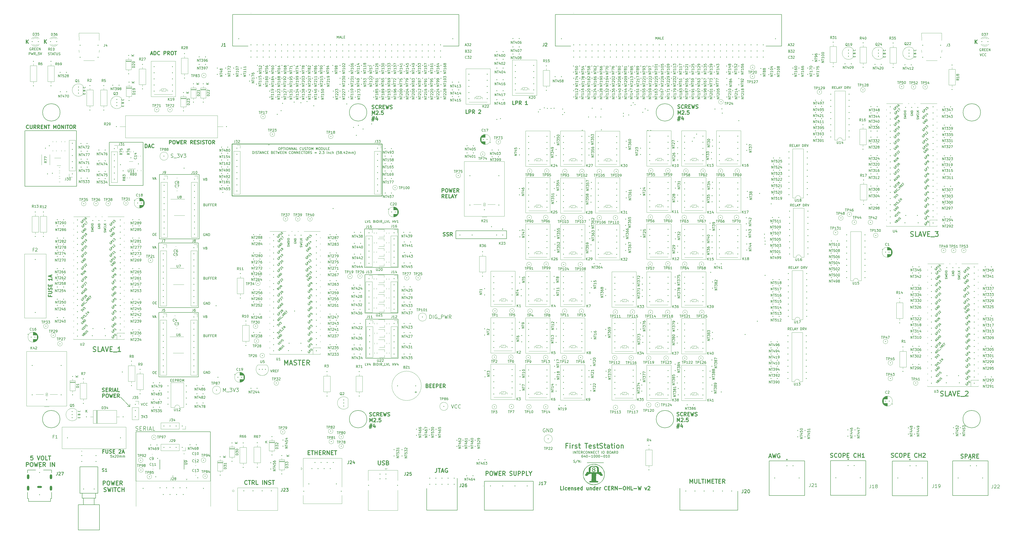
<source format=gbr>
%TF.GenerationSoftware,KiCad,Pcbnew,7.0.5*%
%TF.CreationDate,2023-08-08T11:05:49-04:00*%
%TF.ProjectId,Interconnect,496e7465-7263-46f6-9e6e-6563742e6b69,1.0*%
%TF.SameCoordinates,Original*%
%TF.FileFunction,Legend,Top*%
%TF.FilePolarity,Positive*%
%FSLAX46Y46*%
G04 Gerber Fmt 4.6, Leading zero omitted, Abs format (unit mm)*
G04 Created by KiCad (PCBNEW 7.0.5) date 2023-08-08 11:05:49*
%MOMM*%
%LPD*%
G01*
G04 APERTURE LIST*
%ADD10C,0.150000*%
%ADD11C,0.254000*%
%ADD12C,0.300000*%
%ADD13C,0.200000*%
%ADD14C,0.120000*%
%ADD15C,0.100000*%
%ADD16C,0.127000*%
%ADD17C,0.076200*%
%ADD18C,0.240000*%
%ADD19C,0.350000*%
%ADD20O,1.000000X2.000000*%
%ADD21O,2.005555X0.800000*%
G04 APERTURE END LIST*
D10*
X168549278Y-142149880D02*
X155087278Y-142149880D01*
X168549278Y-158405880D02*
X168549278Y-142149880D01*
X154800778Y-123607880D02*
X154800778Y-139609880D01*
D11*
X99533000Y-69299135D02*
X161873000Y-69299135D01*
X161873000Y-90879135D01*
X99533000Y-90879135D01*
X99533000Y-69299135D01*
D10*
X59720000Y-209360000D02*
X59654500Y-188880000D01*
X90666000Y-209367669D02*
X90630000Y-188880000D01*
X48615600Y-68607535D02*
X62611000Y-68607535D01*
X62611000Y-86539935D01*
X48615600Y-86539935D01*
X48615600Y-68607535D01*
X13589000Y-63806935D02*
X34899600Y-63806935D01*
X154636522Y-104586135D02*
X154636522Y-120588135D01*
X154636522Y-120588135D02*
X168606522Y-120588135D01*
X53213000Y-174447200D02*
X57175400Y-178409600D01*
X69138800Y-139295735D02*
X85598000Y-139295735D01*
X85598000Y-166067335D01*
X69138800Y-166067335D01*
X69138800Y-139295735D01*
X168516778Y-123607880D02*
X154800778Y-123607880D01*
X168606522Y-120588135D02*
X168606522Y-104586135D01*
X168516778Y-139609880D02*
X168516778Y-123607880D01*
X168606522Y-104586135D02*
X154636522Y-104586135D01*
X155087278Y-142149880D02*
X155087278Y-158405880D01*
X410382500Y-183625135D02*
G75*
G03*
X410382500Y-183625135I-3619500J0D01*
G01*
X69443600Y-82018735D02*
X85902800Y-82018735D01*
X85902800Y-108790335D01*
X69443600Y-108790335D01*
X69443600Y-82018735D01*
X13512800Y-86844735D02*
X13512800Y-63806935D01*
X155562300Y-56207335D02*
G75*
G03*
X155562300Y-56207335I-3619500J0D01*
G01*
X56108600Y-178384200D02*
X57175400Y-178384200D01*
X154800778Y-139609880D02*
X168516778Y-139609880D01*
X69113400Y-110492135D02*
X85572600Y-110492135D01*
X85572600Y-137263735D01*
X69113400Y-137263735D01*
X69113400Y-110492135D01*
X28112500Y-183625135D02*
G75*
G03*
X28112500Y-183625135I-3619500J0D01*
G01*
X155087278Y-158405880D02*
X168549278Y-158405880D01*
X90585500Y-188880000D02*
X59654500Y-188880000D01*
X282972500Y-56207335D02*
G75*
G03*
X282972500Y-56207335I-3619500J0D01*
G01*
X410441500Y-56207335D02*
G75*
G03*
X410441500Y-56207335I-3619500J0D01*
G01*
X28162500Y-56207335D02*
G75*
G03*
X28162500Y-56207335I-3619500J0D01*
G01*
X34961600Y-86933535D02*
X13538200Y-86933535D01*
X57175400Y-177342800D02*
X57175400Y-178409600D01*
X57175400Y-178409600D02*
X57175400Y-177342800D01*
X34987000Y-63819535D02*
X35037800Y-86882735D01*
X283002500Y-183625135D02*
G75*
G03*
X283002500Y-183625135I-3619500J0D01*
G01*
X155562300Y-183625135D02*
G75*
G03*
X155562300Y-183625135I-3619500J0D01*
G01*
X159518579Y-120993019D02*
X159518579Y-121802542D01*
X159518579Y-121802542D02*
X159566198Y-121897780D01*
X159566198Y-121897780D02*
X159613817Y-121945400D01*
X159613817Y-121945400D02*
X159709055Y-121993019D01*
X159709055Y-121993019D02*
X159899531Y-121993019D01*
X159899531Y-121993019D02*
X159994769Y-121945400D01*
X159994769Y-121945400D02*
X160042388Y-121897780D01*
X160042388Y-121897780D02*
X160090007Y-121802542D01*
X160090007Y-121802542D02*
X160090007Y-120993019D01*
X160518579Y-121088257D02*
X160566198Y-121040638D01*
X160566198Y-121040638D02*
X160661436Y-120993019D01*
X160661436Y-120993019D02*
X160899531Y-120993019D01*
X160899531Y-120993019D02*
X160994769Y-121040638D01*
X160994769Y-121040638D02*
X161042388Y-121088257D01*
X161042388Y-121088257D02*
X161090007Y-121183495D01*
X161090007Y-121183495D02*
X161090007Y-121278733D01*
X161090007Y-121278733D02*
X161042388Y-121421590D01*
X161042388Y-121421590D02*
X160470960Y-121993019D01*
X160470960Y-121993019D02*
X161090007Y-121993019D01*
X161709055Y-120993019D02*
X161804293Y-120993019D01*
X161804293Y-120993019D02*
X161899531Y-121040638D01*
X161899531Y-121040638D02*
X161947150Y-121088257D01*
X161947150Y-121088257D02*
X161994769Y-121183495D01*
X161994769Y-121183495D02*
X162042388Y-121373971D01*
X162042388Y-121373971D02*
X162042388Y-121612066D01*
X162042388Y-121612066D02*
X161994769Y-121802542D01*
X161994769Y-121802542D02*
X161947150Y-121897780D01*
X161947150Y-121897780D02*
X161899531Y-121945400D01*
X161899531Y-121945400D02*
X161804293Y-121993019D01*
X161804293Y-121993019D02*
X161709055Y-121993019D01*
X161709055Y-121993019D02*
X161613817Y-121945400D01*
X161613817Y-121945400D02*
X161566198Y-121897780D01*
X161566198Y-121897780D02*
X161518579Y-121802542D01*
X161518579Y-121802542D02*
X161470960Y-121612066D01*
X161470960Y-121612066D02*
X161470960Y-121373971D01*
X161470960Y-121373971D02*
X161518579Y-121183495D01*
X161518579Y-121183495D02*
X161566198Y-121088257D01*
X161566198Y-121088257D02*
X161613817Y-121040638D01*
X161613817Y-121040638D02*
X161709055Y-120993019D01*
D12*
X408148310Y-27664628D02*
X408148310Y-26164628D01*
X409005453Y-27664628D02*
X408362596Y-26807485D01*
X409005453Y-26164628D02*
X408148310Y-27021771D01*
D13*
X190647435Y-177630028D02*
X191147435Y-179130028D01*
X191147435Y-179130028D02*
X191647435Y-177630028D01*
X193004577Y-178987171D02*
X192933149Y-179058600D01*
X192933149Y-179058600D02*
X192718863Y-179130028D01*
X192718863Y-179130028D02*
X192576006Y-179130028D01*
X192576006Y-179130028D02*
X192361720Y-179058600D01*
X192361720Y-179058600D02*
X192218863Y-178915742D01*
X192218863Y-178915742D02*
X192147434Y-178772885D01*
X192147434Y-178772885D02*
X192076006Y-178487171D01*
X192076006Y-178487171D02*
X192076006Y-178272885D01*
X192076006Y-178272885D02*
X192147434Y-177987171D01*
X192147434Y-177987171D02*
X192218863Y-177844314D01*
X192218863Y-177844314D02*
X192361720Y-177701457D01*
X192361720Y-177701457D02*
X192576006Y-177630028D01*
X192576006Y-177630028D02*
X192718863Y-177630028D01*
X192718863Y-177630028D02*
X192933149Y-177701457D01*
X192933149Y-177701457D02*
X193004577Y-177772885D01*
X194504577Y-178987171D02*
X194433149Y-179058600D01*
X194433149Y-179058600D02*
X194218863Y-179130028D01*
X194218863Y-179130028D02*
X194076006Y-179130028D01*
X194076006Y-179130028D02*
X193861720Y-179058600D01*
X193861720Y-179058600D02*
X193718863Y-178915742D01*
X193718863Y-178915742D02*
X193647434Y-178772885D01*
X193647434Y-178772885D02*
X193576006Y-178487171D01*
X193576006Y-178487171D02*
X193576006Y-178272885D01*
X193576006Y-178272885D02*
X193647434Y-177987171D01*
X193647434Y-177987171D02*
X193718863Y-177844314D01*
X193718863Y-177844314D02*
X193861720Y-177701457D01*
X193861720Y-177701457D02*
X194076006Y-177630028D01*
X194076006Y-177630028D02*
X194218863Y-177630028D01*
X194218863Y-177630028D02*
X194433149Y-177701457D01*
X194433149Y-177701457D02*
X194504577Y-177772885D01*
X229620435Y-187582057D02*
X229477578Y-187510628D01*
X229477578Y-187510628D02*
X229263292Y-187510628D01*
X229263292Y-187510628D02*
X229049006Y-187582057D01*
X229049006Y-187582057D02*
X228906149Y-187724914D01*
X228906149Y-187724914D02*
X228834720Y-187867771D01*
X228834720Y-187867771D02*
X228763292Y-188153485D01*
X228763292Y-188153485D02*
X228763292Y-188367771D01*
X228763292Y-188367771D02*
X228834720Y-188653485D01*
X228834720Y-188653485D02*
X228906149Y-188796342D01*
X228906149Y-188796342D02*
X229049006Y-188939200D01*
X229049006Y-188939200D02*
X229263292Y-189010628D01*
X229263292Y-189010628D02*
X229406149Y-189010628D01*
X229406149Y-189010628D02*
X229620435Y-188939200D01*
X229620435Y-188939200D02*
X229691863Y-188867771D01*
X229691863Y-188867771D02*
X229691863Y-188367771D01*
X229691863Y-188367771D02*
X229406149Y-188367771D01*
X230334720Y-189010628D02*
X230334720Y-187510628D01*
X230334720Y-187510628D02*
X231191863Y-189010628D01*
X231191863Y-189010628D02*
X231191863Y-187510628D01*
X231906149Y-189010628D02*
X231906149Y-187510628D01*
X231906149Y-187510628D02*
X232263292Y-187510628D01*
X232263292Y-187510628D02*
X232477578Y-187582057D01*
X232477578Y-187582057D02*
X232620435Y-187724914D01*
X232620435Y-187724914D02*
X232691864Y-187867771D01*
X232691864Y-187867771D02*
X232763292Y-188153485D01*
X232763292Y-188153485D02*
X232763292Y-188367771D01*
X232763292Y-188367771D02*
X232691864Y-188653485D01*
X232691864Y-188653485D02*
X232620435Y-188796342D01*
X232620435Y-188796342D02*
X232477578Y-188939200D01*
X232477578Y-188939200D02*
X232263292Y-189010628D01*
X232263292Y-189010628D02*
X231906149Y-189010628D01*
D12*
X184579667Y-204099653D02*
X184579667Y-205313939D01*
X184579667Y-205313939D02*
X184498714Y-205556796D01*
X184498714Y-205556796D02*
X184336810Y-205718701D01*
X184336810Y-205718701D02*
X184093952Y-205799653D01*
X184093952Y-205799653D02*
X183932048Y-205799653D01*
X185146333Y-204099653D02*
X186117762Y-204099653D01*
X185632048Y-205799653D02*
X185632048Y-204099653D01*
X186603476Y-205313939D02*
X187413000Y-205313939D01*
X186441571Y-205799653D02*
X187008238Y-204099653D01*
X187008238Y-204099653D02*
X187574905Y-205799653D01*
X189032048Y-204180605D02*
X188870143Y-204099653D01*
X188870143Y-204099653D02*
X188627286Y-204099653D01*
X188627286Y-204099653D02*
X188384429Y-204180605D01*
X188384429Y-204180605D02*
X188222524Y-204342510D01*
X188222524Y-204342510D02*
X188141571Y-204504415D01*
X188141571Y-204504415D02*
X188060619Y-204828224D01*
X188060619Y-204828224D02*
X188060619Y-205071081D01*
X188060619Y-205071081D02*
X188141571Y-205394891D01*
X188141571Y-205394891D02*
X188222524Y-205556796D01*
X188222524Y-205556796D02*
X188384429Y-205718701D01*
X188384429Y-205718701D02*
X188627286Y-205799653D01*
X188627286Y-205799653D02*
X188789190Y-205799653D01*
X188789190Y-205799653D02*
X189032048Y-205718701D01*
X189032048Y-205718701D02*
X189113000Y-205637748D01*
X189113000Y-205637748D02*
X189113000Y-205071081D01*
X189113000Y-205071081D02*
X188789190Y-205071081D01*
D10*
X61884086Y-182080819D02*
X62503133Y-182080819D01*
X62503133Y-182080819D02*
X62169800Y-182461771D01*
X62169800Y-182461771D02*
X62312657Y-182461771D01*
X62312657Y-182461771D02*
X62407895Y-182509390D01*
X62407895Y-182509390D02*
X62455514Y-182557009D01*
X62455514Y-182557009D02*
X62503133Y-182652247D01*
X62503133Y-182652247D02*
X62503133Y-182890342D01*
X62503133Y-182890342D02*
X62455514Y-182985580D01*
X62455514Y-182985580D02*
X62407895Y-183033200D01*
X62407895Y-183033200D02*
X62312657Y-183080819D01*
X62312657Y-183080819D02*
X62026943Y-183080819D01*
X62026943Y-183080819D02*
X61931705Y-183033200D01*
X61931705Y-183033200D02*
X61884086Y-182985580D01*
X62788848Y-182080819D02*
X63122181Y-183080819D01*
X63122181Y-183080819D02*
X63455514Y-182080819D01*
X63693610Y-182080819D02*
X64312657Y-182080819D01*
X64312657Y-182080819D02*
X63979324Y-182461771D01*
X63979324Y-182461771D02*
X64122181Y-182461771D01*
X64122181Y-182461771D02*
X64217419Y-182509390D01*
X64217419Y-182509390D02*
X64265038Y-182557009D01*
X64265038Y-182557009D02*
X64312657Y-182652247D01*
X64312657Y-182652247D02*
X64312657Y-182890342D01*
X64312657Y-182890342D02*
X64265038Y-182985580D01*
X64265038Y-182985580D02*
X64217419Y-183033200D01*
X64217419Y-183033200D02*
X64122181Y-183080819D01*
X64122181Y-183080819D02*
X63836467Y-183080819D01*
X63836467Y-183080819D02*
X63741229Y-183033200D01*
X63741229Y-183033200D02*
X63693610Y-182985580D01*
D12*
X157734482Y-54640200D02*
X157948768Y-54711628D01*
X157948768Y-54711628D02*
X158305910Y-54711628D01*
X158305910Y-54711628D02*
X158448768Y-54640200D01*
X158448768Y-54640200D02*
X158520196Y-54568771D01*
X158520196Y-54568771D02*
X158591625Y-54425914D01*
X158591625Y-54425914D02*
X158591625Y-54283057D01*
X158591625Y-54283057D02*
X158520196Y-54140200D01*
X158520196Y-54140200D02*
X158448768Y-54068771D01*
X158448768Y-54068771D02*
X158305910Y-53997342D01*
X158305910Y-53997342D02*
X158020196Y-53925914D01*
X158020196Y-53925914D02*
X157877339Y-53854485D01*
X157877339Y-53854485D02*
X157805910Y-53783057D01*
X157805910Y-53783057D02*
X157734482Y-53640200D01*
X157734482Y-53640200D02*
X157734482Y-53497342D01*
X157734482Y-53497342D02*
X157805910Y-53354485D01*
X157805910Y-53354485D02*
X157877339Y-53283057D01*
X157877339Y-53283057D02*
X158020196Y-53211628D01*
X158020196Y-53211628D02*
X158377339Y-53211628D01*
X158377339Y-53211628D02*
X158591625Y-53283057D01*
X160091624Y-54568771D02*
X160020196Y-54640200D01*
X160020196Y-54640200D02*
X159805910Y-54711628D01*
X159805910Y-54711628D02*
X159663053Y-54711628D01*
X159663053Y-54711628D02*
X159448767Y-54640200D01*
X159448767Y-54640200D02*
X159305910Y-54497342D01*
X159305910Y-54497342D02*
X159234481Y-54354485D01*
X159234481Y-54354485D02*
X159163053Y-54068771D01*
X159163053Y-54068771D02*
X159163053Y-53854485D01*
X159163053Y-53854485D02*
X159234481Y-53568771D01*
X159234481Y-53568771D02*
X159305910Y-53425914D01*
X159305910Y-53425914D02*
X159448767Y-53283057D01*
X159448767Y-53283057D02*
X159663053Y-53211628D01*
X159663053Y-53211628D02*
X159805910Y-53211628D01*
X159805910Y-53211628D02*
X160020196Y-53283057D01*
X160020196Y-53283057D02*
X160091624Y-53354485D01*
X161591624Y-54711628D02*
X161091624Y-53997342D01*
X160734481Y-54711628D02*
X160734481Y-53211628D01*
X160734481Y-53211628D02*
X161305910Y-53211628D01*
X161305910Y-53211628D02*
X161448767Y-53283057D01*
X161448767Y-53283057D02*
X161520196Y-53354485D01*
X161520196Y-53354485D02*
X161591624Y-53497342D01*
X161591624Y-53497342D02*
X161591624Y-53711628D01*
X161591624Y-53711628D02*
X161520196Y-53854485D01*
X161520196Y-53854485D02*
X161448767Y-53925914D01*
X161448767Y-53925914D02*
X161305910Y-53997342D01*
X161305910Y-53997342D02*
X160734481Y-53997342D01*
X162234481Y-53925914D02*
X162734481Y-53925914D01*
X162948767Y-54711628D02*
X162234481Y-54711628D01*
X162234481Y-54711628D02*
X162234481Y-53211628D01*
X162234481Y-53211628D02*
X162948767Y-53211628D01*
X163448767Y-53211628D02*
X163805910Y-54711628D01*
X163805910Y-54711628D02*
X164091624Y-53640200D01*
X164091624Y-53640200D02*
X164377339Y-54711628D01*
X164377339Y-54711628D02*
X164734482Y-53211628D01*
X165234482Y-54640200D02*
X165448768Y-54711628D01*
X165448768Y-54711628D02*
X165805910Y-54711628D01*
X165805910Y-54711628D02*
X165948768Y-54640200D01*
X165948768Y-54640200D02*
X166020196Y-54568771D01*
X166020196Y-54568771D02*
X166091625Y-54425914D01*
X166091625Y-54425914D02*
X166091625Y-54283057D01*
X166091625Y-54283057D02*
X166020196Y-54140200D01*
X166020196Y-54140200D02*
X165948768Y-54068771D01*
X165948768Y-54068771D02*
X165805910Y-53997342D01*
X165805910Y-53997342D02*
X165520196Y-53925914D01*
X165520196Y-53925914D02*
X165377339Y-53854485D01*
X165377339Y-53854485D02*
X165305910Y-53783057D01*
X165305910Y-53783057D02*
X165234482Y-53640200D01*
X165234482Y-53640200D02*
X165234482Y-53497342D01*
X165234482Y-53497342D02*
X165305910Y-53354485D01*
X165305910Y-53354485D02*
X165377339Y-53283057D01*
X165377339Y-53283057D02*
X165520196Y-53211628D01*
X165520196Y-53211628D02*
X165877339Y-53211628D01*
X165877339Y-53211628D02*
X166091625Y-53283057D01*
X157805910Y-57126628D02*
X157805910Y-55626628D01*
X157805910Y-55626628D02*
X158305910Y-56698057D01*
X158305910Y-56698057D02*
X158805910Y-55626628D01*
X158805910Y-55626628D02*
X158805910Y-57126628D01*
X159448768Y-55769485D02*
X159520196Y-55698057D01*
X159520196Y-55698057D02*
X159663054Y-55626628D01*
X159663054Y-55626628D02*
X160020196Y-55626628D01*
X160020196Y-55626628D02*
X160163054Y-55698057D01*
X160163054Y-55698057D02*
X160234482Y-55769485D01*
X160234482Y-55769485D02*
X160305911Y-55912342D01*
X160305911Y-55912342D02*
X160305911Y-56055200D01*
X160305911Y-56055200D02*
X160234482Y-56269485D01*
X160234482Y-56269485D02*
X159377339Y-57126628D01*
X159377339Y-57126628D02*
X160305911Y-57126628D01*
X160948767Y-56983771D02*
X161020196Y-57055200D01*
X161020196Y-57055200D02*
X160948767Y-57126628D01*
X160948767Y-57126628D02*
X160877339Y-57055200D01*
X160877339Y-57055200D02*
X160948767Y-56983771D01*
X160948767Y-56983771D02*
X160948767Y-57126628D01*
X162377339Y-55626628D02*
X161663053Y-55626628D01*
X161663053Y-55626628D02*
X161591625Y-56340914D01*
X161591625Y-56340914D02*
X161663053Y-56269485D01*
X161663053Y-56269485D02*
X161805911Y-56198057D01*
X161805911Y-56198057D02*
X162163053Y-56198057D01*
X162163053Y-56198057D02*
X162305911Y-56269485D01*
X162305911Y-56269485D02*
X162377339Y-56340914D01*
X162377339Y-56340914D02*
X162448768Y-56483771D01*
X162448768Y-56483771D02*
X162448768Y-56840914D01*
X162448768Y-56840914D02*
X162377339Y-56983771D01*
X162377339Y-56983771D02*
X162305911Y-57055200D01*
X162305911Y-57055200D02*
X162163053Y-57126628D01*
X162163053Y-57126628D02*
X161805911Y-57126628D01*
X161805911Y-57126628D02*
X161663053Y-57055200D01*
X161663053Y-57055200D02*
X161591625Y-56983771D01*
X157734482Y-58541628D02*
X158805910Y-58541628D01*
X158163053Y-57898771D02*
X157734482Y-59827342D01*
X158663053Y-59184485D02*
X157591625Y-59184485D01*
X158234482Y-59827342D02*
X158663053Y-57898771D01*
X159948768Y-58541628D02*
X159948768Y-59541628D01*
X159591625Y-57970200D02*
X159234482Y-59041628D01*
X159234482Y-59041628D02*
X160163053Y-59041628D01*
D10*
X410175322Y-31788219D02*
X410508655Y-32788219D01*
X410508655Y-32788219D02*
X410841988Y-31788219D01*
X411746750Y-32692980D02*
X411699131Y-32740600D01*
X411699131Y-32740600D02*
X411556274Y-32788219D01*
X411556274Y-32788219D02*
X411461036Y-32788219D01*
X411461036Y-32788219D02*
X411318179Y-32740600D01*
X411318179Y-32740600D02*
X411222941Y-32645361D01*
X411222941Y-32645361D02*
X411175322Y-32550123D01*
X411175322Y-32550123D02*
X411127703Y-32359647D01*
X411127703Y-32359647D02*
X411127703Y-32216790D01*
X411127703Y-32216790D02*
X411175322Y-32026314D01*
X411175322Y-32026314D02*
X411222941Y-31931076D01*
X411222941Y-31931076D02*
X411318179Y-31835838D01*
X411318179Y-31835838D02*
X411461036Y-31788219D01*
X411461036Y-31788219D02*
X411556274Y-31788219D01*
X411556274Y-31788219D02*
X411699131Y-31835838D01*
X411699131Y-31835838D02*
X411746750Y-31883457D01*
X412746750Y-32692980D02*
X412699131Y-32740600D01*
X412699131Y-32740600D02*
X412556274Y-32788219D01*
X412556274Y-32788219D02*
X412461036Y-32788219D01*
X412461036Y-32788219D02*
X412318179Y-32740600D01*
X412318179Y-32740600D02*
X412222941Y-32645361D01*
X412222941Y-32645361D02*
X412175322Y-32550123D01*
X412175322Y-32550123D02*
X412127703Y-32359647D01*
X412127703Y-32359647D02*
X412127703Y-32216790D01*
X412127703Y-32216790D02*
X412175322Y-32026314D01*
X412175322Y-32026314D02*
X412222941Y-31931076D01*
X412222941Y-31931076D02*
X412318179Y-31835838D01*
X412318179Y-31835838D02*
X412461036Y-31788219D01*
X412461036Y-31788219D02*
X412556274Y-31788219D01*
X412556274Y-31788219D02*
X412699131Y-31835838D01*
X412699131Y-31835838D02*
X412746750Y-31883457D01*
D12*
X322673809Y-199185139D02*
X323483333Y-199185139D01*
X322511904Y-199670853D02*
X323078571Y-197970853D01*
X323078571Y-197970853D02*
X323645238Y-199670853D01*
X324050000Y-197970853D02*
X324454762Y-199670853D01*
X324454762Y-199670853D02*
X324778571Y-198456567D01*
X324778571Y-198456567D02*
X325102381Y-199670853D01*
X325102381Y-199670853D02*
X325507143Y-197970853D01*
X327045238Y-198051805D02*
X326883333Y-197970853D01*
X326883333Y-197970853D02*
X326640476Y-197970853D01*
X326640476Y-197970853D02*
X326397619Y-198051805D01*
X326397619Y-198051805D02*
X326235714Y-198213710D01*
X326235714Y-198213710D02*
X326154761Y-198375615D01*
X326154761Y-198375615D02*
X326073809Y-198699424D01*
X326073809Y-198699424D02*
X326073809Y-198942281D01*
X326073809Y-198942281D02*
X326154761Y-199266091D01*
X326154761Y-199266091D02*
X326235714Y-199427996D01*
X326235714Y-199427996D02*
X326397619Y-199589901D01*
X326397619Y-199589901D02*
X326640476Y-199670853D01*
X326640476Y-199670853D02*
X326802380Y-199670853D01*
X326802380Y-199670853D02*
X327045238Y-199589901D01*
X327045238Y-199589901D02*
X327126190Y-199508948D01*
X327126190Y-199508948D02*
X327126190Y-198942281D01*
X327126190Y-198942281D02*
X326802380Y-198942281D01*
D10*
X331819407Y-70507219D02*
X331486074Y-70031028D01*
X331247979Y-70507219D02*
X331247979Y-69507219D01*
X331247979Y-69507219D02*
X331628931Y-69507219D01*
X331628931Y-69507219D02*
X331724169Y-69554838D01*
X331724169Y-69554838D02*
X331771788Y-69602457D01*
X331771788Y-69602457D02*
X331819407Y-69697695D01*
X331819407Y-69697695D02*
X331819407Y-69840552D01*
X331819407Y-69840552D02*
X331771788Y-69935790D01*
X331771788Y-69935790D02*
X331724169Y-69983409D01*
X331724169Y-69983409D02*
X331628931Y-70031028D01*
X331628931Y-70031028D02*
X331247979Y-70031028D01*
X332247979Y-69983409D02*
X332581312Y-69983409D01*
X332724169Y-70507219D02*
X332247979Y-70507219D01*
X332247979Y-70507219D02*
X332247979Y-69507219D01*
X332247979Y-69507219D02*
X332724169Y-69507219D01*
X333628931Y-70507219D02*
X333152741Y-70507219D01*
X333152741Y-70507219D02*
X333152741Y-69507219D01*
X333914646Y-70221504D02*
X334390836Y-70221504D01*
X333819408Y-70507219D02*
X334152741Y-69507219D01*
X334152741Y-69507219D02*
X334486074Y-70507219D01*
X335009884Y-70031028D02*
X335009884Y-70507219D01*
X334676551Y-69507219D02*
X335009884Y-70031028D01*
X335009884Y-70031028D02*
X335343217Y-69507219D01*
X336438456Y-70507219D02*
X336438456Y-69507219D01*
X336438456Y-69507219D02*
X336676551Y-69507219D01*
X336676551Y-69507219D02*
X336819408Y-69554838D01*
X336819408Y-69554838D02*
X336914646Y-69650076D01*
X336914646Y-69650076D02*
X336962265Y-69745314D01*
X336962265Y-69745314D02*
X337009884Y-69935790D01*
X337009884Y-69935790D02*
X337009884Y-70078647D01*
X337009884Y-70078647D02*
X336962265Y-70269123D01*
X336962265Y-70269123D02*
X336914646Y-70364361D01*
X336914646Y-70364361D02*
X336819408Y-70459600D01*
X336819408Y-70459600D02*
X336676551Y-70507219D01*
X336676551Y-70507219D02*
X336438456Y-70507219D01*
X338009884Y-70507219D02*
X337676551Y-70031028D01*
X337438456Y-70507219D02*
X337438456Y-69507219D01*
X337438456Y-69507219D02*
X337819408Y-69507219D01*
X337819408Y-69507219D02*
X337914646Y-69554838D01*
X337914646Y-69554838D02*
X337962265Y-69602457D01*
X337962265Y-69602457D02*
X338009884Y-69697695D01*
X338009884Y-69697695D02*
X338009884Y-69840552D01*
X338009884Y-69840552D02*
X337962265Y-69935790D01*
X337962265Y-69935790D02*
X337914646Y-69983409D01*
X337914646Y-69983409D02*
X337819408Y-70031028D01*
X337819408Y-70031028D02*
X337438456Y-70031028D01*
X338295599Y-69507219D02*
X338628932Y-70507219D01*
X338628932Y-70507219D02*
X338962265Y-69507219D01*
X241405542Y-201600600D02*
X241548399Y-201648219D01*
X241548399Y-201648219D02*
X241786494Y-201648219D01*
X241786494Y-201648219D02*
X241881732Y-201600600D01*
X241881732Y-201600600D02*
X241929351Y-201552980D01*
X241929351Y-201552980D02*
X241976970Y-201457742D01*
X241976970Y-201457742D02*
X241976970Y-201362504D01*
X241976970Y-201362504D02*
X241929351Y-201267266D01*
X241929351Y-201267266D02*
X241881732Y-201219647D01*
X241881732Y-201219647D02*
X241786494Y-201172028D01*
X241786494Y-201172028D02*
X241596018Y-201124409D01*
X241596018Y-201124409D02*
X241500780Y-201076790D01*
X241500780Y-201076790D02*
X241453161Y-201029171D01*
X241453161Y-201029171D02*
X241405542Y-200933933D01*
X241405542Y-200933933D02*
X241405542Y-200838695D01*
X241405542Y-200838695D02*
X241453161Y-200743457D01*
X241453161Y-200743457D02*
X241500780Y-200695838D01*
X241500780Y-200695838D02*
X241596018Y-200648219D01*
X241596018Y-200648219D02*
X241834113Y-200648219D01*
X241834113Y-200648219D02*
X241976970Y-200695838D01*
X243119827Y-200600600D02*
X242262685Y-201886314D01*
X243453161Y-201648219D02*
X243453161Y-200648219D01*
X243453161Y-200648219D02*
X244024589Y-201648219D01*
X244024589Y-201648219D02*
X244024589Y-200648219D01*
X244500780Y-201552980D02*
X244548399Y-201600600D01*
X244548399Y-201600600D02*
X244500780Y-201648219D01*
X244500780Y-201648219D02*
X244453161Y-201600600D01*
X244453161Y-201600600D02*
X244500780Y-201552980D01*
X244500780Y-201552980D02*
X244500780Y-201648219D01*
X244500780Y-201029171D02*
X244548399Y-201076790D01*
X244548399Y-201076790D02*
X244500780Y-201124409D01*
X244500780Y-201124409D02*
X244453161Y-201076790D01*
X244453161Y-201076790D02*
X244500780Y-201029171D01*
X244500780Y-201029171D02*
X244500780Y-201124409D01*
X247024590Y-201743457D02*
X247786494Y-201743457D01*
X247786495Y-201743457D02*
X248548399Y-201743457D01*
X248548400Y-201743457D02*
X249310304Y-201743457D01*
X249310305Y-201743457D02*
X250072209Y-201743457D01*
X250072210Y-201743457D02*
X250834114Y-201743457D01*
X250834115Y-201743457D02*
X251596019Y-201743457D01*
X251596020Y-201743457D02*
X252357924Y-201743457D01*
X252357925Y-201743457D02*
X253119829Y-201743457D01*
X253119830Y-201743457D02*
X253881734Y-201743457D01*
X241340905Y-197910219D02*
X241340905Y-196910219D01*
X241817095Y-197910219D02*
X241817095Y-196910219D01*
X241817095Y-196910219D02*
X242388523Y-197910219D01*
X242388523Y-197910219D02*
X242388523Y-196910219D01*
X242721857Y-196910219D02*
X243293285Y-196910219D01*
X243007571Y-197910219D02*
X243007571Y-196910219D01*
X243626619Y-197386409D02*
X243959952Y-197386409D01*
X244102809Y-197910219D02*
X243626619Y-197910219D01*
X243626619Y-197910219D02*
X243626619Y-196910219D01*
X243626619Y-196910219D02*
X244102809Y-196910219D01*
X245102809Y-197910219D02*
X244769476Y-197434028D01*
X244531381Y-197910219D02*
X244531381Y-196910219D01*
X244531381Y-196910219D02*
X244912333Y-196910219D01*
X244912333Y-196910219D02*
X245007571Y-196957838D01*
X245007571Y-196957838D02*
X245055190Y-197005457D01*
X245055190Y-197005457D02*
X245102809Y-197100695D01*
X245102809Y-197100695D02*
X245102809Y-197243552D01*
X245102809Y-197243552D02*
X245055190Y-197338790D01*
X245055190Y-197338790D02*
X245007571Y-197386409D01*
X245007571Y-197386409D02*
X244912333Y-197434028D01*
X244912333Y-197434028D02*
X244531381Y-197434028D01*
X246102809Y-197814980D02*
X246055190Y-197862600D01*
X246055190Y-197862600D02*
X245912333Y-197910219D01*
X245912333Y-197910219D02*
X245817095Y-197910219D01*
X245817095Y-197910219D02*
X245674238Y-197862600D01*
X245674238Y-197862600D02*
X245579000Y-197767361D01*
X245579000Y-197767361D02*
X245531381Y-197672123D01*
X245531381Y-197672123D02*
X245483762Y-197481647D01*
X245483762Y-197481647D02*
X245483762Y-197338790D01*
X245483762Y-197338790D02*
X245531381Y-197148314D01*
X245531381Y-197148314D02*
X245579000Y-197053076D01*
X245579000Y-197053076D02*
X245674238Y-196957838D01*
X245674238Y-196957838D02*
X245817095Y-196910219D01*
X245817095Y-196910219D02*
X245912333Y-196910219D01*
X245912333Y-196910219D02*
X246055190Y-196957838D01*
X246055190Y-196957838D02*
X246102809Y-197005457D01*
X246721857Y-196910219D02*
X246912333Y-196910219D01*
X246912333Y-196910219D02*
X247007571Y-196957838D01*
X247007571Y-196957838D02*
X247102809Y-197053076D01*
X247102809Y-197053076D02*
X247150428Y-197243552D01*
X247150428Y-197243552D02*
X247150428Y-197576885D01*
X247150428Y-197576885D02*
X247102809Y-197767361D01*
X247102809Y-197767361D02*
X247007571Y-197862600D01*
X247007571Y-197862600D02*
X246912333Y-197910219D01*
X246912333Y-197910219D02*
X246721857Y-197910219D01*
X246721857Y-197910219D02*
X246626619Y-197862600D01*
X246626619Y-197862600D02*
X246531381Y-197767361D01*
X246531381Y-197767361D02*
X246483762Y-197576885D01*
X246483762Y-197576885D02*
X246483762Y-197243552D01*
X246483762Y-197243552D02*
X246531381Y-197053076D01*
X246531381Y-197053076D02*
X246626619Y-196957838D01*
X246626619Y-196957838D02*
X246721857Y-196910219D01*
X247579000Y-197910219D02*
X247579000Y-196910219D01*
X247579000Y-196910219D02*
X248150428Y-197910219D01*
X248150428Y-197910219D02*
X248150428Y-196910219D01*
X248626619Y-197910219D02*
X248626619Y-196910219D01*
X248626619Y-196910219D02*
X249198047Y-197910219D01*
X249198047Y-197910219D02*
X249198047Y-196910219D01*
X249674238Y-197386409D02*
X250007571Y-197386409D01*
X250150428Y-197910219D02*
X249674238Y-197910219D01*
X249674238Y-197910219D02*
X249674238Y-196910219D01*
X249674238Y-196910219D02*
X250150428Y-196910219D01*
X251150428Y-197814980D02*
X251102809Y-197862600D01*
X251102809Y-197862600D02*
X250959952Y-197910219D01*
X250959952Y-197910219D02*
X250864714Y-197910219D01*
X250864714Y-197910219D02*
X250721857Y-197862600D01*
X250721857Y-197862600D02*
X250626619Y-197767361D01*
X250626619Y-197767361D02*
X250579000Y-197672123D01*
X250579000Y-197672123D02*
X250531381Y-197481647D01*
X250531381Y-197481647D02*
X250531381Y-197338790D01*
X250531381Y-197338790D02*
X250579000Y-197148314D01*
X250579000Y-197148314D02*
X250626619Y-197053076D01*
X250626619Y-197053076D02*
X250721857Y-196957838D01*
X250721857Y-196957838D02*
X250864714Y-196910219D01*
X250864714Y-196910219D02*
X250959952Y-196910219D01*
X250959952Y-196910219D02*
X251102809Y-196957838D01*
X251102809Y-196957838D02*
X251150428Y-197005457D01*
X251436143Y-196910219D02*
X252007571Y-196910219D01*
X251721857Y-197910219D02*
X251721857Y-196910219D01*
X253102810Y-197910219D02*
X253102810Y-196910219D01*
X253769476Y-196910219D02*
X253959952Y-196910219D01*
X253959952Y-196910219D02*
X254055190Y-196957838D01*
X254055190Y-196957838D02*
X254150428Y-197053076D01*
X254150428Y-197053076D02*
X254198047Y-197243552D01*
X254198047Y-197243552D02*
X254198047Y-197576885D01*
X254198047Y-197576885D02*
X254150428Y-197767361D01*
X254150428Y-197767361D02*
X254055190Y-197862600D01*
X254055190Y-197862600D02*
X253959952Y-197910219D01*
X253959952Y-197910219D02*
X253769476Y-197910219D01*
X253769476Y-197910219D02*
X253674238Y-197862600D01*
X253674238Y-197862600D02*
X253579000Y-197767361D01*
X253579000Y-197767361D02*
X253531381Y-197576885D01*
X253531381Y-197576885D02*
X253531381Y-197243552D01*
X253531381Y-197243552D02*
X253579000Y-197053076D01*
X253579000Y-197053076D02*
X253674238Y-196957838D01*
X253674238Y-196957838D02*
X253769476Y-196910219D01*
X255721857Y-197386409D02*
X255864714Y-197434028D01*
X255864714Y-197434028D02*
X255912333Y-197481647D01*
X255912333Y-197481647D02*
X255959952Y-197576885D01*
X255959952Y-197576885D02*
X255959952Y-197719742D01*
X255959952Y-197719742D02*
X255912333Y-197814980D01*
X255912333Y-197814980D02*
X255864714Y-197862600D01*
X255864714Y-197862600D02*
X255769476Y-197910219D01*
X255769476Y-197910219D02*
X255388524Y-197910219D01*
X255388524Y-197910219D02*
X255388524Y-196910219D01*
X255388524Y-196910219D02*
X255721857Y-196910219D01*
X255721857Y-196910219D02*
X255817095Y-196957838D01*
X255817095Y-196957838D02*
X255864714Y-197005457D01*
X255864714Y-197005457D02*
X255912333Y-197100695D01*
X255912333Y-197100695D02*
X255912333Y-197195933D01*
X255912333Y-197195933D02*
X255864714Y-197291171D01*
X255864714Y-197291171D02*
X255817095Y-197338790D01*
X255817095Y-197338790D02*
X255721857Y-197386409D01*
X255721857Y-197386409D02*
X255388524Y-197386409D01*
X256579000Y-196910219D02*
X256769476Y-196910219D01*
X256769476Y-196910219D02*
X256864714Y-196957838D01*
X256864714Y-196957838D02*
X256959952Y-197053076D01*
X256959952Y-197053076D02*
X257007571Y-197243552D01*
X257007571Y-197243552D02*
X257007571Y-197576885D01*
X257007571Y-197576885D02*
X256959952Y-197767361D01*
X256959952Y-197767361D02*
X256864714Y-197862600D01*
X256864714Y-197862600D02*
X256769476Y-197910219D01*
X256769476Y-197910219D02*
X256579000Y-197910219D01*
X256579000Y-197910219D02*
X256483762Y-197862600D01*
X256483762Y-197862600D02*
X256388524Y-197767361D01*
X256388524Y-197767361D02*
X256340905Y-197576885D01*
X256340905Y-197576885D02*
X256340905Y-197243552D01*
X256340905Y-197243552D02*
X256388524Y-197053076D01*
X256388524Y-197053076D02*
X256483762Y-196957838D01*
X256483762Y-196957838D02*
X256579000Y-196910219D01*
X257388524Y-197624504D02*
X257864714Y-197624504D01*
X257293286Y-197910219D02*
X257626619Y-196910219D01*
X257626619Y-196910219D02*
X257959952Y-197910219D01*
X258864714Y-197910219D02*
X258531381Y-197434028D01*
X258293286Y-197910219D02*
X258293286Y-196910219D01*
X258293286Y-196910219D02*
X258674238Y-196910219D01*
X258674238Y-196910219D02*
X258769476Y-196957838D01*
X258769476Y-196957838D02*
X258817095Y-197005457D01*
X258817095Y-197005457D02*
X258864714Y-197100695D01*
X258864714Y-197100695D02*
X258864714Y-197243552D01*
X258864714Y-197243552D02*
X258817095Y-197338790D01*
X258817095Y-197338790D02*
X258769476Y-197386409D01*
X258769476Y-197386409D02*
X258674238Y-197434028D01*
X258674238Y-197434028D02*
X258293286Y-197434028D01*
X259293286Y-197910219D02*
X259293286Y-196910219D01*
X259293286Y-196910219D02*
X259531381Y-196910219D01*
X259531381Y-196910219D02*
X259674238Y-196957838D01*
X259674238Y-196957838D02*
X259769476Y-197053076D01*
X259769476Y-197053076D02*
X259817095Y-197148314D01*
X259817095Y-197148314D02*
X259864714Y-197338790D01*
X259864714Y-197338790D02*
X259864714Y-197481647D01*
X259864714Y-197481647D02*
X259817095Y-197672123D01*
X259817095Y-197672123D02*
X259769476Y-197767361D01*
X259769476Y-197767361D02*
X259674238Y-197862600D01*
X259674238Y-197862600D02*
X259531381Y-197910219D01*
X259531381Y-197910219D02*
X259293286Y-197910219D01*
X245245666Y-198520219D02*
X245055190Y-198520219D01*
X245055190Y-198520219D02*
X244959952Y-198567838D01*
X244959952Y-198567838D02*
X244912333Y-198615457D01*
X244912333Y-198615457D02*
X244817095Y-198758314D01*
X244817095Y-198758314D02*
X244769476Y-198948790D01*
X244769476Y-198948790D02*
X244769476Y-199329742D01*
X244769476Y-199329742D02*
X244817095Y-199424980D01*
X244817095Y-199424980D02*
X244864714Y-199472600D01*
X244864714Y-199472600D02*
X244959952Y-199520219D01*
X244959952Y-199520219D02*
X245150428Y-199520219D01*
X245150428Y-199520219D02*
X245245666Y-199472600D01*
X245245666Y-199472600D02*
X245293285Y-199424980D01*
X245293285Y-199424980D02*
X245340904Y-199329742D01*
X245340904Y-199329742D02*
X245340904Y-199091647D01*
X245340904Y-199091647D02*
X245293285Y-198996409D01*
X245293285Y-198996409D02*
X245245666Y-198948790D01*
X245245666Y-198948790D02*
X245150428Y-198901171D01*
X245150428Y-198901171D02*
X244959952Y-198901171D01*
X244959952Y-198901171D02*
X244864714Y-198948790D01*
X244864714Y-198948790D02*
X244817095Y-198996409D01*
X244817095Y-198996409D02*
X244769476Y-199091647D01*
X246198047Y-198853552D02*
X246198047Y-199520219D01*
X245959952Y-198472600D02*
X245721857Y-199186885D01*
X245721857Y-199186885D02*
X246340904Y-199186885D01*
X246912333Y-198520219D02*
X247007571Y-198520219D01*
X247007571Y-198520219D02*
X247102809Y-198567838D01*
X247102809Y-198567838D02*
X247150428Y-198615457D01*
X247150428Y-198615457D02*
X247198047Y-198710695D01*
X247198047Y-198710695D02*
X247245666Y-198901171D01*
X247245666Y-198901171D02*
X247245666Y-199139266D01*
X247245666Y-199139266D02*
X247198047Y-199329742D01*
X247198047Y-199329742D02*
X247150428Y-199424980D01*
X247150428Y-199424980D02*
X247102809Y-199472600D01*
X247102809Y-199472600D02*
X247007571Y-199520219D01*
X247007571Y-199520219D02*
X246912333Y-199520219D01*
X246912333Y-199520219D02*
X246817095Y-199472600D01*
X246817095Y-199472600D02*
X246769476Y-199424980D01*
X246769476Y-199424980D02*
X246721857Y-199329742D01*
X246721857Y-199329742D02*
X246674238Y-199139266D01*
X246674238Y-199139266D02*
X246674238Y-198901171D01*
X246674238Y-198901171D02*
X246721857Y-198710695D01*
X246721857Y-198710695D02*
X246769476Y-198615457D01*
X246769476Y-198615457D02*
X246817095Y-198567838D01*
X246817095Y-198567838D02*
X246912333Y-198520219D01*
X247674238Y-199139266D02*
X248436143Y-199139266D01*
X249436142Y-199520219D02*
X248864714Y-199520219D01*
X249150428Y-199520219D02*
X249150428Y-198520219D01*
X249150428Y-198520219D02*
X249055190Y-198663076D01*
X249055190Y-198663076D02*
X248959952Y-198758314D01*
X248959952Y-198758314D02*
X248864714Y-198805933D01*
X250055190Y-198520219D02*
X250150428Y-198520219D01*
X250150428Y-198520219D02*
X250245666Y-198567838D01*
X250245666Y-198567838D02*
X250293285Y-198615457D01*
X250293285Y-198615457D02*
X250340904Y-198710695D01*
X250340904Y-198710695D02*
X250388523Y-198901171D01*
X250388523Y-198901171D02*
X250388523Y-199139266D01*
X250388523Y-199139266D02*
X250340904Y-199329742D01*
X250340904Y-199329742D02*
X250293285Y-199424980D01*
X250293285Y-199424980D02*
X250245666Y-199472600D01*
X250245666Y-199472600D02*
X250150428Y-199520219D01*
X250150428Y-199520219D02*
X250055190Y-199520219D01*
X250055190Y-199520219D02*
X249959952Y-199472600D01*
X249959952Y-199472600D02*
X249912333Y-199424980D01*
X249912333Y-199424980D02*
X249864714Y-199329742D01*
X249864714Y-199329742D02*
X249817095Y-199139266D01*
X249817095Y-199139266D02*
X249817095Y-198901171D01*
X249817095Y-198901171D02*
X249864714Y-198710695D01*
X249864714Y-198710695D02*
X249912333Y-198615457D01*
X249912333Y-198615457D02*
X249959952Y-198567838D01*
X249959952Y-198567838D02*
X250055190Y-198520219D01*
X251007571Y-198520219D02*
X251102809Y-198520219D01*
X251102809Y-198520219D02*
X251198047Y-198567838D01*
X251198047Y-198567838D02*
X251245666Y-198615457D01*
X251245666Y-198615457D02*
X251293285Y-198710695D01*
X251293285Y-198710695D02*
X251340904Y-198901171D01*
X251340904Y-198901171D02*
X251340904Y-199139266D01*
X251340904Y-199139266D02*
X251293285Y-199329742D01*
X251293285Y-199329742D02*
X251245666Y-199424980D01*
X251245666Y-199424980D02*
X251198047Y-199472600D01*
X251198047Y-199472600D02*
X251102809Y-199520219D01*
X251102809Y-199520219D02*
X251007571Y-199520219D01*
X251007571Y-199520219D02*
X250912333Y-199472600D01*
X250912333Y-199472600D02*
X250864714Y-199424980D01*
X250864714Y-199424980D02*
X250817095Y-199329742D01*
X250817095Y-199329742D02*
X250769476Y-199139266D01*
X250769476Y-199139266D02*
X250769476Y-198901171D01*
X250769476Y-198901171D02*
X250817095Y-198710695D01*
X250817095Y-198710695D02*
X250864714Y-198615457D01*
X250864714Y-198615457D02*
X250912333Y-198567838D01*
X250912333Y-198567838D02*
X251007571Y-198520219D01*
X251959952Y-198520219D02*
X252055190Y-198520219D01*
X252055190Y-198520219D02*
X252150428Y-198567838D01*
X252150428Y-198567838D02*
X252198047Y-198615457D01*
X252198047Y-198615457D02*
X252245666Y-198710695D01*
X252245666Y-198710695D02*
X252293285Y-198901171D01*
X252293285Y-198901171D02*
X252293285Y-199139266D01*
X252293285Y-199139266D02*
X252245666Y-199329742D01*
X252245666Y-199329742D02*
X252198047Y-199424980D01*
X252198047Y-199424980D02*
X252150428Y-199472600D01*
X252150428Y-199472600D02*
X252055190Y-199520219D01*
X252055190Y-199520219D02*
X251959952Y-199520219D01*
X251959952Y-199520219D02*
X251864714Y-199472600D01*
X251864714Y-199472600D02*
X251817095Y-199424980D01*
X251817095Y-199424980D02*
X251769476Y-199329742D01*
X251769476Y-199329742D02*
X251721857Y-199139266D01*
X251721857Y-199139266D02*
X251721857Y-198901171D01*
X251721857Y-198901171D02*
X251769476Y-198710695D01*
X251769476Y-198710695D02*
X251817095Y-198615457D01*
X251817095Y-198615457D02*
X251864714Y-198567838D01*
X251864714Y-198567838D02*
X251959952Y-198520219D01*
X252721857Y-199139266D02*
X253483762Y-199139266D01*
X254150428Y-198520219D02*
X254245666Y-198520219D01*
X254245666Y-198520219D02*
X254340904Y-198567838D01*
X254340904Y-198567838D02*
X254388523Y-198615457D01*
X254388523Y-198615457D02*
X254436142Y-198710695D01*
X254436142Y-198710695D02*
X254483761Y-198901171D01*
X254483761Y-198901171D02*
X254483761Y-199139266D01*
X254483761Y-199139266D02*
X254436142Y-199329742D01*
X254436142Y-199329742D02*
X254388523Y-199424980D01*
X254388523Y-199424980D02*
X254340904Y-199472600D01*
X254340904Y-199472600D02*
X254245666Y-199520219D01*
X254245666Y-199520219D02*
X254150428Y-199520219D01*
X254150428Y-199520219D02*
X254055190Y-199472600D01*
X254055190Y-199472600D02*
X254007571Y-199424980D01*
X254007571Y-199424980D02*
X253959952Y-199329742D01*
X253959952Y-199329742D02*
X253912333Y-199139266D01*
X253912333Y-199139266D02*
X253912333Y-198901171D01*
X253912333Y-198901171D02*
X253959952Y-198710695D01*
X253959952Y-198710695D02*
X254007571Y-198615457D01*
X254007571Y-198615457D02*
X254055190Y-198567838D01*
X254055190Y-198567838D02*
X254150428Y-198520219D01*
X255436142Y-199520219D02*
X254864714Y-199520219D01*
X255150428Y-199520219D02*
X255150428Y-198520219D01*
X255150428Y-198520219D02*
X255055190Y-198663076D01*
X255055190Y-198663076D02*
X254959952Y-198758314D01*
X254959952Y-198758314D02*
X254864714Y-198805933D01*
X256055190Y-198520219D02*
X256150428Y-198520219D01*
X256150428Y-198520219D02*
X256245666Y-198567838D01*
X256245666Y-198567838D02*
X256293285Y-198615457D01*
X256293285Y-198615457D02*
X256340904Y-198710695D01*
X256340904Y-198710695D02*
X256388523Y-198901171D01*
X256388523Y-198901171D02*
X256388523Y-199139266D01*
X256388523Y-199139266D02*
X256340904Y-199329742D01*
X256340904Y-199329742D02*
X256293285Y-199424980D01*
X256293285Y-199424980D02*
X256245666Y-199472600D01*
X256245666Y-199472600D02*
X256150428Y-199520219D01*
X256150428Y-199520219D02*
X256055190Y-199520219D01*
X256055190Y-199520219D02*
X255959952Y-199472600D01*
X255959952Y-199472600D02*
X255912333Y-199424980D01*
X255912333Y-199424980D02*
X255864714Y-199329742D01*
X255864714Y-199329742D02*
X255817095Y-199139266D01*
X255817095Y-199139266D02*
X255817095Y-198901171D01*
X255817095Y-198901171D02*
X255864714Y-198710695D01*
X255864714Y-198710695D02*
X255912333Y-198615457D01*
X255912333Y-198615457D02*
X255959952Y-198567838D01*
X255959952Y-198567838D02*
X256055190Y-198520219D01*
X49657169Y-198488419D02*
X49180979Y-198488419D01*
X49180979Y-198488419D02*
X49133360Y-198964609D01*
X49133360Y-198964609D02*
X49180979Y-198916990D01*
X49180979Y-198916990D02*
X49276217Y-198869371D01*
X49276217Y-198869371D02*
X49514312Y-198869371D01*
X49514312Y-198869371D02*
X49609550Y-198916990D01*
X49609550Y-198916990D02*
X49657169Y-198964609D01*
X49657169Y-198964609D02*
X49704788Y-199059847D01*
X49704788Y-199059847D02*
X49704788Y-199297942D01*
X49704788Y-199297942D02*
X49657169Y-199393180D01*
X49657169Y-199393180D02*
X49609550Y-199440800D01*
X49609550Y-199440800D02*
X49514312Y-199488419D01*
X49514312Y-199488419D02*
X49276217Y-199488419D01*
X49276217Y-199488419D02*
X49180979Y-199440800D01*
X49180979Y-199440800D02*
X49133360Y-199393180D01*
X50038122Y-199488419D02*
X50561931Y-198821752D01*
X50038122Y-198821752D02*
X50561931Y-199488419D01*
X50895265Y-198583657D02*
X50942884Y-198536038D01*
X50942884Y-198536038D02*
X51038122Y-198488419D01*
X51038122Y-198488419D02*
X51276217Y-198488419D01*
X51276217Y-198488419D02*
X51371455Y-198536038D01*
X51371455Y-198536038D02*
X51419074Y-198583657D01*
X51419074Y-198583657D02*
X51466693Y-198678895D01*
X51466693Y-198678895D02*
X51466693Y-198774133D01*
X51466693Y-198774133D02*
X51419074Y-198916990D01*
X51419074Y-198916990D02*
X50847646Y-199488419D01*
X50847646Y-199488419D02*
X51466693Y-199488419D01*
X52085741Y-198488419D02*
X52180979Y-198488419D01*
X52180979Y-198488419D02*
X52276217Y-198536038D01*
X52276217Y-198536038D02*
X52323836Y-198583657D01*
X52323836Y-198583657D02*
X52371455Y-198678895D01*
X52371455Y-198678895D02*
X52419074Y-198869371D01*
X52419074Y-198869371D02*
X52419074Y-199107466D01*
X52419074Y-199107466D02*
X52371455Y-199297942D01*
X52371455Y-199297942D02*
X52323836Y-199393180D01*
X52323836Y-199393180D02*
X52276217Y-199440800D01*
X52276217Y-199440800D02*
X52180979Y-199488419D01*
X52180979Y-199488419D02*
X52085741Y-199488419D01*
X52085741Y-199488419D02*
X51990503Y-199440800D01*
X51990503Y-199440800D02*
X51942884Y-199393180D01*
X51942884Y-199393180D02*
X51895265Y-199297942D01*
X51895265Y-199297942D02*
X51847646Y-199107466D01*
X51847646Y-199107466D02*
X51847646Y-198869371D01*
X51847646Y-198869371D02*
X51895265Y-198678895D01*
X51895265Y-198678895D02*
X51942884Y-198583657D01*
X51942884Y-198583657D02*
X51990503Y-198536038D01*
X51990503Y-198536038D02*
X52085741Y-198488419D01*
X52847646Y-199488419D02*
X52847646Y-198821752D01*
X52847646Y-198916990D02*
X52895265Y-198869371D01*
X52895265Y-198869371D02*
X52990503Y-198821752D01*
X52990503Y-198821752D02*
X53133360Y-198821752D01*
X53133360Y-198821752D02*
X53228598Y-198869371D01*
X53228598Y-198869371D02*
X53276217Y-198964609D01*
X53276217Y-198964609D02*
X53276217Y-199488419D01*
X53276217Y-198964609D02*
X53323836Y-198869371D01*
X53323836Y-198869371D02*
X53419074Y-198821752D01*
X53419074Y-198821752D02*
X53561931Y-198821752D01*
X53561931Y-198821752D02*
X53657170Y-198869371D01*
X53657170Y-198869371D02*
X53704789Y-198964609D01*
X53704789Y-198964609D02*
X53704789Y-199488419D01*
X54180979Y-199488419D02*
X54180979Y-198821752D01*
X54180979Y-198916990D02*
X54228598Y-198869371D01*
X54228598Y-198869371D02*
X54323836Y-198821752D01*
X54323836Y-198821752D02*
X54466693Y-198821752D01*
X54466693Y-198821752D02*
X54561931Y-198869371D01*
X54561931Y-198869371D02*
X54609550Y-198964609D01*
X54609550Y-198964609D02*
X54609550Y-199488419D01*
X54609550Y-198964609D02*
X54657169Y-198869371D01*
X54657169Y-198869371D02*
X54752407Y-198821752D01*
X54752407Y-198821752D02*
X54895264Y-198821752D01*
X54895264Y-198821752D02*
X54990503Y-198869371D01*
X54990503Y-198869371D02*
X55038122Y-198964609D01*
X55038122Y-198964609D02*
X55038122Y-199488419D01*
D12*
X16832381Y-198902353D02*
X16022857Y-198902353D01*
X16022857Y-198902353D02*
X15941905Y-199711877D01*
X15941905Y-199711877D02*
X16022857Y-199630924D01*
X16022857Y-199630924D02*
X16184762Y-199549972D01*
X16184762Y-199549972D02*
X16589524Y-199549972D01*
X16589524Y-199549972D02*
X16751429Y-199630924D01*
X16751429Y-199630924D02*
X16832381Y-199711877D01*
X16832381Y-199711877D02*
X16913334Y-199873781D01*
X16913334Y-199873781D02*
X16913334Y-200278543D01*
X16913334Y-200278543D02*
X16832381Y-200440448D01*
X16832381Y-200440448D02*
X16751429Y-200521401D01*
X16751429Y-200521401D02*
X16589524Y-200602353D01*
X16589524Y-200602353D02*
X16184762Y-200602353D01*
X16184762Y-200602353D02*
X16022857Y-200521401D01*
X16022857Y-200521401D02*
X15941905Y-200440448D01*
X18694286Y-198902353D02*
X19260953Y-200602353D01*
X19260953Y-200602353D02*
X19827620Y-198902353D01*
X20718096Y-198902353D02*
X21041905Y-198902353D01*
X21041905Y-198902353D02*
X21203810Y-198983305D01*
X21203810Y-198983305D02*
X21365715Y-199145210D01*
X21365715Y-199145210D02*
X21446667Y-199469020D01*
X21446667Y-199469020D02*
X21446667Y-200035686D01*
X21446667Y-200035686D02*
X21365715Y-200359496D01*
X21365715Y-200359496D02*
X21203810Y-200521401D01*
X21203810Y-200521401D02*
X21041905Y-200602353D01*
X21041905Y-200602353D02*
X20718096Y-200602353D01*
X20718096Y-200602353D02*
X20556191Y-200521401D01*
X20556191Y-200521401D02*
X20394286Y-200359496D01*
X20394286Y-200359496D02*
X20313334Y-200035686D01*
X20313334Y-200035686D02*
X20313334Y-199469020D01*
X20313334Y-199469020D02*
X20394286Y-199145210D01*
X20394286Y-199145210D02*
X20556191Y-198983305D01*
X20556191Y-198983305D02*
X20718096Y-198902353D01*
X22984762Y-200602353D02*
X22175238Y-200602353D01*
X22175238Y-200602353D02*
X22175238Y-198902353D01*
X23308571Y-198902353D02*
X24280000Y-198902353D01*
X23794286Y-200602353D02*
X23794286Y-198902353D01*
X14160952Y-203339353D02*
X14160952Y-201639353D01*
X14160952Y-201639353D02*
X14808571Y-201639353D01*
X14808571Y-201639353D02*
X14970476Y-201720305D01*
X14970476Y-201720305D02*
X15051429Y-201801258D01*
X15051429Y-201801258D02*
X15132381Y-201963162D01*
X15132381Y-201963162D02*
X15132381Y-202206020D01*
X15132381Y-202206020D02*
X15051429Y-202367924D01*
X15051429Y-202367924D02*
X14970476Y-202448877D01*
X14970476Y-202448877D02*
X14808571Y-202529829D01*
X14808571Y-202529829D02*
X14160952Y-202529829D01*
X16184762Y-201639353D02*
X16508571Y-201639353D01*
X16508571Y-201639353D02*
X16670476Y-201720305D01*
X16670476Y-201720305D02*
X16832381Y-201882210D01*
X16832381Y-201882210D02*
X16913333Y-202206020D01*
X16913333Y-202206020D02*
X16913333Y-202772686D01*
X16913333Y-202772686D02*
X16832381Y-203096496D01*
X16832381Y-203096496D02*
X16670476Y-203258401D01*
X16670476Y-203258401D02*
X16508571Y-203339353D01*
X16508571Y-203339353D02*
X16184762Y-203339353D01*
X16184762Y-203339353D02*
X16022857Y-203258401D01*
X16022857Y-203258401D02*
X15860952Y-203096496D01*
X15860952Y-203096496D02*
X15780000Y-202772686D01*
X15780000Y-202772686D02*
X15780000Y-202206020D01*
X15780000Y-202206020D02*
X15860952Y-201882210D01*
X15860952Y-201882210D02*
X16022857Y-201720305D01*
X16022857Y-201720305D02*
X16184762Y-201639353D01*
X17480000Y-201639353D02*
X17884762Y-203339353D01*
X17884762Y-203339353D02*
X18208571Y-202125067D01*
X18208571Y-202125067D02*
X18532381Y-203339353D01*
X18532381Y-203339353D02*
X18937143Y-201639353D01*
X19584761Y-202448877D02*
X20151428Y-202448877D01*
X20394285Y-203339353D02*
X19584761Y-203339353D01*
X19584761Y-203339353D02*
X19584761Y-201639353D01*
X19584761Y-201639353D02*
X20394285Y-201639353D01*
X22094285Y-203339353D02*
X21527618Y-202529829D01*
X21122856Y-203339353D02*
X21122856Y-201639353D01*
X21122856Y-201639353D02*
X21770475Y-201639353D01*
X21770475Y-201639353D02*
X21932380Y-201720305D01*
X21932380Y-201720305D02*
X22013333Y-201801258D01*
X22013333Y-201801258D02*
X22094285Y-201963162D01*
X22094285Y-201963162D02*
X22094285Y-202206020D01*
X22094285Y-202206020D02*
X22013333Y-202367924D01*
X22013333Y-202367924D02*
X21932380Y-202448877D01*
X21932380Y-202448877D02*
X21770475Y-202529829D01*
X21770475Y-202529829D02*
X21122856Y-202529829D01*
X24118094Y-203339353D02*
X24118094Y-201639353D01*
X24927618Y-203339353D02*
X24927618Y-201639353D01*
X24927618Y-201639353D02*
X25899047Y-203339353D01*
X25899047Y-203339353D02*
X25899047Y-201639353D01*
D10*
X331336807Y-121154819D02*
X331003474Y-120678628D01*
X330765379Y-121154819D02*
X330765379Y-120154819D01*
X330765379Y-120154819D02*
X331146331Y-120154819D01*
X331146331Y-120154819D02*
X331241569Y-120202438D01*
X331241569Y-120202438D02*
X331289188Y-120250057D01*
X331289188Y-120250057D02*
X331336807Y-120345295D01*
X331336807Y-120345295D02*
X331336807Y-120488152D01*
X331336807Y-120488152D02*
X331289188Y-120583390D01*
X331289188Y-120583390D02*
X331241569Y-120631009D01*
X331241569Y-120631009D02*
X331146331Y-120678628D01*
X331146331Y-120678628D02*
X330765379Y-120678628D01*
X331765379Y-120631009D02*
X332098712Y-120631009D01*
X332241569Y-121154819D02*
X331765379Y-121154819D01*
X331765379Y-121154819D02*
X331765379Y-120154819D01*
X331765379Y-120154819D02*
X332241569Y-120154819D01*
X333146331Y-121154819D02*
X332670141Y-121154819D01*
X332670141Y-121154819D02*
X332670141Y-120154819D01*
X333432046Y-120869104D02*
X333908236Y-120869104D01*
X333336808Y-121154819D02*
X333670141Y-120154819D01*
X333670141Y-120154819D02*
X334003474Y-121154819D01*
X334527284Y-120678628D02*
X334527284Y-121154819D01*
X334193951Y-120154819D02*
X334527284Y-120678628D01*
X334527284Y-120678628D02*
X334860617Y-120154819D01*
X335955856Y-121154819D02*
X335955856Y-120154819D01*
X335955856Y-120154819D02*
X336193951Y-120154819D01*
X336193951Y-120154819D02*
X336336808Y-120202438D01*
X336336808Y-120202438D02*
X336432046Y-120297676D01*
X336432046Y-120297676D02*
X336479665Y-120392914D01*
X336479665Y-120392914D02*
X336527284Y-120583390D01*
X336527284Y-120583390D02*
X336527284Y-120726247D01*
X336527284Y-120726247D02*
X336479665Y-120916723D01*
X336479665Y-120916723D02*
X336432046Y-121011961D01*
X336432046Y-121011961D02*
X336336808Y-121107200D01*
X336336808Y-121107200D02*
X336193951Y-121154819D01*
X336193951Y-121154819D02*
X335955856Y-121154819D01*
X337527284Y-121154819D02*
X337193951Y-120678628D01*
X336955856Y-121154819D02*
X336955856Y-120154819D01*
X336955856Y-120154819D02*
X337336808Y-120154819D01*
X337336808Y-120154819D02*
X337432046Y-120202438D01*
X337432046Y-120202438D02*
X337479665Y-120250057D01*
X337479665Y-120250057D02*
X337527284Y-120345295D01*
X337527284Y-120345295D02*
X337527284Y-120488152D01*
X337527284Y-120488152D02*
X337479665Y-120583390D01*
X337479665Y-120583390D02*
X337432046Y-120631009D01*
X337432046Y-120631009D02*
X337336808Y-120678628D01*
X337336808Y-120678628D02*
X336955856Y-120678628D01*
X337812999Y-120154819D02*
X338146332Y-121154819D01*
X338146332Y-121154819D02*
X338479665Y-120154819D01*
D12*
X15078570Y-62835471D02*
X15007142Y-62906900D01*
X15007142Y-62906900D02*
X14792856Y-62978328D01*
X14792856Y-62978328D02*
X14649999Y-62978328D01*
X14649999Y-62978328D02*
X14435713Y-62906900D01*
X14435713Y-62906900D02*
X14292856Y-62764042D01*
X14292856Y-62764042D02*
X14221427Y-62621185D01*
X14221427Y-62621185D02*
X14149999Y-62335471D01*
X14149999Y-62335471D02*
X14149999Y-62121185D01*
X14149999Y-62121185D02*
X14221427Y-61835471D01*
X14221427Y-61835471D02*
X14292856Y-61692614D01*
X14292856Y-61692614D02*
X14435713Y-61549757D01*
X14435713Y-61549757D02*
X14649999Y-61478328D01*
X14649999Y-61478328D02*
X14792856Y-61478328D01*
X14792856Y-61478328D02*
X15007142Y-61549757D01*
X15007142Y-61549757D02*
X15078570Y-61621185D01*
X15721427Y-61478328D02*
X15721427Y-62692614D01*
X15721427Y-62692614D02*
X15792856Y-62835471D01*
X15792856Y-62835471D02*
X15864285Y-62906900D01*
X15864285Y-62906900D02*
X16007142Y-62978328D01*
X16007142Y-62978328D02*
X16292856Y-62978328D01*
X16292856Y-62978328D02*
X16435713Y-62906900D01*
X16435713Y-62906900D02*
X16507142Y-62835471D01*
X16507142Y-62835471D02*
X16578570Y-62692614D01*
X16578570Y-62692614D02*
X16578570Y-61478328D01*
X18149999Y-62978328D02*
X17649999Y-62264042D01*
X17292856Y-62978328D02*
X17292856Y-61478328D01*
X17292856Y-61478328D02*
X17864285Y-61478328D01*
X17864285Y-61478328D02*
X18007142Y-61549757D01*
X18007142Y-61549757D02*
X18078571Y-61621185D01*
X18078571Y-61621185D02*
X18149999Y-61764042D01*
X18149999Y-61764042D02*
X18149999Y-61978328D01*
X18149999Y-61978328D02*
X18078571Y-62121185D01*
X18078571Y-62121185D02*
X18007142Y-62192614D01*
X18007142Y-62192614D02*
X17864285Y-62264042D01*
X17864285Y-62264042D02*
X17292856Y-62264042D01*
X19649999Y-62978328D02*
X19149999Y-62264042D01*
X18792856Y-62978328D02*
X18792856Y-61478328D01*
X18792856Y-61478328D02*
X19364285Y-61478328D01*
X19364285Y-61478328D02*
X19507142Y-61549757D01*
X19507142Y-61549757D02*
X19578571Y-61621185D01*
X19578571Y-61621185D02*
X19649999Y-61764042D01*
X19649999Y-61764042D02*
X19649999Y-61978328D01*
X19649999Y-61978328D02*
X19578571Y-62121185D01*
X19578571Y-62121185D02*
X19507142Y-62192614D01*
X19507142Y-62192614D02*
X19364285Y-62264042D01*
X19364285Y-62264042D02*
X18792856Y-62264042D01*
X20292856Y-62192614D02*
X20792856Y-62192614D01*
X21007142Y-62978328D02*
X20292856Y-62978328D01*
X20292856Y-62978328D02*
X20292856Y-61478328D01*
X20292856Y-61478328D02*
X21007142Y-61478328D01*
X21649999Y-62978328D02*
X21649999Y-61478328D01*
X21649999Y-61478328D02*
X22507142Y-62978328D01*
X22507142Y-62978328D02*
X22507142Y-61478328D01*
X23007143Y-61478328D02*
X23864286Y-61478328D01*
X23435714Y-62978328D02*
X23435714Y-61478328D01*
X25507142Y-62978328D02*
X25507142Y-61478328D01*
X25507142Y-61478328D02*
X26007142Y-62549757D01*
X26007142Y-62549757D02*
X26507142Y-61478328D01*
X26507142Y-61478328D02*
X26507142Y-62978328D01*
X27507143Y-61478328D02*
X27792857Y-61478328D01*
X27792857Y-61478328D02*
X27935714Y-61549757D01*
X27935714Y-61549757D02*
X28078571Y-61692614D01*
X28078571Y-61692614D02*
X28150000Y-61978328D01*
X28150000Y-61978328D02*
X28150000Y-62478328D01*
X28150000Y-62478328D02*
X28078571Y-62764042D01*
X28078571Y-62764042D02*
X27935714Y-62906900D01*
X27935714Y-62906900D02*
X27792857Y-62978328D01*
X27792857Y-62978328D02*
X27507143Y-62978328D01*
X27507143Y-62978328D02*
X27364286Y-62906900D01*
X27364286Y-62906900D02*
X27221428Y-62764042D01*
X27221428Y-62764042D02*
X27150000Y-62478328D01*
X27150000Y-62478328D02*
X27150000Y-61978328D01*
X27150000Y-61978328D02*
X27221428Y-61692614D01*
X27221428Y-61692614D02*
X27364286Y-61549757D01*
X27364286Y-61549757D02*
X27507143Y-61478328D01*
X28792857Y-62978328D02*
X28792857Y-61478328D01*
X28792857Y-61478328D02*
X29650000Y-62978328D01*
X29650000Y-62978328D02*
X29650000Y-61478328D01*
X30364286Y-62978328D02*
X30364286Y-61478328D01*
X30864287Y-61478328D02*
X31721430Y-61478328D01*
X31292858Y-62978328D02*
X31292858Y-61478328D01*
X32507144Y-61478328D02*
X32792858Y-61478328D01*
X32792858Y-61478328D02*
X32935715Y-61549757D01*
X32935715Y-61549757D02*
X33078572Y-61692614D01*
X33078572Y-61692614D02*
X33150001Y-61978328D01*
X33150001Y-61978328D02*
X33150001Y-62478328D01*
X33150001Y-62478328D02*
X33078572Y-62764042D01*
X33078572Y-62764042D02*
X32935715Y-62906900D01*
X32935715Y-62906900D02*
X32792858Y-62978328D01*
X32792858Y-62978328D02*
X32507144Y-62978328D01*
X32507144Y-62978328D02*
X32364287Y-62906900D01*
X32364287Y-62906900D02*
X32221429Y-62764042D01*
X32221429Y-62764042D02*
X32150001Y-62478328D01*
X32150001Y-62478328D02*
X32150001Y-61978328D01*
X32150001Y-61978328D02*
X32221429Y-61692614D01*
X32221429Y-61692614D02*
X32364287Y-61549757D01*
X32364287Y-61549757D02*
X32507144Y-61478328D01*
X34650001Y-62978328D02*
X34150001Y-62264042D01*
X33792858Y-62978328D02*
X33792858Y-61478328D01*
X33792858Y-61478328D02*
X34364287Y-61478328D01*
X34364287Y-61478328D02*
X34507144Y-61549757D01*
X34507144Y-61549757D02*
X34578573Y-61621185D01*
X34578573Y-61621185D02*
X34650001Y-61764042D01*
X34650001Y-61764042D02*
X34650001Y-61978328D01*
X34650001Y-61978328D02*
X34578573Y-62121185D01*
X34578573Y-62121185D02*
X34507144Y-62192614D01*
X34507144Y-62192614D02*
X34364287Y-62264042D01*
X34364287Y-62264042D02*
X33792858Y-62264042D01*
X24008714Y-132219289D02*
X24008714Y-132719289D01*
X24794428Y-132719289D02*
X23294428Y-132719289D01*
X23294428Y-132719289D02*
X23294428Y-132005003D01*
X23294428Y-131433575D02*
X24508714Y-131433575D01*
X24508714Y-131433575D02*
X24651571Y-131362146D01*
X24651571Y-131362146D02*
X24723000Y-131290718D01*
X24723000Y-131290718D02*
X24794428Y-131147860D01*
X24794428Y-131147860D02*
X24794428Y-130862146D01*
X24794428Y-130862146D02*
X24723000Y-130719289D01*
X24723000Y-130719289D02*
X24651571Y-130647860D01*
X24651571Y-130647860D02*
X24508714Y-130576432D01*
X24508714Y-130576432D02*
X23294428Y-130576432D01*
X24723000Y-129933574D02*
X24794428Y-129719289D01*
X24794428Y-129719289D02*
X24794428Y-129362146D01*
X24794428Y-129362146D02*
X24723000Y-129219289D01*
X24723000Y-129219289D02*
X24651571Y-129147860D01*
X24651571Y-129147860D02*
X24508714Y-129076431D01*
X24508714Y-129076431D02*
X24365857Y-129076431D01*
X24365857Y-129076431D02*
X24223000Y-129147860D01*
X24223000Y-129147860D02*
X24151571Y-129219289D01*
X24151571Y-129219289D02*
X24080142Y-129362146D01*
X24080142Y-129362146D02*
X24008714Y-129647860D01*
X24008714Y-129647860D02*
X23937285Y-129790717D01*
X23937285Y-129790717D02*
X23865857Y-129862146D01*
X23865857Y-129862146D02*
X23723000Y-129933574D01*
X23723000Y-129933574D02*
X23580142Y-129933574D01*
X23580142Y-129933574D02*
X23437285Y-129862146D01*
X23437285Y-129862146D02*
X23365857Y-129790717D01*
X23365857Y-129790717D02*
X23294428Y-129647860D01*
X23294428Y-129647860D02*
X23294428Y-129290717D01*
X23294428Y-129290717D02*
X23365857Y-129076431D01*
X24008714Y-128433575D02*
X24008714Y-127933575D01*
X24794428Y-127719289D02*
X24794428Y-128433575D01*
X24794428Y-128433575D02*
X23294428Y-128433575D01*
X23294428Y-128433575D02*
X23294428Y-127719289D01*
X24794428Y-125147860D02*
X24794428Y-126005003D01*
X24794428Y-125576432D02*
X23294428Y-125576432D01*
X23294428Y-125576432D02*
X23508714Y-125719289D01*
X23508714Y-125719289D02*
X23651571Y-125862146D01*
X23651571Y-125862146D02*
X23723000Y-126005003D01*
X24365857Y-124576432D02*
X24365857Y-123862147D01*
X24794428Y-124719289D02*
X23294428Y-124219289D01*
X23294428Y-124219289D02*
X24794428Y-123719289D01*
X63492285Y-70911463D02*
X63492285Y-69411463D01*
X63492285Y-69411463D02*
X63849428Y-69411463D01*
X63849428Y-69411463D02*
X64063714Y-69482892D01*
X64063714Y-69482892D02*
X64206571Y-69625749D01*
X64206571Y-69625749D02*
X64278000Y-69768606D01*
X64278000Y-69768606D02*
X64349428Y-70054320D01*
X64349428Y-70054320D02*
X64349428Y-70268606D01*
X64349428Y-70268606D02*
X64278000Y-70554320D01*
X64278000Y-70554320D02*
X64206571Y-70697177D01*
X64206571Y-70697177D02*
X64063714Y-70840035D01*
X64063714Y-70840035D02*
X63849428Y-70911463D01*
X63849428Y-70911463D02*
X63492285Y-70911463D01*
X64920857Y-70482892D02*
X65635143Y-70482892D01*
X64778000Y-70911463D02*
X65278000Y-69411463D01*
X65278000Y-69411463D02*
X65778000Y-70911463D01*
X67135142Y-70768606D02*
X67063714Y-70840035D01*
X67063714Y-70840035D02*
X66849428Y-70911463D01*
X66849428Y-70911463D02*
X66706571Y-70911463D01*
X66706571Y-70911463D02*
X66492285Y-70840035D01*
X66492285Y-70840035D02*
X66349428Y-70697177D01*
X66349428Y-70697177D02*
X66277999Y-70554320D01*
X66277999Y-70554320D02*
X66206571Y-70268606D01*
X66206571Y-70268606D02*
X66206571Y-70054320D01*
X66206571Y-70054320D02*
X66277999Y-69768606D01*
X66277999Y-69768606D02*
X66349428Y-69625749D01*
X66349428Y-69625749D02*
X66492285Y-69482892D01*
X66492285Y-69482892D02*
X66706571Y-69411463D01*
X66706571Y-69411463D02*
X66849428Y-69411463D01*
X66849428Y-69411463D02*
X67063714Y-69482892D01*
X67063714Y-69482892D02*
X67135142Y-69554320D01*
X284734482Y-54513200D02*
X284948768Y-54584628D01*
X284948768Y-54584628D02*
X285305910Y-54584628D01*
X285305910Y-54584628D02*
X285448768Y-54513200D01*
X285448768Y-54513200D02*
X285520196Y-54441771D01*
X285520196Y-54441771D02*
X285591625Y-54298914D01*
X285591625Y-54298914D02*
X285591625Y-54156057D01*
X285591625Y-54156057D02*
X285520196Y-54013200D01*
X285520196Y-54013200D02*
X285448768Y-53941771D01*
X285448768Y-53941771D02*
X285305910Y-53870342D01*
X285305910Y-53870342D02*
X285020196Y-53798914D01*
X285020196Y-53798914D02*
X284877339Y-53727485D01*
X284877339Y-53727485D02*
X284805910Y-53656057D01*
X284805910Y-53656057D02*
X284734482Y-53513200D01*
X284734482Y-53513200D02*
X284734482Y-53370342D01*
X284734482Y-53370342D02*
X284805910Y-53227485D01*
X284805910Y-53227485D02*
X284877339Y-53156057D01*
X284877339Y-53156057D02*
X285020196Y-53084628D01*
X285020196Y-53084628D02*
X285377339Y-53084628D01*
X285377339Y-53084628D02*
X285591625Y-53156057D01*
X287091624Y-54441771D02*
X287020196Y-54513200D01*
X287020196Y-54513200D02*
X286805910Y-54584628D01*
X286805910Y-54584628D02*
X286663053Y-54584628D01*
X286663053Y-54584628D02*
X286448767Y-54513200D01*
X286448767Y-54513200D02*
X286305910Y-54370342D01*
X286305910Y-54370342D02*
X286234481Y-54227485D01*
X286234481Y-54227485D02*
X286163053Y-53941771D01*
X286163053Y-53941771D02*
X286163053Y-53727485D01*
X286163053Y-53727485D02*
X286234481Y-53441771D01*
X286234481Y-53441771D02*
X286305910Y-53298914D01*
X286305910Y-53298914D02*
X286448767Y-53156057D01*
X286448767Y-53156057D02*
X286663053Y-53084628D01*
X286663053Y-53084628D02*
X286805910Y-53084628D01*
X286805910Y-53084628D02*
X287020196Y-53156057D01*
X287020196Y-53156057D02*
X287091624Y-53227485D01*
X288591624Y-54584628D02*
X288091624Y-53870342D01*
X287734481Y-54584628D02*
X287734481Y-53084628D01*
X287734481Y-53084628D02*
X288305910Y-53084628D01*
X288305910Y-53084628D02*
X288448767Y-53156057D01*
X288448767Y-53156057D02*
X288520196Y-53227485D01*
X288520196Y-53227485D02*
X288591624Y-53370342D01*
X288591624Y-53370342D02*
X288591624Y-53584628D01*
X288591624Y-53584628D02*
X288520196Y-53727485D01*
X288520196Y-53727485D02*
X288448767Y-53798914D01*
X288448767Y-53798914D02*
X288305910Y-53870342D01*
X288305910Y-53870342D02*
X287734481Y-53870342D01*
X289234481Y-53798914D02*
X289734481Y-53798914D01*
X289948767Y-54584628D02*
X289234481Y-54584628D01*
X289234481Y-54584628D02*
X289234481Y-53084628D01*
X289234481Y-53084628D02*
X289948767Y-53084628D01*
X290448767Y-53084628D02*
X290805910Y-54584628D01*
X290805910Y-54584628D02*
X291091624Y-53513200D01*
X291091624Y-53513200D02*
X291377339Y-54584628D01*
X291377339Y-54584628D02*
X291734482Y-53084628D01*
X292234482Y-54513200D02*
X292448768Y-54584628D01*
X292448768Y-54584628D02*
X292805910Y-54584628D01*
X292805910Y-54584628D02*
X292948768Y-54513200D01*
X292948768Y-54513200D02*
X293020196Y-54441771D01*
X293020196Y-54441771D02*
X293091625Y-54298914D01*
X293091625Y-54298914D02*
X293091625Y-54156057D01*
X293091625Y-54156057D02*
X293020196Y-54013200D01*
X293020196Y-54013200D02*
X292948768Y-53941771D01*
X292948768Y-53941771D02*
X292805910Y-53870342D01*
X292805910Y-53870342D02*
X292520196Y-53798914D01*
X292520196Y-53798914D02*
X292377339Y-53727485D01*
X292377339Y-53727485D02*
X292305910Y-53656057D01*
X292305910Y-53656057D02*
X292234482Y-53513200D01*
X292234482Y-53513200D02*
X292234482Y-53370342D01*
X292234482Y-53370342D02*
X292305910Y-53227485D01*
X292305910Y-53227485D02*
X292377339Y-53156057D01*
X292377339Y-53156057D02*
X292520196Y-53084628D01*
X292520196Y-53084628D02*
X292877339Y-53084628D01*
X292877339Y-53084628D02*
X293091625Y-53156057D01*
X284805910Y-56999628D02*
X284805910Y-55499628D01*
X284805910Y-55499628D02*
X285305910Y-56571057D01*
X285305910Y-56571057D02*
X285805910Y-55499628D01*
X285805910Y-55499628D02*
X285805910Y-56999628D01*
X286448768Y-55642485D02*
X286520196Y-55571057D01*
X286520196Y-55571057D02*
X286663054Y-55499628D01*
X286663054Y-55499628D02*
X287020196Y-55499628D01*
X287020196Y-55499628D02*
X287163054Y-55571057D01*
X287163054Y-55571057D02*
X287234482Y-55642485D01*
X287234482Y-55642485D02*
X287305911Y-55785342D01*
X287305911Y-55785342D02*
X287305911Y-55928200D01*
X287305911Y-55928200D02*
X287234482Y-56142485D01*
X287234482Y-56142485D02*
X286377339Y-56999628D01*
X286377339Y-56999628D02*
X287305911Y-56999628D01*
X287948767Y-56856771D02*
X288020196Y-56928200D01*
X288020196Y-56928200D02*
X287948767Y-56999628D01*
X287948767Y-56999628D02*
X287877339Y-56928200D01*
X287877339Y-56928200D02*
X287948767Y-56856771D01*
X287948767Y-56856771D02*
X287948767Y-56999628D01*
X289377339Y-55499628D02*
X288663053Y-55499628D01*
X288663053Y-55499628D02*
X288591625Y-56213914D01*
X288591625Y-56213914D02*
X288663053Y-56142485D01*
X288663053Y-56142485D02*
X288805911Y-56071057D01*
X288805911Y-56071057D02*
X289163053Y-56071057D01*
X289163053Y-56071057D02*
X289305911Y-56142485D01*
X289305911Y-56142485D02*
X289377339Y-56213914D01*
X289377339Y-56213914D02*
X289448768Y-56356771D01*
X289448768Y-56356771D02*
X289448768Y-56713914D01*
X289448768Y-56713914D02*
X289377339Y-56856771D01*
X289377339Y-56856771D02*
X289305911Y-56928200D01*
X289305911Y-56928200D02*
X289163053Y-56999628D01*
X289163053Y-56999628D02*
X288805911Y-56999628D01*
X288805911Y-56999628D02*
X288663053Y-56928200D01*
X288663053Y-56928200D02*
X288591625Y-56856771D01*
X284734482Y-58414628D02*
X285805910Y-58414628D01*
X285163053Y-57771771D02*
X284734482Y-59700342D01*
X285663053Y-59057485D02*
X284591625Y-59057485D01*
X285234482Y-59700342D02*
X285663053Y-57771771D01*
X286948768Y-58414628D02*
X286948768Y-59414628D01*
X286591625Y-57843200D02*
X286234482Y-58914628D01*
X286234482Y-58914628D02*
X287163053Y-58914628D01*
D13*
X74255092Y-74918600D02*
X74469378Y-74990028D01*
X74469378Y-74990028D02*
X74826520Y-74990028D01*
X74826520Y-74990028D02*
X74969378Y-74918600D01*
X74969378Y-74918600D02*
X75040806Y-74847171D01*
X75040806Y-74847171D02*
X75112235Y-74704314D01*
X75112235Y-74704314D02*
X75112235Y-74561457D01*
X75112235Y-74561457D02*
X75040806Y-74418600D01*
X75040806Y-74418600D02*
X74969378Y-74347171D01*
X74969378Y-74347171D02*
X74826520Y-74275742D01*
X74826520Y-74275742D02*
X74540806Y-74204314D01*
X74540806Y-74204314D02*
X74397949Y-74132885D01*
X74397949Y-74132885D02*
X74326520Y-74061457D01*
X74326520Y-74061457D02*
X74255092Y-73918600D01*
X74255092Y-73918600D02*
X74255092Y-73775742D01*
X74255092Y-73775742D02*
X74326520Y-73632885D01*
X74326520Y-73632885D02*
X74397949Y-73561457D01*
X74397949Y-73561457D02*
X74540806Y-73490028D01*
X74540806Y-73490028D02*
X74897949Y-73490028D01*
X74897949Y-73490028D02*
X75112235Y-73561457D01*
X75397949Y-75132885D02*
X76540806Y-75132885D01*
X76755091Y-73490028D02*
X77683663Y-73490028D01*
X77683663Y-73490028D02*
X77183663Y-74061457D01*
X77183663Y-74061457D02*
X77397948Y-74061457D01*
X77397948Y-74061457D02*
X77540806Y-74132885D01*
X77540806Y-74132885D02*
X77612234Y-74204314D01*
X77612234Y-74204314D02*
X77683663Y-74347171D01*
X77683663Y-74347171D02*
X77683663Y-74704314D01*
X77683663Y-74704314D02*
X77612234Y-74847171D01*
X77612234Y-74847171D02*
X77540806Y-74918600D01*
X77540806Y-74918600D02*
X77397948Y-74990028D01*
X77397948Y-74990028D02*
X76969377Y-74990028D01*
X76969377Y-74990028D02*
X76826520Y-74918600D01*
X76826520Y-74918600D02*
X76755091Y-74847171D01*
X78112234Y-73490028D02*
X78612234Y-74990028D01*
X78612234Y-74990028D02*
X79112234Y-73490028D01*
X79469376Y-73490028D02*
X80397948Y-73490028D01*
X80397948Y-73490028D02*
X79897948Y-74061457D01*
X79897948Y-74061457D02*
X80112233Y-74061457D01*
X80112233Y-74061457D02*
X80255091Y-74132885D01*
X80255091Y-74132885D02*
X80326519Y-74204314D01*
X80326519Y-74204314D02*
X80397948Y-74347171D01*
X80397948Y-74347171D02*
X80397948Y-74704314D01*
X80397948Y-74704314D02*
X80326519Y-74847171D01*
X80326519Y-74847171D02*
X80255091Y-74918600D01*
X80255091Y-74918600D02*
X80112233Y-74990028D01*
X80112233Y-74990028D02*
X79683662Y-74990028D01*
X79683662Y-74990028D02*
X79540805Y-74918600D01*
X79540805Y-74918600D02*
X79469376Y-74847171D01*
D10*
X155391647Y-161338419D02*
X154915457Y-161338419D01*
X154915457Y-161338419D02*
X154915457Y-160338419D01*
X155582124Y-160338419D02*
X155915457Y-161338419D01*
X155915457Y-161338419D02*
X156248790Y-160338419D01*
X157010695Y-160671752D02*
X157010695Y-161338419D01*
X156772600Y-160290800D02*
X156534505Y-161005085D01*
X156534505Y-161005085D02*
X157153552Y-161005085D01*
X158629743Y-160814609D02*
X158772600Y-160862228D01*
X158772600Y-160862228D02*
X158820219Y-160909847D01*
X158820219Y-160909847D02*
X158867838Y-161005085D01*
X158867838Y-161005085D02*
X158867838Y-161147942D01*
X158867838Y-161147942D02*
X158820219Y-161243180D01*
X158820219Y-161243180D02*
X158772600Y-161290800D01*
X158772600Y-161290800D02*
X158677362Y-161338419D01*
X158677362Y-161338419D02*
X158296410Y-161338419D01*
X158296410Y-161338419D02*
X158296410Y-160338419D01*
X158296410Y-160338419D02*
X158629743Y-160338419D01*
X158629743Y-160338419D02*
X158724981Y-160386038D01*
X158724981Y-160386038D02*
X158772600Y-160433657D01*
X158772600Y-160433657D02*
X158820219Y-160528895D01*
X158820219Y-160528895D02*
X158820219Y-160624133D01*
X158820219Y-160624133D02*
X158772600Y-160719371D01*
X158772600Y-160719371D02*
X158724981Y-160766990D01*
X158724981Y-160766990D02*
X158629743Y-160814609D01*
X158629743Y-160814609D02*
X158296410Y-160814609D01*
X159296410Y-161338419D02*
X159296410Y-160338419D01*
X159772600Y-161338419D02*
X159772600Y-160338419D01*
X159772600Y-160338419D02*
X160010695Y-160338419D01*
X160010695Y-160338419D02*
X160153552Y-160386038D01*
X160153552Y-160386038D02*
X160248790Y-160481276D01*
X160248790Y-160481276D02*
X160296409Y-160576514D01*
X160296409Y-160576514D02*
X160344028Y-160766990D01*
X160344028Y-160766990D02*
X160344028Y-160909847D01*
X160344028Y-160909847D02*
X160296409Y-161100323D01*
X160296409Y-161100323D02*
X160248790Y-161195561D01*
X160248790Y-161195561D02*
X160153552Y-161290800D01*
X160153552Y-161290800D02*
X160010695Y-161338419D01*
X160010695Y-161338419D02*
X159772600Y-161338419D01*
X160772600Y-161338419D02*
X160772600Y-160338419D01*
X161820218Y-161338419D02*
X161486885Y-160862228D01*
X161248790Y-161338419D02*
X161248790Y-160338419D01*
X161248790Y-160338419D02*
X161629742Y-160338419D01*
X161629742Y-160338419D02*
X161724980Y-160386038D01*
X161724980Y-160386038D02*
X161772599Y-160433657D01*
X161772599Y-160433657D02*
X161820218Y-160528895D01*
X161820218Y-160528895D02*
X161820218Y-160671752D01*
X161820218Y-160671752D02*
X161772599Y-160766990D01*
X161772599Y-160766990D02*
X161724980Y-160814609D01*
X161724980Y-160814609D02*
X161629742Y-160862228D01*
X161629742Y-160862228D02*
X161248790Y-160862228D01*
X162010695Y-161433657D02*
X162772599Y-161433657D01*
X163486885Y-161338419D02*
X163010695Y-161338419D01*
X163010695Y-161338419D02*
X163010695Y-160338419D01*
X163677362Y-160338419D02*
X164010695Y-161338419D01*
X164010695Y-161338419D02*
X164344028Y-160338419D01*
X165153552Y-161338419D02*
X164677362Y-161338419D01*
X164677362Y-161338419D02*
X164677362Y-160338419D01*
X166248791Y-161338419D02*
X166248791Y-160338419D01*
X166248791Y-160814609D02*
X166820219Y-160814609D01*
X166820219Y-161338419D02*
X166820219Y-160338419D01*
X167153553Y-160338419D02*
X167486886Y-161338419D01*
X167486886Y-161338419D02*
X167820219Y-160338419D01*
X168582124Y-160671752D02*
X168582124Y-161338419D01*
X168344029Y-160290800D02*
X168105934Y-161005085D01*
X168105934Y-161005085D02*
X168724981Y-161005085D01*
X23250760Y-32334200D02*
X23393617Y-32381819D01*
X23393617Y-32381819D02*
X23631712Y-32381819D01*
X23631712Y-32381819D02*
X23726950Y-32334200D01*
X23726950Y-32334200D02*
X23774569Y-32286580D01*
X23774569Y-32286580D02*
X23822188Y-32191342D01*
X23822188Y-32191342D02*
X23822188Y-32096104D01*
X23822188Y-32096104D02*
X23774569Y-32000866D01*
X23774569Y-32000866D02*
X23726950Y-31953247D01*
X23726950Y-31953247D02*
X23631712Y-31905628D01*
X23631712Y-31905628D02*
X23441236Y-31858009D01*
X23441236Y-31858009D02*
X23345998Y-31810390D01*
X23345998Y-31810390D02*
X23298379Y-31762771D01*
X23298379Y-31762771D02*
X23250760Y-31667533D01*
X23250760Y-31667533D02*
X23250760Y-31572295D01*
X23250760Y-31572295D02*
X23298379Y-31477057D01*
X23298379Y-31477057D02*
X23345998Y-31429438D01*
X23345998Y-31429438D02*
X23441236Y-31381819D01*
X23441236Y-31381819D02*
X23679331Y-31381819D01*
X23679331Y-31381819D02*
X23822188Y-31429438D01*
X24107903Y-31381819D02*
X24679331Y-31381819D01*
X24393617Y-32381819D02*
X24393617Y-31381819D01*
X24965046Y-32096104D02*
X25441236Y-32096104D01*
X24869808Y-32381819D02*
X25203141Y-31381819D01*
X25203141Y-31381819D02*
X25536474Y-32381819D01*
X25726951Y-31381819D02*
X26298379Y-31381819D01*
X26012665Y-32381819D02*
X26012665Y-31381819D01*
X26631713Y-31381819D02*
X26631713Y-32191342D01*
X26631713Y-32191342D02*
X26679332Y-32286580D01*
X26679332Y-32286580D02*
X26726951Y-32334200D01*
X26726951Y-32334200D02*
X26822189Y-32381819D01*
X26822189Y-32381819D02*
X27012665Y-32381819D01*
X27012665Y-32381819D02*
X27107903Y-32334200D01*
X27107903Y-32334200D02*
X27155522Y-32286580D01*
X27155522Y-32286580D02*
X27203141Y-32191342D01*
X27203141Y-32191342D02*
X27203141Y-31381819D01*
X27631713Y-32334200D02*
X27774570Y-32381819D01*
X27774570Y-32381819D02*
X28012665Y-32381819D01*
X28012665Y-32381819D02*
X28107903Y-32334200D01*
X28107903Y-32334200D02*
X28155522Y-32286580D01*
X28155522Y-32286580D02*
X28203141Y-32191342D01*
X28203141Y-32191342D02*
X28203141Y-32096104D01*
X28203141Y-32096104D02*
X28155522Y-32000866D01*
X28155522Y-32000866D02*
X28107903Y-31953247D01*
X28107903Y-31953247D02*
X28012665Y-31905628D01*
X28012665Y-31905628D02*
X27822189Y-31858009D01*
X27822189Y-31858009D02*
X27726951Y-31810390D01*
X27726951Y-31810390D02*
X27679332Y-31762771D01*
X27679332Y-31762771D02*
X27631713Y-31667533D01*
X27631713Y-31667533D02*
X27631713Y-31572295D01*
X27631713Y-31572295D02*
X27679332Y-31477057D01*
X27679332Y-31477057D02*
X27726951Y-31429438D01*
X27726951Y-31429438D02*
X27822189Y-31381819D01*
X27822189Y-31381819D02*
X28060284Y-31381819D01*
X28060284Y-31381819D02*
X28203141Y-31429438D01*
D12*
X73554110Y-69346028D02*
X73554110Y-67846028D01*
X73554110Y-67846028D02*
X74125539Y-67846028D01*
X74125539Y-67846028D02*
X74268396Y-67917457D01*
X74268396Y-67917457D02*
X74339825Y-67988885D01*
X74339825Y-67988885D02*
X74411253Y-68131742D01*
X74411253Y-68131742D02*
X74411253Y-68346028D01*
X74411253Y-68346028D02*
X74339825Y-68488885D01*
X74339825Y-68488885D02*
X74268396Y-68560314D01*
X74268396Y-68560314D02*
X74125539Y-68631742D01*
X74125539Y-68631742D02*
X73554110Y-68631742D01*
X75339825Y-67846028D02*
X75625539Y-67846028D01*
X75625539Y-67846028D02*
X75768396Y-67917457D01*
X75768396Y-67917457D02*
X75911253Y-68060314D01*
X75911253Y-68060314D02*
X75982682Y-68346028D01*
X75982682Y-68346028D02*
X75982682Y-68846028D01*
X75982682Y-68846028D02*
X75911253Y-69131742D01*
X75911253Y-69131742D02*
X75768396Y-69274600D01*
X75768396Y-69274600D02*
X75625539Y-69346028D01*
X75625539Y-69346028D02*
X75339825Y-69346028D01*
X75339825Y-69346028D02*
X75196968Y-69274600D01*
X75196968Y-69274600D02*
X75054110Y-69131742D01*
X75054110Y-69131742D02*
X74982682Y-68846028D01*
X74982682Y-68846028D02*
X74982682Y-68346028D01*
X74982682Y-68346028D02*
X75054110Y-68060314D01*
X75054110Y-68060314D02*
X75196968Y-67917457D01*
X75196968Y-67917457D02*
X75339825Y-67846028D01*
X76482682Y-67846028D02*
X76839825Y-69346028D01*
X76839825Y-69346028D02*
X77125539Y-68274600D01*
X77125539Y-68274600D02*
X77411254Y-69346028D01*
X77411254Y-69346028D02*
X77768397Y-67846028D01*
X78339825Y-68560314D02*
X78839825Y-68560314D01*
X79054111Y-69346028D02*
X78339825Y-69346028D01*
X78339825Y-69346028D02*
X78339825Y-67846028D01*
X78339825Y-67846028D02*
X79054111Y-67846028D01*
X80554111Y-69346028D02*
X80054111Y-68631742D01*
X79696968Y-69346028D02*
X79696968Y-67846028D01*
X79696968Y-67846028D02*
X80268397Y-67846028D01*
X80268397Y-67846028D02*
X80411254Y-67917457D01*
X80411254Y-67917457D02*
X80482683Y-67988885D01*
X80482683Y-67988885D02*
X80554111Y-68131742D01*
X80554111Y-68131742D02*
X80554111Y-68346028D01*
X80554111Y-68346028D02*
X80482683Y-68488885D01*
X80482683Y-68488885D02*
X80411254Y-68560314D01*
X80411254Y-68560314D02*
X80268397Y-68631742D01*
X80268397Y-68631742D02*
X79696968Y-68631742D01*
X83196968Y-69346028D02*
X82696968Y-68631742D01*
X82339825Y-69346028D02*
X82339825Y-67846028D01*
X82339825Y-67846028D02*
X82911254Y-67846028D01*
X82911254Y-67846028D02*
X83054111Y-67917457D01*
X83054111Y-67917457D02*
X83125540Y-67988885D01*
X83125540Y-67988885D02*
X83196968Y-68131742D01*
X83196968Y-68131742D02*
X83196968Y-68346028D01*
X83196968Y-68346028D02*
X83125540Y-68488885D01*
X83125540Y-68488885D02*
X83054111Y-68560314D01*
X83054111Y-68560314D02*
X82911254Y-68631742D01*
X82911254Y-68631742D02*
X82339825Y-68631742D01*
X83839825Y-68560314D02*
X84339825Y-68560314D01*
X84554111Y-69346028D02*
X83839825Y-69346028D01*
X83839825Y-69346028D02*
X83839825Y-67846028D01*
X83839825Y-67846028D02*
X84554111Y-67846028D01*
X85125540Y-69274600D02*
X85339826Y-69346028D01*
X85339826Y-69346028D02*
X85696968Y-69346028D01*
X85696968Y-69346028D02*
X85839826Y-69274600D01*
X85839826Y-69274600D02*
X85911254Y-69203171D01*
X85911254Y-69203171D02*
X85982683Y-69060314D01*
X85982683Y-69060314D02*
X85982683Y-68917457D01*
X85982683Y-68917457D02*
X85911254Y-68774600D01*
X85911254Y-68774600D02*
X85839826Y-68703171D01*
X85839826Y-68703171D02*
X85696968Y-68631742D01*
X85696968Y-68631742D02*
X85411254Y-68560314D01*
X85411254Y-68560314D02*
X85268397Y-68488885D01*
X85268397Y-68488885D02*
X85196968Y-68417457D01*
X85196968Y-68417457D02*
X85125540Y-68274600D01*
X85125540Y-68274600D02*
X85125540Y-68131742D01*
X85125540Y-68131742D02*
X85196968Y-67988885D01*
X85196968Y-67988885D02*
X85268397Y-67917457D01*
X85268397Y-67917457D02*
X85411254Y-67846028D01*
X85411254Y-67846028D02*
X85768397Y-67846028D01*
X85768397Y-67846028D02*
X85982683Y-67917457D01*
X86625539Y-69346028D02*
X86625539Y-67846028D01*
X87268397Y-69274600D02*
X87482683Y-69346028D01*
X87482683Y-69346028D02*
X87839825Y-69346028D01*
X87839825Y-69346028D02*
X87982683Y-69274600D01*
X87982683Y-69274600D02*
X88054111Y-69203171D01*
X88054111Y-69203171D02*
X88125540Y-69060314D01*
X88125540Y-69060314D02*
X88125540Y-68917457D01*
X88125540Y-68917457D02*
X88054111Y-68774600D01*
X88054111Y-68774600D02*
X87982683Y-68703171D01*
X87982683Y-68703171D02*
X87839825Y-68631742D01*
X87839825Y-68631742D02*
X87554111Y-68560314D01*
X87554111Y-68560314D02*
X87411254Y-68488885D01*
X87411254Y-68488885D02*
X87339825Y-68417457D01*
X87339825Y-68417457D02*
X87268397Y-68274600D01*
X87268397Y-68274600D02*
X87268397Y-68131742D01*
X87268397Y-68131742D02*
X87339825Y-67988885D01*
X87339825Y-67988885D02*
X87411254Y-67917457D01*
X87411254Y-67917457D02*
X87554111Y-67846028D01*
X87554111Y-67846028D02*
X87911254Y-67846028D01*
X87911254Y-67846028D02*
X88125540Y-67917457D01*
X88554111Y-67846028D02*
X89411254Y-67846028D01*
X88982682Y-69346028D02*
X88982682Y-67846028D01*
X90196968Y-67846028D02*
X90482682Y-67846028D01*
X90482682Y-67846028D02*
X90625539Y-67917457D01*
X90625539Y-67917457D02*
X90768396Y-68060314D01*
X90768396Y-68060314D02*
X90839825Y-68346028D01*
X90839825Y-68346028D02*
X90839825Y-68846028D01*
X90839825Y-68846028D02*
X90768396Y-69131742D01*
X90768396Y-69131742D02*
X90625539Y-69274600D01*
X90625539Y-69274600D02*
X90482682Y-69346028D01*
X90482682Y-69346028D02*
X90196968Y-69346028D01*
X90196968Y-69346028D02*
X90054111Y-69274600D01*
X90054111Y-69274600D02*
X89911253Y-69131742D01*
X89911253Y-69131742D02*
X89839825Y-68846028D01*
X89839825Y-68846028D02*
X89839825Y-68346028D01*
X89839825Y-68346028D02*
X89911253Y-68060314D01*
X89911253Y-68060314D02*
X90054111Y-67917457D01*
X90054111Y-67917457D02*
X90196968Y-67846028D01*
X92339825Y-69346028D02*
X91839825Y-68631742D01*
X91482682Y-69346028D02*
X91482682Y-67846028D01*
X91482682Y-67846028D02*
X92054111Y-67846028D01*
X92054111Y-67846028D02*
X92196968Y-67917457D01*
X92196968Y-67917457D02*
X92268397Y-67988885D01*
X92268397Y-67988885D02*
X92339825Y-68131742D01*
X92339825Y-68131742D02*
X92339825Y-68346028D01*
X92339825Y-68346028D02*
X92268397Y-68488885D01*
X92268397Y-68488885D02*
X92196968Y-68560314D01*
X92196968Y-68560314D02*
X92054111Y-68631742D01*
X92054111Y-68631742D02*
X91482682Y-68631742D01*
D10*
X196820112Y-30781344D02*
X196962969Y-30828963D01*
X196962969Y-30828963D02*
X197010588Y-30876582D01*
X197010588Y-30876582D02*
X197058207Y-30971820D01*
X197058207Y-30971820D02*
X197058207Y-31114677D01*
X197058207Y-31114677D02*
X197010588Y-31209915D01*
X197010588Y-31209915D02*
X196962969Y-31257535D01*
X196962969Y-31257535D02*
X196867731Y-31305154D01*
X196867731Y-31305154D02*
X196486779Y-31305154D01*
X196486779Y-31305154D02*
X196486779Y-30305154D01*
X196486779Y-30305154D02*
X196820112Y-30305154D01*
X196820112Y-30305154D02*
X196915350Y-30352773D01*
X196915350Y-30352773D02*
X196962969Y-30400392D01*
X196962969Y-30400392D02*
X197010588Y-30495630D01*
X197010588Y-30495630D02*
X197010588Y-30590868D01*
X197010588Y-30590868D02*
X196962969Y-30686106D01*
X196962969Y-30686106D02*
X196915350Y-30733725D01*
X196915350Y-30733725D02*
X196820112Y-30781344D01*
X196820112Y-30781344D02*
X196486779Y-30781344D01*
X197391541Y-30305154D02*
X198010588Y-30305154D01*
X198010588Y-30305154D02*
X197677255Y-30686106D01*
X197677255Y-30686106D02*
X197820112Y-30686106D01*
X197820112Y-30686106D02*
X197915350Y-30733725D01*
X197915350Y-30733725D02*
X197962969Y-30781344D01*
X197962969Y-30781344D02*
X198010588Y-30876582D01*
X198010588Y-30876582D02*
X198010588Y-31114677D01*
X198010588Y-31114677D02*
X197962969Y-31209915D01*
X197962969Y-31209915D02*
X197915350Y-31257535D01*
X197915350Y-31257535D02*
X197820112Y-31305154D01*
X197820112Y-31305154D02*
X197534398Y-31305154D01*
X197534398Y-31305154D02*
X197439160Y-31257535D01*
X197439160Y-31257535D02*
X197391541Y-31209915D01*
X198391541Y-30400392D02*
X198439160Y-30352773D01*
X198439160Y-30352773D02*
X198534398Y-30305154D01*
X198534398Y-30305154D02*
X198772493Y-30305154D01*
X198772493Y-30305154D02*
X198867731Y-30352773D01*
X198867731Y-30352773D02*
X198915350Y-30400392D01*
X198915350Y-30400392D02*
X198962969Y-30495630D01*
X198962969Y-30495630D02*
X198962969Y-30590868D01*
X198962969Y-30590868D02*
X198915350Y-30733725D01*
X198915350Y-30733725D02*
X198343922Y-31305154D01*
X198343922Y-31305154D02*
X198962969Y-31305154D01*
X16087933Y-29425773D02*
X15992695Y-29378154D01*
X15992695Y-29378154D02*
X15849838Y-29378154D01*
X15849838Y-29378154D02*
X15706981Y-29425773D01*
X15706981Y-29425773D02*
X15611743Y-29521011D01*
X15611743Y-29521011D02*
X15564124Y-29616249D01*
X15564124Y-29616249D02*
X15516505Y-29806725D01*
X15516505Y-29806725D02*
X15516505Y-29949582D01*
X15516505Y-29949582D02*
X15564124Y-30140058D01*
X15564124Y-30140058D02*
X15611743Y-30235296D01*
X15611743Y-30235296D02*
X15706981Y-30330535D01*
X15706981Y-30330535D02*
X15849838Y-30378154D01*
X15849838Y-30378154D02*
X15945076Y-30378154D01*
X15945076Y-30378154D02*
X16087933Y-30330535D01*
X16087933Y-30330535D02*
X16135552Y-30282915D01*
X16135552Y-30282915D02*
X16135552Y-29949582D01*
X16135552Y-29949582D02*
X15945076Y-29949582D01*
X17135552Y-30378154D02*
X16802219Y-29901963D01*
X16564124Y-30378154D02*
X16564124Y-29378154D01*
X16564124Y-29378154D02*
X16945076Y-29378154D01*
X16945076Y-29378154D02*
X17040314Y-29425773D01*
X17040314Y-29425773D02*
X17087933Y-29473392D01*
X17087933Y-29473392D02*
X17135552Y-29568630D01*
X17135552Y-29568630D02*
X17135552Y-29711487D01*
X17135552Y-29711487D02*
X17087933Y-29806725D01*
X17087933Y-29806725D02*
X17040314Y-29854344D01*
X17040314Y-29854344D02*
X16945076Y-29901963D01*
X16945076Y-29901963D02*
X16564124Y-29901963D01*
X17564124Y-29854344D02*
X17897457Y-29854344D01*
X18040314Y-30378154D02*
X17564124Y-30378154D01*
X17564124Y-30378154D02*
X17564124Y-29378154D01*
X17564124Y-29378154D02*
X18040314Y-29378154D01*
X18468886Y-29854344D02*
X18802219Y-29854344D01*
X18945076Y-30378154D02*
X18468886Y-30378154D01*
X18468886Y-30378154D02*
X18468886Y-29378154D01*
X18468886Y-29378154D02*
X18945076Y-29378154D01*
X19373648Y-30378154D02*
X19373648Y-29378154D01*
X19373648Y-29378154D02*
X19945076Y-30378154D01*
X19945076Y-30378154D02*
X19945076Y-29378154D01*
D12*
X21687310Y-27537628D02*
X21687310Y-26037628D01*
X22544453Y-27537628D02*
X21901596Y-26680485D01*
X22544453Y-26037628D02*
X21687310Y-26894771D01*
D10*
X87661905Y-112107684D02*
X87995238Y-113107684D01*
X87995238Y-113107684D02*
X88328571Y-112107684D01*
X88995238Y-112583874D02*
X89138095Y-112631493D01*
X89138095Y-112631493D02*
X89185714Y-112679112D01*
X89185714Y-112679112D02*
X89233333Y-112774350D01*
X89233333Y-112774350D02*
X89233333Y-112917207D01*
X89233333Y-112917207D02*
X89185714Y-113012445D01*
X89185714Y-113012445D02*
X89138095Y-113060065D01*
X89138095Y-113060065D02*
X89042857Y-113107684D01*
X89042857Y-113107684D02*
X88661905Y-113107684D01*
X88661905Y-113107684D02*
X88661905Y-112107684D01*
X88661905Y-112107684D02*
X88995238Y-112107684D01*
X88995238Y-112107684D02*
X89090476Y-112155303D01*
X89090476Y-112155303D02*
X89138095Y-112202922D01*
X89138095Y-112202922D02*
X89185714Y-112298160D01*
X89185714Y-112298160D02*
X89185714Y-112393398D01*
X89185714Y-112393398D02*
X89138095Y-112488636D01*
X89138095Y-112488636D02*
X89090476Y-112536255D01*
X89090476Y-112536255D02*
X88995238Y-112583874D01*
X88995238Y-112583874D02*
X88661905Y-112583874D01*
X331258207Y-33719915D02*
X331210588Y-33767535D01*
X331210588Y-33767535D02*
X331067731Y-33815154D01*
X331067731Y-33815154D02*
X330972493Y-33815154D01*
X330972493Y-33815154D02*
X330829636Y-33767535D01*
X330829636Y-33767535D02*
X330734398Y-33672296D01*
X330734398Y-33672296D02*
X330686779Y-33577058D01*
X330686779Y-33577058D02*
X330639160Y-33386582D01*
X330639160Y-33386582D02*
X330639160Y-33243725D01*
X330639160Y-33243725D02*
X330686779Y-33053249D01*
X330686779Y-33053249D02*
X330734398Y-32958011D01*
X330734398Y-32958011D02*
X330829636Y-32862773D01*
X330829636Y-32862773D02*
X330972493Y-32815154D01*
X330972493Y-32815154D02*
X331067731Y-32815154D01*
X331067731Y-32815154D02*
X331210588Y-32862773D01*
X331210588Y-32862773D02*
X331258207Y-32910392D01*
X331591541Y-32815154D02*
X332210588Y-32815154D01*
X332210588Y-32815154D02*
X331877255Y-33196106D01*
X331877255Y-33196106D02*
X332020112Y-33196106D01*
X332020112Y-33196106D02*
X332115350Y-33243725D01*
X332115350Y-33243725D02*
X332162969Y-33291344D01*
X332162969Y-33291344D02*
X332210588Y-33386582D01*
X332210588Y-33386582D02*
X332210588Y-33624677D01*
X332210588Y-33624677D02*
X332162969Y-33719915D01*
X332162969Y-33719915D02*
X332115350Y-33767535D01*
X332115350Y-33767535D02*
X332020112Y-33815154D01*
X332020112Y-33815154D02*
X331734398Y-33815154D01*
X331734398Y-33815154D02*
X331639160Y-33767535D01*
X331639160Y-33767535D02*
X331591541Y-33719915D01*
X332591541Y-32910392D02*
X332639160Y-32862773D01*
X332639160Y-32862773D02*
X332734398Y-32815154D01*
X332734398Y-32815154D02*
X332972493Y-32815154D01*
X332972493Y-32815154D02*
X333067731Y-32862773D01*
X333067731Y-32862773D02*
X333115350Y-32910392D01*
X333115350Y-32910392D02*
X333162969Y-33005630D01*
X333162969Y-33005630D02*
X333162969Y-33100868D01*
X333162969Y-33100868D02*
X333115350Y-33243725D01*
X333115350Y-33243725D02*
X332543922Y-33815154D01*
X332543922Y-33815154D02*
X333162969Y-33815154D01*
X66872381Y-134834819D02*
X67062857Y-134834819D01*
X67062857Y-134834819D02*
X67158095Y-134882438D01*
X67158095Y-134882438D02*
X67253333Y-134977676D01*
X67253333Y-134977676D02*
X67300952Y-135168152D01*
X67300952Y-135168152D02*
X67300952Y-135501485D01*
X67300952Y-135501485D02*
X67253333Y-135691961D01*
X67253333Y-135691961D02*
X67158095Y-135787200D01*
X67158095Y-135787200D02*
X67062857Y-135834819D01*
X67062857Y-135834819D02*
X66872381Y-135834819D01*
X66872381Y-135834819D02*
X66777143Y-135787200D01*
X66777143Y-135787200D02*
X66681905Y-135691961D01*
X66681905Y-135691961D02*
X66634286Y-135501485D01*
X66634286Y-135501485D02*
X66634286Y-135168152D01*
X66634286Y-135168152D02*
X66681905Y-134977676D01*
X66681905Y-134977676D02*
X66777143Y-134882438D01*
X66777143Y-134882438D02*
X66872381Y-134834819D01*
X67729524Y-135311009D02*
X68062857Y-135311009D01*
X68205714Y-135834819D02*
X67729524Y-135834819D01*
X67729524Y-135834819D02*
X67729524Y-134834819D01*
X67729524Y-134834819D02*
X68205714Y-134834819D01*
X23944342Y-30454354D02*
X23611009Y-29978163D01*
X23372914Y-30454354D02*
X23372914Y-29454354D01*
X23372914Y-29454354D02*
X23753866Y-29454354D01*
X23753866Y-29454354D02*
X23849104Y-29501973D01*
X23849104Y-29501973D02*
X23896723Y-29549592D01*
X23896723Y-29549592D02*
X23944342Y-29644830D01*
X23944342Y-29644830D02*
X23944342Y-29787687D01*
X23944342Y-29787687D02*
X23896723Y-29882925D01*
X23896723Y-29882925D02*
X23849104Y-29930544D01*
X23849104Y-29930544D02*
X23753866Y-29978163D01*
X23753866Y-29978163D02*
X23372914Y-29978163D01*
X24372914Y-29930544D02*
X24706247Y-29930544D01*
X24849104Y-30454354D02*
X24372914Y-30454354D01*
X24372914Y-30454354D02*
X24372914Y-29454354D01*
X24372914Y-29454354D02*
X24849104Y-29454354D01*
X25277676Y-30454354D02*
X25277676Y-29454354D01*
X25277676Y-29454354D02*
X25515771Y-29454354D01*
X25515771Y-29454354D02*
X25658628Y-29501973D01*
X25658628Y-29501973D02*
X25753866Y-29597211D01*
X25753866Y-29597211D02*
X25801485Y-29692449D01*
X25801485Y-29692449D02*
X25849104Y-29882925D01*
X25849104Y-29882925D02*
X25849104Y-30025782D01*
X25849104Y-30025782D02*
X25801485Y-30216258D01*
X25801485Y-30216258D02*
X25753866Y-30311496D01*
X25753866Y-30311496D02*
X25658628Y-30406735D01*
X25658628Y-30406735D02*
X25515771Y-30454354D01*
X25515771Y-30454354D02*
X25277676Y-30454354D01*
D12*
X236768796Y-213050828D02*
X236054510Y-213050828D01*
X236054510Y-213050828D02*
X236054510Y-211550828D01*
X237268796Y-213050828D02*
X237268796Y-212050828D01*
X237268796Y-211550828D02*
X237197368Y-211622257D01*
X237197368Y-211622257D02*
X237268796Y-211693685D01*
X237268796Y-211693685D02*
X237340225Y-211622257D01*
X237340225Y-211622257D02*
X237268796Y-211550828D01*
X237268796Y-211550828D02*
X237268796Y-211693685D01*
X238625940Y-212979400D02*
X238483082Y-213050828D01*
X238483082Y-213050828D02*
X238197368Y-213050828D01*
X238197368Y-213050828D02*
X238054511Y-212979400D01*
X238054511Y-212979400D02*
X237983082Y-212907971D01*
X237983082Y-212907971D02*
X237911654Y-212765114D01*
X237911654Y-212765114D02*
X237911654Y-212336542D01*
X237911654Y-212336542D02*
X237983082Y-212193685D01*
X237983082Y-212193685D02*
X238054511Y-212122257D01*
X238054511Y-212122257D02*
X238197368Y-212050828D01*
X238197368Y-212050828D02*
X238483082Y-212050828D01*
X238483082Y-212050828D02*
X238625940Y-212122257D01*
X239840225Y-212979400D02*
X239697368Y-213050828D01*
X239697368Y-213050828D02*
X239411654Y-213050828D01*
X239411654Y-213050828D02*
X239268796Y-212979400D01*
X239268796Y-212979400D02*
X239197368Y-212836542D01*
X239197368Y-212836542D02*
X239197368Y-212265114D01*
X239197368Y-212265114D02*
X239268796Y-212122257D01*
X239268796Y-212122257D02*
X239411654Y-212050828D01*
X239411654Y-212050828D02*
X239697368Y-212050828D01*
X239697368Y-212050828D02*
X239840225Y-212122257D01*
X239840225Y-212122257D02*
X239911654Y-212265114D01*
X239911654Y-212265114D02*
X239911654Y-212407971D01*
X239911654Y-212407971D02*
X239197368Y-212550828D01*
X240554510Y-212050828D02*
X240554510Y-213050828D01*
X240554510Y-212193685D02*
X240625939Y-212122257D01*
X240625939Y-212122257D02*
X240768796Y-212050828D01*
X240768796Y-212050828D02*
X240983082Y-212050828D01*
X240983082Y-212050828D02*
X241125939Y-212122257D01*
X241125939Y-212122257D02*
X241197368Y-212265114D01*
X241197368Y-212265114D02*
X241197368Y-213050828D01*
X241840225Y-212979400D02*
X241983082Y-213050828D01*
X241983082Y-213050828D02*
X242268796Y-213050828D01*
X242268796Y-213050828D02*
X242411653Y-212979400D01*
X242411653Y-212979400D02*
X242483082Y-212836542D01*
X242483082Y-212836542D02*
X242483082Y-212765114D01*
X242483082Y-212765114D02*
X242411653Y-212622257D01*
X242411653Y-212622257D02*
X242268796Y-212550828D01*
X242268796Y-212550828D02*
X242054511Y-212550828D01*
X242054511Y-212550828D02*
X241911653Y-212479400D01*
X241911653Y-212479400D02*
X241840225Y-212336542D01*
X241840225Y-212336542D02*
X241840225Y-212265114D01*
X241840225Y-212265114D02*
X241911653Y-212122257D01*
X241911653Y-212122257D02*
X242054511Y-212050828D01*
X242054511Y-212050828D02*
X242268796Y-212050828D01*
X242268796Y-212050828D02*
X242411653Y-212122257D01*
X243697368Y-212979400D02*
X243554511Y-213050828D01*
X243554511Y-213050828D02*
X243268797Y-213050828D01*
X243268797Y-213050828D02*
X243125939Y-212979400D01*
X243125939Y-212979400D02*
X243054511Y-212836542D01*
X243054511Y-212836542D02*
X243054511Y-212265114D01*
X243054511Y-212265114D02*
X243125939Y-212122257D01*
X243125939Y-212122257D02*
X243268797Y-212050828D01*
X243268797Y-212050828D02*
X243554511Y-212050828D01*
X243554511Y-212050828D02*
X243697368Y-212122257D01*
X243697368Y-212122257D02*
X243768797Y-212265114D01*
X243768797Y-212265114D02*
X243768797Y-212407971D01*
X243768797Y-212407971D02*
X243054511Y-212550828D01*
X245054511Y-213050828D02*
X245054511Y-211550828D01*
X245054511Y-212979400D02*
X244911653Y-213050828D01*
X244911653Y-213050828D02*
X244625939Y-213050828D01*
X244625939Y-213050828D02*
X244483082Y-212979400D01*
X244483082Y-212979400D02*
X244411653Y-212907971D01*
X244411653Y-212907971D02*
X244340225Y-212765114D01*
X244340225Y-212765114D02*
X244340225Y-212336542D01*
X244340225Y-212336542D02*
X244411653Y-212193685D01*
X244411653Y-212193685D02*
X244483082Y-212122257D01*
X244483082Y-212122257D02*
X244625939Y-212050828D01*
X244625939Y-212050828D02*
X244911653Y-212050828D01*
X244911653Y-212050828D02*
X245054511Y-212122257D01*
X247554511Y-212050828D02*
X247554511Y-213050828D01*
X246911653Y-212050828D02*
X246911653Y-212836542D01*
X246911653Y-212836542D02*
X246983082Y-212979400D01*
X246983082Y-212979400D02*
X247125939Y-213050828D01*
X247125939Y-213050828D02*
X247340225Y-213050828D01*
X247340225Y-213050828D02*
X247483082Y-212979400D01*
X247483082Y-212979400D02*
X247554511Y-212907971D01*
X248268796Y-212050828D02*
X248268796Y-213050828D01*
X248268796Y-212193685D02*
X248340225Y-212122257D01*
X248340225Y-212122257D02*
X248483082Y-212050828D01*
X248483082Y-212050828D02*
X248697368Y-212050828D01*
X248697368Y-212050828D02*
X248840225Y-212122257D01*
X248840225Y-212122257D02*
X248911654Y-212265114D01*
X248911654Y-212265114D02*
X248911654Y-213050828D01*
X250268797Y-213050828D02*
X250268797Y-211550828D01*
X250268797Y-212979400D02*
X250125939Y-213050828D01*
X250125939Y-213050828D02*
X249840225Y-213050828D01*
X249840225Y-213050828D02*
X249697368Y-212979400D01*
X249697368Y-212979400D02*
X249625939Y-212907971D01*
X249625939Y-212907971D02*
X249554511Y-212765114D01*
X249554511Y-212765114D02*
X249554511Y-212336542D01*
X249554511Y-212336542D02*
X249625939Y-212193685D01*
X249625939Y-212193685D02*
X249697368Y-212122257D01*
X249697368Y-212122257D02*
X249840225Y-212050828D01*
X249840225Y-212050828D02*
X250125939Y-212050828D01*
X250125939Y-212050828D02*
X250268797Y-212122257D01*
X251554511Y-212979400D02*
X251411654Y-213050828D01*
X251411654Y-213050828D02*
X251125940Y-213050828D01*
X251125940Y-213050828D02*
X250983082Y-212979400D01*
X250983082Y-212979400D02*
X250911654Y-212836542D01*
X250911654Y-212836542D02*
X250911654Y-212265114D01*
X250911654Y-212265114D02*
X250983082Y-212122257D01*
X250983082Y-212122257D02*
X251125940Y-212050828D01*
X251125940Y-212050828D02*
X251411654Y-212050828D01*
X251411654Y-212050828D02*
X251554511Y-212122257D01*
X251554511Y-212122257D02*
X251625940Y-212265114D01*
X251625940Y-212265114D02*
X251625940Y-212407971D01*
X251625940Y-212407971D02*
X250911654Y-212550828D01*
X252268796Y-213050828D02*
X252268796Y-212050828D01*
X252268796Y-212336542D02*
X252340225Y-212193685D01*
X252340225Y-212193685D02*
X252411654Y-212122257D01*
X252411654Y-212122257D02*
X252554511Y-212050828D01*
X252554511Y-212050828D02*
X252697368Y-212050828D01*
X255197367Y-212907971D02*
X255125939Y-212979400D01*
X255125939Y-212979400D02*
X254911653Y-213050828D01*
X254911653Y-213050828D02*
X254768796Y-213050828D01*
X254768796Y-213050828D02*
X254554510Y-212979400D01*
X254554510Y-212979400D02*
X254411653Y-212836542D01*
X254411653Y-212836542D02*
X254340224Y-212693685D01*
X254340224Y-212693685D02*
X254268796Y-212407971D01*
X254268796Y-212407971D02*
X254268796Y-212193685D01*
X254268796Y-212193685D02*
X254340224Y-211907971D01*
X254340224Y-211907971D02*
X254411653Y-211765114D01*
X254411653Y-211765114D02*
X254554510Y-211622257D01*
X254554510Y-211622257D02*
X254768796Y-211550828D01*
X254768796Y-211550828D02*
X254911653Y-211550828D01*
X254911653Y-211550828D02*
X255125939Y-211622257D01*
X255125939Y-211622257D02*
X255197367Y-211693685D01*
X255840224Y-212265114D02*
X256340224Y-212265114D01*
X256554510Y-213050828D02*
X255840224Y-213050828D01*
X255840224Y-213050828D02*
X255840224Y-211550828D01*
X255840224Y-211550828D02*
X256554510Y-211550828D01*
X258054510Y-213050828D02*
X257554510Y-212336542D01*
X257197367Y-213050828D02*
X257197367Y-211550828D01*
X257197367Y-211550828D02*
X257768796Y-211550828D01*
X257768796Y-211550828D02*
X257911653Y-211622257D01*
X257911653Y-211622257D02*
X257983082Y-211693685D01*
X257983082Y-211693685D02*
X258054510Y-211836542D01*
X258054510Y-211836542D02*
X258054510Y-212050828D01*
X258054510Y-212050828D02*
X257983082Y-212193685D01*
X257983082Y-212193685D02*
X257911653Y-212265114D01*
X257911653Y-212265114D02*
X257768796Y-212336542D01*
X257768796Y-212336542D02*
X257197367Y-212336542D01*
X258697367Y-213050828D02*
X258697367Y-211550828D01*
X258697367Y-211550828D02*
X259554510Y-213050828D01*
X259554510Y-213050828D02*
X259554510Y-211550828D01*
X260268796Y-212479400D02*
X261411654Y-212479400D01*
X262411654Y-211550828D02*
X262697368Y-211550828D01*
X262697368Y-211550828D02*
X262840225Y-211622257D01*
X262840225Y-211622257D02*
X262983082Y-211765114D01*
X262983082Y-211765114D02*
X263054511Y-212050828D01*
X263054511Y-212050828D02*
X263054511Y-212550828D01*
X263054511Y-212550828D02*
X262983082Y-212836542D01*
X262983082Y-212836542D02*
X262840225Y-212979400D01*
X262840225Y-212979400D02*
X262697368Y-213050828D01*
X262697368Y-213050828D02*
X262411654Y-213050828D01*
X262411654Y-213050828D02*
X262268797Y-212979400D01*
X262268797Y-212979400D02*
X262125939Y-212836542D01*
X262125939Y-212836542D02*
X262054511Y-212550828D01*
X262054511Y-212550828D02*
X262054511Y-212050828D01*
X262054511Y-212050828D02*
X262125939Y-211765114D01*
X262125939Y-211765114D02*
X262268797Y-211622257D01*
X262268797Y-211622257D02*
X262411654Y-211550828D01*
X263697368Y-213050828D02*
X263697368Y-211550828D01*
X263697368Y-212265114D02*
X264554511Y-212265114D01*
X264554511Y-213050828D02*
X264554511Y-211550828D01*
X265983083Y-213050828D02*
X265268797Y-213050828D01*
X265268797Y-213050828D02*
X265268797Y-211550828D01*
X266483083Y-212479400D02*
X267625941Y-212479400D01*
X268197369Y-211550828D02*
X268554512Y-213050828D01*
X268554512Y-213050828D02*
X268840226Y-211979400D01*
X268840226Y-211979400D02*
X269125941Y-213050828D01*
X269125941Y-213050828D02*
X269483084Y-211550828D01*
X271054512Y-212050828D02*
X271411655Y-213050828D01*
X271411655Y-213050828D02*
X271768798Y-212050828D01*
X272268798Y-211693685D02*
X272340226Y-211622257D01*
X272340226Y-211622257D02*
X272483084Y-211550828D01*
X272483084Y-211550828D02*
X272840226Y-211550828D01*
X272840226Y-211550828D02*
X272983084Y-211622257D01*
X272983084Y-211622257D02*
X273054512Y-211693685D01*
X273054512Y-211693685D02*
X273125941Y-211836542D01*
X273125941Y-211836542D02*
X273125941Y-211979400D01*
X273125941Y-211979400D02*
X273054512Y-212193685D01*
X273054512Y-212193685D02*
X272197369Y-213050828D01*
X272197369Y-213050828D02*
X273125941Y-213050828D01*
D10*
X54225247Y-53722744D02*
X54225247Y-53472744D01*
X54644295Y-53365601D02*
X54644295Y-53722744D01*
X54644295Y-53722744D02*
X53844295Y-53722744D01*
X53844295Y-53722744D02*
X53844295Y-53365601D01*
X54225247Y-52222744D02*
X54263342Y-52115601D01*
X54263342Y-52115601D02*
X54301438Y-52079887D01*
X54301438Y-52079887D02*
X54377628Y-52044173D01*
X54377628Y-52044173D02*
X54491914Y-52044173D01*
X54491914Y-52044173D02*
X54568104Y-52079887D01*
X54568104Y-52079887D02*
X54606200Y-52115601D01*
X54606200Y-52115601D02*
X54644295Y-52187030D01*
X54644295Y-52187030D02*
X54644295Y-52472744D01*
X54644295Y-52472744D02*
X53844295Y-52472744D01*
X53844295Y-52472744D02*
X53844295Y-52222744D01*
X53844295Y-52222744D02*
X53882390Y-52151316D01*
X53882390Y-52151316D02*
X53920485Y-52115601D01*
X53920485Y-52115601D02*
X53996676Y-52079887D01*
X53996676Y-52079887D02*
X54072866Y-52079887D01*
X54072866Y-52079887D02*
X54149057Y-52115601D01*
X54149057Y-52115601D02*
X54187152Y-52151316D01*
X54187152Y-52151316D02*
X54225247Y-52222744D01*
X54225247Y-52222744D02*
X54225247Y-52472744D01*
X54568104Y-50722744D02*
X54606200Y-50758458D01*
X54606200Y-50758458D02*
X54644295Y-50865601D01*
X54644295Y-50865601D02*
X54644295Y-50937029D01*
X54644295Y-50937029D02*
X54606200Y-51044172D01*
X54606200Y-51044172D02*
X54530009Y-51115601D01*
X54530009Y-51115601D02*
X54453819Y-51151315D01*
X54453819Y-51151315D02*
X54301438Y-51187029D01*
X54301438Y-51187029D02*
X54187152Y-51187029D01*
X54187152Y-51187029D02*
X54034771Y-51151315D01*
X54034771Y-51151315D02*
X53958580Y-51115601D01*
X53958580Y-51115601D02*
X53882390Y-51044172D01*
X53882390Y-51044172D02*
X53844295Y-50937029D01*
X53844295Y-50937029D02*
X53844295Y-50865601D01*
X53844295Y-50865601D02*
X53882390Y-50758458D01*
X53882390Y-50758458D02*
X53920485Y-50722744D01*
X66872381Y-163774819D02*
X67062857Y-163774819D01*
X67062857Y-163774819D02*
X67158095Y-163822438D01*
X67158095Y-163822438D02*
X67253333Y-163917676D01*
X67253333Y-163917676D02*
X67300952Y-164108152D01*
X67300952Y-164108152D02*
X67300952Y-164441485D01*
X67300952Y-164441485D02*
X67253333Y-164631961D01*
X67253333Y-164631961D02*
X67158095Y-164727200D01*
X67158095Y-164727200D02*
X67062857Y-164774819D01*
X67062857Y-164774819D02*
X66872381Y-164774819D01*
X66872381Y-164774819D02*
X66777143Y-164727200D01*
X66777143Y-164727200D02*
X66681905Y-164631961D01*
X66681905Y-164631961D02*
X66634286Y-164441485D01*
X66634286Y-164441485D02*
X66634286Y-164108152D01*
X66634286Y-164108152D02*
X66681905Y-163917676D01*
X66681905Y-163917676D02*
X66777143Y-163822438D01*
X66777143Y-163822438D02*
X66872381Y-163774819D01*
X67729524Y-164251009D02*
X68062857Y-164251009D01*
X68205714Y-164774819D02*
X67729524Y-164774819D01*
X67729524Y-164774819D02*
X67729524Y-163774819D01*
X67729524Y-163774819D02*
X68205714Y-163774819D01*
X15221179Y-32331019D02*
X15221179Y-31331019D01*
X15221179Y-31331019D02*
X15602131Y-31331019D01*
X15602131Y-31331019D02*
X15697369Y-31378638D01*
X15697369Y-31378638D02*
X15744988Y-31426257D01*
X15744988Y-31426257D02*
X15792607Y-31521495D01*
X15792607Y-31521495D02*
X15792607Y-31664352D01*
X15792607Y-31664352D02*
X15744988Y-31759590D01*
X15744988Y-31759590D02*
X15697369Y-31807209D01*
X15697369Y-31807209D02*
X15602131Y-31854828D01*
X15602131Y-31854828D02*
X15221179Y-31854828D01*
X16125941Y-31331019D02*
X16364036Y-32331019D01*
X16364036Y-32331019D02*
X16554512Y-31616733D01*
X16554512Y-31616733D02*
X16744988Y-32331019D01*
X16744988Y-32331019D02*
X16983084Y-31331019D01*
X17935464Y-32331019D02*
X17602131Y-31854828D01*
X17364036Y-32331019D02*
X17364036Y-31331019D01*
X17364036Y-31331019D02*
X17744988Y-31331019D01*
X17744988Y-31331019D02*
X17840226Y-31378638D01*
X17840226Y-31378638D02*
X17887845Y-31426257D01*
X17887845Y-31426257D02*
X17935464Y-31521495D01*
X17935464Y-31521495D02*
X17935464Y-31664352D01*
X17935464Y-31664352D02*
X17887845Y-31759590D01*
X17887845Y-31759590D02*
X17840226Y-31807209D01*
X17840226Y-31807209D02*
X17744988Y-31854828D01*
X17744988Y-31854828D02*
X17364036Y-31854828D01*
X18125941Y-32426257D02*
X18887845Y-32426257D01*
X19602131Y-31331019D02*
X19125941Y-31331019D01*
X19125941Y-31331019D02*
X19078322Y-31807209D01*
X19078322Y-31807209D02*
X19125941Y-31759590D01*
X19125941Y-31759590D02*
X19221179Y-31711971D01*
X19221179Y-31711971D02*
X19459274Y-31711971D01*
X19459274Y-31711971D02*
X19554512Y-31759590D01*
X19554512Y-31759590D02*
X19602131Y-31807209D01*
X19602131Y-31807209D02*
X19649750Y-31902447D01*
X19649750Y-31902447D02*
X19649750Y-32140542D01*
X19649750Y-32140542D02*
X19602131Y-32235780D01*
X19602131Y-32235780D02*
X19554512Y-32283400D01*
X19554512Y-32283400D02*
X19459274Y-32331019D01*
X19459274Y-32331019D02*
X19221179Y-32331019D01*
X19221179Y-32331019D02*
X19125941Y-32283400D01*
X19125941Y-32283400D02*
X19078322Y-32235780D01*
X19935465Y-31331019D02*
X20268798Y-32331019D01*
X20268798Y-32331019D02*
X20602131Y-31331019D01*
D12*
X187274682Y-107527000D02*
X187488968Y-107598428D01*
X187488968Y-107598428D02*
X187846110Y-107598428D01*
X187846110Y-107598428D02*
X187988968Y-107527000D01*
X187988968Y-107527000D02*
X188060396Y-107455571D01*
X188060396Y-107455571D02*
X188131825Y-107312714D01*
X188131825Y-107312714D02*
X188131825Y-107169857D01*
X188131825Y-107169857D02*
X188060396Y-107027000D01*
X188060396Y-107027000D02*
X187988968Y-106955571D01*
X187988968Y-106955571D02*
X187846110Y-106884142D01*
X187846110Y-106884142D02*
X187560396Y-106812714D01*
X187560396Y-106812714D02*
X187417539Y-106741285D01*
X187417539Y-106741285D02*
X187346110Y-106669857D01*
X187346110Y-106669857D02*
X187274682Y-106527000D01*
X187274682Y-106527000D02*
X187274682Y-106384142D01*
X187274682Y-106384142D02*
X187346110Y-106241285D01*
X187346110Y-106241285D02*
X187417539Y-106169857D01*
X187417539Y-106169857D02*
X187560396Y-106098428D01*
X187560396Y-106098428D02*
X187917539Y-106098428D01*
X187917539Y-106098428D02*
X188131825Y-106169857D01*
X188703253Y-107527000D02*
X188917539Y-107598428D01*
X188917539Y-107598428D02*
X189274681Y-107598428D01*
X189274681Y-107598428D02*
X189417539Y-107527000D01*
X189417539Y-107527000D02*
X189488967Y-107455571D01*
X189488967Y-107455571D02*
X189560396Y-107312714D01*
X189560396Y-107312714D02*
X189560396Y-107169857D01*
X189560396Y-107169857D02*
X189488967Y-107027000D01*
X189488967Y-107027000D02*
X189417539Y-106955571D01*
X189417539Y-106955571D02*
X189274681Y-106884142D01*
X189274681Y-106884142D02*
X188988967Y-106812714D01*
X188988967Y-106812714D02*
X188846110Y-106741285D01*
X188846110Y-106741285D02*
X188774681Y-106669857D01*
X188774681Y-106669857D02*
X188703253Y-106527000D01*
X188703253Y-106527000D02*
X188703253Y-106384142D01*
X188703253Y-106384142D02*
X188774681Y-106241285D01*
X188774681Y-106241285D02*
X188846110Y-106169857D01*
X188846110Y-106169857D02*
X188988967Y-106098428D01*
X188988967Y-106098428D02*
X189346110Y-106098428D01*
X189346110Y-106098428D02*
X189560396Y-106169857D01*
X191060395Y-107598428D02*
X190560395Y-106884142D01*
X190203252Y-107598428D02*
X190203252Y-106098428D01*
X190203252Y-106098428D02*
X190774681Y-106098428D01*
X190774681Y-106098428D02*
X190917538Y-106169857D01*
X190917538Y-106169857D02*
X190988967Y-106241285D01*
X190988967Y-106241285D02*
X191060395Y-106384142D01*
X191060395Y-106384142D02*
X191060395Y-106598428D01*
X191060395Y-106598428D02*
X190988967Y-106741285D01*
X190988967Y-106741285D02*
X190917538Y-106812714D01*
X190917538Y-106812714D02*
X190774681Y-106884142D01*
X190774681Y-106884142D02*
X190203252Y-106884142D01*
X46048390Y-211009753D02*
X46048390Y-209309753D01*
X46048390Y-209309753D02*
X46696009Y-209309753D01*
X46696009Y-209309753D02*
X46857914Y-209390705D01*
X46857914Y-209390705D02*
X46938867Y-209471658D01*
X46938867Y-209471658D02*
X47019819Y-209633562D01*
X47019819Y-209633562D02*
X47019819Y-209876420D01*
X47019819Y-209876420D02*
X46938867Y-210038324D01*
X46938867Y-210038324D02*
X46857914Y-210119277D01*
X46857914Y-210119277D02*
X46696009Y-210200229D01*
X46696009Y-210200229D02*
X46048390Y-210200229D01*
X48072200Y-209309753D02*
X48396009Y-209309753D01*
X48396009Y-209309753D02*
X48557914Y-209390705D01*
X48557914Y-209390705D02*
X48719819Y-209552610D01*
X48719819Y-209552610D02*
X48800771Y-209876420D01*
X48800771Y-209876420D02*
X48800771Y-210443086D01*
X48800771Y-210443086D02*
X48719819Y-210766896D01*
X48719819Y-210766896D02*
X48557914Y-210928801D01*
X48557914Y-210928801D02*
X48396009Y-211009753D01*
X48396009Y-211009753D02*
X48072200Y-211009753D01*
X48072200Y-211009753D02*
X47910295Y-210928801D01*
X47910295Y-210928801D02*
X47748390Y-210766896D01*
X47748390Y-210766896D02*
X47667438Y-210443086D01*
X47667438Y-210443086D02*
X47667438Y-209876420D01*
X47667438Y-209876420D02*
X47748390Y-209552610D01*
X47748390Y-209552610D02*
X47910295Y-209390705D01*
X47910295Y-209390705D02*
X48072200Y-209309753D01*
X49367438Y-209309753D02*
X49772200Y-211009753D01*
X49772200Y-211009753D02*
X50096009Y-209795467D01*
X50096009Y-209795467D02*
X50419819Y-211009753D01*
X50419819Y-211009753D02*
X50824581Y-209309753D01*
X51472199Y-210119277D02*
X52038866Y-210119277D01*
X52281723Y-211009753D02*
X51472199Y-211009753D01*
X51472199Y-211009753D02*
X51472199Y-209309753D01*
X51472199Y-209309753D02*
X52281723Y-209309753D01*
X53981723Y-211009753D02*
X53415056Y-210200229D01*
X53010294Y-211009753D02*
X53010294Y-209309753D01*
X53010294Y-209309753D02*
X53657913Y-209309753D01*
X53657913Y-209309753D02*
X53819818Y-209390705D01*
X53819818Y-209390705D02*
X53900771Y-209471658D01*
X53900771Y-209471658D02*
X53981723Y-209633562D01*
X53981723Y-209633562D02*
X53981723Y-209876420D01*
X53981723Y-209876420D02*
X53900771Y-210038324D01*
X53900771Y-210038324D02*
X53819818Y-210119277D01*
X53819818Y-210119277D02*
X53657913Y-210200229D01*
X53657913Y-210200229D02*
X53010294Y-210200229D01*
X46372200Y-213665801D02*
X46615057Y-213746753D01*
X46615057Y-213746753D02*
X47019819Y-213746753D01*
X47019819Y-213746753D02*
X47181724Y-213665801D01*
X47181724Y-213665801D02*
X47262676Y-213584848D01*
X47262676Y-213584848D02*
X47343629Y-213422943D01*
X47343629Y-213422943D02*
X47343629Y-213261039D01*
X47343629Y-213261039D02*
X47262676Y-213099134D01*
X47262676Y-213099134D02*
X47181724Y-213018181D01*
X47181724Y-213018181D02*
X47019819Y-212937229D01*
X47019819Y-212937229D02*
X46696010Y-212856277D01*
X46696010Y-212856277D02*
X46534105Y-212775324D01*
X46534105Y-212775324D02*
X46453152Y-212694372D01*
X46453152Y-212694372D02*
X46372200Y-212532467D01*
X46372200Y-212532467D02*
X46372200Y-212370562D01*
X46372200Y-212370562D02*
X46453152Y-212208658D01*
X46453152Y-212208658D02*
X46534105Y-212127705D01*
X46534105Y-212127705D02*
X46696010Y-212046753D01*
X46696010Y-212046753D02*
X47100771Y-212046753D01*
X47100771Y-212046753D02*
X47343629Y-212127705D01*
X47910296Y-212046753D02*
X48315058Y-213746753D01*
X48315058Y-213746753D02*
X48638867Y-212532467D01*
X48638867Y-212532467D02*
X48962677Y-213746753D01*
X48962677Y-213746753D02*
X49367439Y-212046753D01*
X50015057Y-213746753D02*
X50015057Y-212046753D01*
X50581724Y-212046753D02*
X51553153Y-212046753D01*
X51067439Y-213746753D02*
X51067439Y-212046753D01*
X53091248Y-213584848D02*
X53010296Y-213665801D01*
X53010296Y-213665801D02*
X52767438Y-213746753D01*
X52767438Y-213746753D02*
X52605534Y-213746753D01*
X52605534Y-213746753D02*
X52362677Y-213665801D01*
X52362677Y-213665801D02*
X52200772Y-213503896D01*
X52200772Y-213503896D02*
X52119819Y-213341991D01*
X52119819Y-213341991D02*
X52038867Y-213018181D01*
X52038867Y-213018181D02*
X52038867Y-212775324D01*
X52038867Y-212775324D02*
X52119819Y-212451515D01*
X52119819Y-212451515D02*
X52200772Y-212289610D01*
X52200772Y-212289610D02*
X52362677Y-212127705D01*
X52362677Y-212127705D02*
X52605534Y-212046753D01*
X52605534Y-212046753D02*
X52767438Y-212046753D01*
X52767438Y-212046753D02*
X53010296Y-212127705D01*
X53010296Y-212127705D02*
X53091248Y-212208658D01*
X53819819Y-213746753D02*
X53819819Y-212046753D01*
X53819819Y-212856277D02*
X54791248Y-212856277D01*
X54791248Y-213746753D02*
X54791248Y-212046753D01*
X14118110Y-27588428D02*
X14118110Y-26088428D01*
X14975253Y-27588428D02*
X14332396Y-26731285D01*
X14975253Y-26088428D02*
X14118110Y-26945571D01*
D10*
X119116666Y-70779819D02*
X119307142Y-70779819D01*
X119307142Y-70779819D02*
X119402380Y-70827438D01*
X119402380Y-70827438D02*
X119497618Y-70922676D01*
X119497618Y-70922676D02*
X119545237Y-71113152D01*
X119545237Y-71113152D02*
X119545237Y-71446485D01*
X119545237Y-71446485D02*
X119497618Y-71636961D01*
X119497618Y-71636961D02*
X119402380Y-71732200D01*
X119402380Y-71732200D02*
X119307142Y-71779819D01*
X119307142Y-71779819D02*
X119116666Y-71779819D01*
X119116666Y-71779819D02*
X119021428Y-71732200D01*
X119021428Y-71732200D02*
X118926190Y-71636961D01*
X118926190Y-71636961D02*
X118878571Y-71446485D01*
X118878571Y-71446485D02*
X118878571Y-71113152D01*
X118878571Y-71113152D02*
X118926190Y-70922676D01*
X118926190Y-70922676D02*
X119021428Y-70827438D01*
X119021428Y-70827438D02*
X119116666Y-70779819D01*
X119973809Y-71779819D02*
X119973809Y-70779819D01*
X119973809Y-70779819D02*
X120354761Y-70779819D01*
X120354761Y-70779819D02*
X120449999Y-70827438D01*
X120449999Y-70827438D02*
X120497618Y-70875057D01*
X120497618Y-70875057D02*
X120545237Y-70970295D01*
X120545237Y-70970295D02*
X120545237Y-71113152D01*
X120545237Y-71113152D02*
X120497618Y-71208390D01*
X120497618Y-71208390D02*
X120449999Y-71256009D01*
X120449999Y-71256009D02*
X120354761Y-71303628D01*
X120354761Y-71303628D02*
X119973809Y-71303628D01*
X120830952Y-70779819D02*
X121402380Y-70779819D01*
X121116666Y-71779819D02*
X121116666Y-70779819D01*
X121735714Y-71779819D02*
X121735714Y-70779819D01*
X122402380Y-70779819D02*
X122592856Y-70779819D01*
X122592856Y-70779819D02*
X122688094Y-70827438D01*
X122688094Y-70827438D02*
X122783332Y-70922676D01*
X122783332Y-70922676D02*
X122830951Y-71113152D01*
X122830951Y-71113152D02*
X122830951Y-71446485D01*
X122830951Y-71446485D02*
X122783332Y-71636961D01*
X122783332Y-71636961D02*
X122688094Y-71732200D01*
X122688094Y-71732200D02*
X122592856Y-71779819D01*
X122592856Y-71779819D02*
X122402380Y-71779819D01*
X122402380Y-71779819D02*
X122307142Y-71732200D01*
X122307142Y-71732200D02*
X122211904Y-71636961D01*
X122211904Y-71636961D02*
X122164285Y-71446485D01*
X122164285Y-71446485D02*
X122164285Y-71113152D01*
X122164285Y-71113152D02*
X122211904Y-70922676D01*
X122211904Y-70922676D02*
X122307142Y-70827438D01*
X122307142Y-70827438D02*
X122402380Y-70779819D01*
X123259523Y-71779819D02*
X123259523Y-70779819D01*
X123259523Y-70779819D02*
X123830951Y-71779819D01*
X123830951Y-71779819D02*
X123830951Y-70779819D01*
X124307142Y-71779819D02*
X124307142Y-70779819D01*
X124307142Y-70779819D02*
X124878570Y-71779819D01*
X124878570Y-71779819D02*
X124878570Y-70779819D01*
X125307142Y-71494104D02*
X125783332Y-71494104D01*
X125211904Y-71779819D02*
X125545237Y-70779819D01*
X125545237Y-70779819D02*
X125878570Y-71779819D01*
X126688094Y-71779819D02*
X126211904Y-71779819D01*
X126211904Y-71779819D02*
X126211904Y-70779819D01*
X128354761Y-71684580D02*
X128307142Y-71732200D01*
X128307142Y-71732200D02*
X128164285Y-71779819D01*
X128164285Y-71779819D02*
X128069047Y-71779819D01*
X128069047Y-71779819D02*
X127926190Y-71732200D01*
X127926190Y-71732200D02*
X127830952Y-71636961D01*
X127830952Y-71636961D02*
X127783333Y-71541723D01*
X127783333Y-71541723D02*
X127735714Y-71351247D01*
X127735714Y-71351247D02*
X127735714Y-71208390D01*
X127735714Y-71208390D02*
X127783333Y-71017914D01*
X127783333Y-71017914D02*
X127830952Y-70922676D01*
X127830952Y-70922676D02*
X127926190Y-70827438D01*
X127926190Y-70827438D02*
X128069047Y-70779819D01*
X128069047Y-70779819D02*
X128164285Y-70779819D01*
X128164285Y-70779819D02*
X128307142Y-70827438D01*
X128307142Y-70827438D02*
X128354761Y-70875057D01*
X128783333Y-70779819D02*
X128783333Y-71589342D01*
X128783333Y-71589342D02*
X128830952Y-71684580D01*
X128830952Y-71684580D02*
X128878571Y-71732200D01*
X128878571Y-71732200D02*
X128973809Y-71779819D01*
X128973809Y-71779819D02*
X129164285Y-71779819D01*
X129164285Y-71779819D02*
X129259523Y-71732200D01*
X129259523Y-71732200D02*
X129307142Y-71684580D01*
X129307142Y-71684580D02*
X129354761Y-71589342D01*
X129354761Y-71589342D02*
X129354761Y-70779819D01*
X129783333Y-71732200D02*
X129926190Y-71779819D01*
X129926190Y-71779819D02*
X130164285Y-71779819D01*
X130164285Y-71779819D02*
X130259523Y-71732200D01*
X130259523Y-71732200D02*
X130307142Y-71684580D01*
X130307142Y-71684580D02*
X130354761Y-71589342D01*
X130354761Y-71589342D02*
X130354761Y-71494104D01*
X130354761Y-71494104D02*
X130307142Y-71398866D01*
X130307142Y-71398866D02*
X130259523Y-71351247D01*
X130259523Y-71351247D02*
X130164285Y-71303628D01*
X130164285Y-71303628D02*
X129973809Y-71256009D01*
X129973809Y-71256009D02*
X129878571Y-71208390D01*
X129878571Y-71208390D02*
X129830952Y-71160771D01*
X129830952Y-71160771D02*
X129783333Y-71065533D01*
X129783333Y-71065533D02*
X129783333Y-70970295D01*
X129783333Y-70970295D02*
X129830952Y-70875057D01*
X129830952Y-70875057D02*
X129878571Y-70827438D01*
X129878571Y-70827438D02*
X129973809Y-70779819D01*
X129973809Y-70779819D02*
X130211904Y-70779819D01*
X130211904Y-70779819D02*
X130354761Y-70827438D01*
X130640476Y-70779819D02*
X131211904Y-70779819D01*
X130926190Y-71779819D02*
X130926190Y-70779819D01*
X131735714Y-70779819D02*
X131926190Y-70779819D01*
X131926190Y-70779819D02*
X132021428Y-70827438D01*
X132021428Y-70827438D02*
X132116666Y-70922676D01*
X132116666Y-70922676D02*
X132164285Y-71113152D01*
X132164285Y-71113152D02*
X132164285Y-71446485D01*
X132164285Y-71446485D02*
X132116666Y-71636961D01*
X132116666Y-71636961D02*
X132021428Y-71732200D01*
X132021428Y-71732200D02*
X131926190Y-71779819D01*
X131926190Y-71779819D02*
X131735714Y-71779819D01*
X131735714Y-71779819D02*
X131640476Y-71732200D01*
X131640476Y-71732200D02*
X131545238Y-71636961D01*
X131545238Y-71636961D02*
X131497619Y-71446485D01*
X131497619Y-71446485D02*
X131497619Y-71113152D01*
X131497619Y-71113152D02*
X131545238Y-70922676D01*
X131545238Y-70922676D02*
X131640476Y-70827438D01*
X131640476Y-70827438D02*
X131735714Y-70779819D01*
X132592857Y-71779819D02*
X132592857Y-70779819D01*
X132592857Y-70779819D02*
X132926190Y-71494104D01*
X132926190Y-71494104D02*
X133259523Y-70779819D01*
X133259523Y-70779819D02*
X133259523Y-71779819D01*
X134497619Y-71779819D02*
X134497619Y-70779819D01*
X134497619Y-70779819D02*
X134830952Y-71494104D01*
X134830952Y-71494104D02*
X135164285Y-70779819D01*
X135164285Y-70779819D02*
X135164285Y-71779819D01*
X135830952Y-70779819D02*
X136021428Y-70779819D01*
X136021428Y-70779819D02*
X136116666Y-70827438D01*
X136116666Y-70827438D02*
X136211904Y-70922676D01*
X136211904Y-70922676D02*
X136259523Y-71113152D01*
X136259523Y-71113152D02*
X136259523Y-71446485D01*
X136259523Y-71446485D02*
X136211904Y-71636961D01*
X136211904Y-71636961D02*
X136116666Y-71732200D01*
X136116666Y-71732200D02*
X136021428Y-71779819D01*
X136021428Y-71779819D02*
X135830952Y-71779819D01*
X135830952Y-71779819D02*
X135735714Y-71732200D01*
X135735714Y-71732200D02*
X135640476Y-71636961D01*
X135640476Y-71636961D02*
X135592857Y-71446485D01*
X135592857Y-71446485D02*
X135592857Y-71113152D01*
X135592857Y-71113152D02*
X135640476Y-70922676D01*
X135640476Y-70922676D02*
X135735714Y-70827438D01*
X135735714Y-70827438D02*
X135830952Y-70779819D01*
X136688095Y-71779819D02*
X136688095Y-70779819D01*
X136688095Y-70779819D02*
X136926190Y-70779819D01*
X136926190Y-70779819D02*
X137069047Y-70827438D01*
X137069047Y-70827438D02*
X137164285Y-70922676D01*
X137164285Y-70922676D02*
X137211904Y-71017914D01*
X137211904Y-71017914D02*
X137259523Y-71208390D01*
X137259523Y-71208390D02*
X137259523Y-71351247D01*
X137259523Y-71351247D02*
X137211904Y-71541723D01*
X137211904Y-71541723D02*
X137164285Y-71636961D01*
X137164285Y-71636961D02*
X137069047Y-71732200D01*
X137069047Y-71732200D02*
X136926190Y-71779819D01*
X136926190Y-71779819D02*
X136688095Y-71779819D01*
X137688095Y-70779819D02*
X137688095Y-71589342D01*
X137688095Y-71589342D02*
X137735714Y-71684580D01*
X137735714Y-71684580D02*
X137783333Y-71732200D01*
X137783333Y-71732200D02*
X137878571Y-71779819D01*
X137878571Y-71779819D02*
X138069047Y-71779819D01*
X138069047Y-71779819D02*
X138164285Y-71732200D01*
X138164285Y-71732200D02*
X138211904Y-71684580D01*
X138211904Y-71684580D02*
X138259523Y-71589342D01*
X138259523Y-71589342D02*
X138259523Y-70779819D01*
X139211904Y-71779819D02*
X138735714Y-71779819D01*
X138735714Y-71779819D02*
X138735714Y-70779819D01*
X139545238Y-71256009D02*
X139878571Y-71256009D01*
X140021428Y-71779819D02*
X139545238Y-71779819D01*
X139545238Y-71779819D02*
X139545238Y-70779819D01*
X139545238Y-70779819D02*
X140021428Y-70779819D01*
X108140476Y-73389819D02*
X108140476Y-72389819D01*
X108140476Y-72389819D02*
X108378571Y-72389819D01*
X108378571Y-72389819D02*
X108521428Y-72437438D01*
X108521428Y-72437438D02*
X108616666Y-72532676D01*
X108616666Y-72532676D02*
X108664285Y-72627914D01*
X108664285Y-72627914D02*
X108711904Y-72818390D01*
X108711904Y-72818390D02*
X108711904Y-72961247D01*
X108711904Y-72961247D02*
X108664285Y-73151723D01*
X108664285Y-73151723D02*
X108616666Y-73246961D01*
X108616666Y-73246961D02*
X108521428Y-73342200D01*
X108521428Y-73342200D02*
X108378571Y-73389819D01*
X108378571Y-73389819D02*
X108140476Y-73389819D01*
X109140476Y-73389819D02*
X109140476Y-72389819D01*
X109569047Y-73342200D02*
X109711904Y-73389819D01*
X109711904Y-73389819D02*
X109949999Y-73389819D01*
X109949999Y-73389819D02*
X110045237Y-73342200D01*
X110045237Y-73342200D02*
X110092856Y-73294580D01*
X110092856Y-73294580D02*
X110140475Y-73199342D01*
X110140475Y-73199342D02*
X110140475Y-73104104D01*
X110140475Y-73104104D02*
X110092856Y-73008866D01*
X110092856Y-73008866D02*
X110045237Y-72961247D01*
X110045237Y-72961247D02*
X109949999Y-72913628D01*
X109949999Y-72913628D02*
X109759523Y-72866009D01*
X109759523Y-72866009D02*
X109664285Y-72818390D01*
X109664285Y-72818390D02*
X109616666Y-72770771D01*
X109616666Y-72770771D02*
X109569047Y-72675533D01*
X109569047Y-72675533D02*
X109569047Y-72580295D01*
X109569047Y-72580295D02*
X109616666Y-72485057D01*
X109616666Y-72485057D02*
X109664285Y-72437438D01*
X109664285Y-72437438D02*
X109759523Y-72389819D01*
X109759523Y-72389819D02*
X109997618Y-72389819D01*
X109997618Y-72389819D02*
X110140475Y-72437438D01*
X110426190Y-72389819D02*
X110997618Y-72389819D01*
X110711904Y-73389819D02*
X110711904Y-72389819D01*
X111283333Y-73104104D02*
X111759523Y-73104104D01*
X111188095Y-73389819D02*
X111521428Y-72389819D01*
X111521428Y-72389819D02*
X111854761Y-73389819D01*
X112188095Y-73389819D02*
X112188095Y-72389819D01*
X112188095Y-72389819D02*
X112759523Y-73389819D01*
X112759523Y-73389819D02*
X112759523Y-72389819D01*
X113807142Y-73294580D02*
X113759523Y-73342200D01*
X113759523Y-73342200D02*
X113616666Y-73389819D01*
X113616666Y-73389819D02*
X113521428Y-73389819D01*
X113521428Y-73389819D02*
X113378571Y-73342200D01*
X113378571Y-73342200D02*
X113283333Y-73246961D01*
X113283333Y-73246961D02*
X113235714Y-73151723D01*
X113235714Y-73151723D02*
X113188095Y-72961247D01*
X113188095Y-72961247D02*
X113188095Y-72818390D01*
X113188095Y-72818390D02*
X113235714Y-72627914D01*
X113235714Y-72627914D02*
X113283333Y-72532676D01*
X113283333Y-72532676D02*
X113378571Y-72437438D01*
X113378571Y-72437438D02*
X113521428Y-72389819D01*
X113521428Y-72389819D02*
X113616666Y-72389819D01*
X113616666Y-72389819D02*
X113759523Y-72437438D01*
X113759523Y-72437438D02*
X113807142Y-72485057D01*
X114235714Y-72866009D02*
X114569047Y-72866009D01*
X114711904Y-73389819D02*
X114235714Y-73389819D01*
X114235714Y-73389819D02*
X114235714Y-72389819D01*
X114235714Y-72389819D02*
X114711904Y-72389819D01*
X116235714Y-72866009D02*
X116378571Y-72913628D01*
X116378571Y-72913628D02*
X116426190Y-72961247D01*
X116426190Y-72961247D02*
X116473809Y-73056485D01*
X116473809Y-73056485D02*
X116473809Y-73199342D01*
X116473809Y-73199342D02*
X116426190Y-73294580D01*
X116426190Y-73294580D02*
X116378571Y-73342200D01*
X116378571Y-73342200D02*
X116283333Y-73389819D01*
X116283333Y-73389819D02*
X115902381Y-73389819D01*
X115902381Y-73389819D02*
X115902381Y-72389819D01*
X115902381Y-72389819D02*
X116235714Y-72389819D01*
X116235714Y-72389819D02*
X116330952Y-72437438D01*
X116330952Y-72437438D02*
X116378571Y-72485057D01*
X116378571Y-72485057D02*
X116426190Y-72580295D01*
X116426190Y-72580295D02*
X116426190Y-72675533D01*
X116426190Y-72675533D02*
X116378571Y-72770771D01*
X116378571Y-72770771D02*
X116330952Y-72818390D01*
X116330952Y-72818390D02*
X116235714Y-72866009D01*
X116235714Y-72866009D02*
X115902381Y-72866009D01*
X116902381Y-72866009D02*
X117235714Y-72866009D01*
X117378571Y-73389819D02*
X116902381Y-73389819D01*
X116902381Y-73389819D02*
X116902381Y-72389819D01*
X116902381Y-72389819D02*
X117378571Y-72389819D01*
X117664286Y-72389819D02*
X118235714Y-72389819D01*
X117950000Y-73389819D02*
X117950000Y-72389819D01*
X118473810Y-72389819D02*
X118711905Y-73389819D01*
X118711905Y-73389819D02*
X118902381Y-72675533D01*
X118902381Y-72675533D02*
X119092857Y-73389819D01*
X119092857Y-73389819D02*
X119330953Y-72389819D01*
X119711905Y-72866009D02*
X120045238Y-72866009D01*
X120188095Y-73389819D02*
X119711905Y-73389819D01*
X119711905Y-73389819D02*
X119711905Y-72389819D01*
X119711905Y-72389819D02*
X120188095Y-72389819D01*
X120616667Y-72866009D02*
X120950000Y-72866009D01*
X121092857Y-73389819D02*
X120616667Y-73389819D01*
X120616667Y-73389819D02*
X120616667Y-72389819D01*
X120616667Y-72389819D02*
X121092857Y-72389819D01*
X121521429Y-73389819D02*
X121521429Y-72389819D01*
X121521429Y-72389819D02*
X122092857Y-73389819D01*
X122092857Y-73389819D02*
X122092857Y-72389819D01*
X123902381Y-73294580D02*
X123854762Y-73342200D01*
X123854762Y-73342200D02*
X123711905Y-73389819D01*
X123711905Y-73389819D02*
X123616667Y-73389819D01*
X123616667Y-73389819D02*
X123473810Y-73342200D01*
X123473810Y-73342200D02*
X123378572Y-73246961D01*
X123378572Y-73246961D02*
X123330953Y-73151723D01*
X123330953Y-73151723D02*
X123283334Y-72961247D01*
X123283334Y-72961247D02*
X123283334Y-72818390D01*
X123283334Y-72818390D02*
X123330953Y-72627914D01*
X123330953Y-72627914D02*
X123378572Y-72532676D01*
X123378572Y-72532676D02*
X123473810Y-72437438D01*
X123473810Y-72437438D02*
X123616667Y-72389819D01*
X123616667Y-72389819D02*
X123711905Y-72389819D01*
X123711905Y-72389819D02*
X123854762Y-72437438D01*
X123854762Y-72437438D02*
X123902381Y-72485057D01*
X124521429Y-72389819D02*
X124711905Y-72389819D01*
X124711905Y-72389819D02*
X124807143Y-72437438D01*
X124807143Y-72437438D02*
X124902381Y-72532676D01*
X124902381Y-72532676D02*
X124950000Y-72723152D01*
X124950000Y-72723152D02*
X124950000Y-73056485D01*
X124950000Y-73056485D02*
X124902381Y-73246961D01*
X124902381Y-73246961D02*
X124807143Y-73342200D01*
X124807143Y-73342200D02*
X124711905Y-73389819D01*
X124711905Y-73389819D02*
X124521429Y-73389819D01*
X124521429Y-73389819D02*
X124426191Y-73342200D01*
X124426191Y-73342200D02*
X124330953Y-73246961D01*
X124330953Y-73246961D02*
X124283334Y-73056485D01*
X124283334Y-73056485D02*
X124283334Y-72723152D01*
X124283334Y-72723152D02*
X124330953Y-72532676D01*
X124330953Y-72532676D02*
X124426191Y-72437438D01*
X124426191Y-72437438D02*
X124521429Y-72389819D01*
X125378572Y-73389819D02*
X125378572Y-72389819D01*
X125378572Y-72389819D02*
X125950000Y-73389819D01*
X125950000Y-73389819D02*
X125950000Y-72389819D01*
X126426191Y-73389819D02*
X126426191Y-72389819D01*
X126426191Y-72389819D02*
X126997619Y-73389819D01*
X126997619Y-73389819D02*
X126997619Y-72389819D01*
X127473810Y-72866009D02*
X127807143Y-72866009D01*
X127950000Y-73389819D02*
X127473810Y-73389819D01*
X127473810Y-73389819D02*
X127473810Y-72389819D01*
X127473810Y-72389819D02*
X127950000Y-72389819D01*
X128950000Y-73294580D02*
X128902381Y-73342200D01*
X128902381Y-73342200D02*
X128759524Y-73389819D01*
X128759524Y-73389819D02*
X128664286Y-73389819D01*
X128664286Y-73389819D02*
X128521429Y-73342200D01*
X128521429Y-73342200D02*
X128426191Y-73246961D01*
X128426191Y-73246961D02*
X128378572Y-73151723D01*
X128378572Y-73151723D02*
X128330953Y-72961247D01*
X128330953Y-72961247D02*
X128330953Y-72818390D01*
X128330953Y-72818390D02*
X128378572Y-72627914D01*
X128378572Y-72627914D02*
X128426191Y-72532676D01*
X128426191Y-72532676D02*
X128521429Y-72437438D01*
X128521429Y-72437438D02*
X128664286Y-72389819D01*
X128664286Y-72389819D02*
X128759524Y-72389819D01*
X128759524Y-72389819D02*
X128902381Y-72437438D01*
X128902381Y-72437438D02*
X128950000Y-72485057D01*
X129235715Y-72389819D02*
X129807143Y-72389819D01*
X129521429Y-73389819D02*
X129521429Y-72389819D01*
X130330953Y-72389819D02*
X130521429Y-72389819D01*
X130521429Y-72389819D02*
X130616667Y-72437438D01*
X130616667Y-72437438D02*
X130711905Y-72532676D01*
X130711905Y-72532676D02*
X130759524Y-72723152D01*
X130759524Y-72723152D02*
X130759524Y-73056485D01*
X130759524Y-73056485D02*
X130711905Y-73246961D01*
X130711905Y-73246961D02*
X130616667Y-73342200D01*
X130616667Y-73342200D02*
X130521429Y-73389819D01*
X130521429Y-73389819D02*
X130330953Y-73389819D01*
X130330953Y-73389819D02*
X130235715Y-73342200D01*
X130235715Y-73342200D02*
X130140477Y-73246961D01*
X130140477Y-73246961D02*
X130092858Y-73056485D01*
X130092858Y-73056485D02*
X130092858Y-72723152D01*
X130092858Y-72723152D02*
X130140477Y-72532676D01*
X130140477Y-72532676D02*
X130235715Y-72437438D01*
X130235715Y-72437438D02*
X130330953Y-72389819D01*
X131759524Y-73389819D02*
X131426191Y-72913628D01*
X131188096Y-73389819D02*
X131188096Y-72389819D01*
X131188096Y-72389819D02*
X131569048Y-72389819D01*
X131569048Y-72389819D02*
X131664286Y-72437438D01*
X131664286Y-72437438D02*
X131711905Y-72485057D01*
X131711905Y-72485057D02*
X131759524Y-72580295D01*
X131759524Y-72580295D02*
X131759524Y-72723152D01*
X131759524Y-72723152D02*
X131711905Y-72818390D01*
X131711905Y-72818390D02*
X131664286Y-72866009D01*
X131664286Y-72866009D02*
X131569048Y-72913628D01*
X131569048Y-72913628D02*
X131188096Y-72913628D01*
X132140477Y-73342200D02*
X132283334Y-73389819D01*
X132283334Y-73389819D02*
X132521429Y-73389819D01*
X132521429Y-73389819D02*
X132616667Y-73342200D01*
X132616667Y-73342200D02*
X132664286Y-73294580D01*
X132664286Y-73294580D02*
X132711905Y-73199342D01*
X132711905Y-73199342D02*
X132711905Y-73104104D01*
X132711905Y-73104104D02*
X132664286Y-73008866D01*
X132664286Y-73008866D02*
X132616667Y-72961247D01*
X132616667Y-72961247D02*
X132521429Y-72913628D01*
X132521429Y-72913628D02*
X132330953Y-72866009D01*
X132330953Y-72866009D02*
X132235715Y-72818390D01*
X132235715Y-72818390D02*
X132188096Y-72770771D01*
X132188096Y-72770771D02*
X132140477Y-72675533D01*
X132140477Y-72675533D02*
X132140477Y-72580295D01*
X132140477Y-72580295D02*
X132188096Y-72485057D01*
X132188096Y-72485057D02*
X132235715Y-72437438D01*
X132235715Y-72437438D02*
X132330953Y-72389819D01*
X132330953Y-72389819D02*
X132569048Y-72389819D01*
X132569048Y-72389819D02*
X132711905Y-72437438D01*
X133902382Y-72866009D02*
X134664287Y-72866009D01*
X134664287Y-73151723D02*
X133902382Y-73151723D01*
X135854763Y-72485057D02*
X135902382Y-72437438D01*
X135902382Y-72437438D02*
X135997620Y-72389819D01*
X135997620Y-72389819D02*
X136235715Y-72389819D01*
X136235715Y-72389819D02*
X136330953Y-72437438D01*
X136330953Y-72437438D02*
X136378572Y-72485057D01*
X136378572Y-72485057D02*
X136426191Y-72580295D01*
X136426191Y-72580295D02*
X136426191Y-72675533D01*
X136426191Y-72675533D02*
X136378572Y-72818390D01*
X136378572Y-72818390D02*
X135807144Y-73389819D01*
X135807144Y-73389819D02*
X136426191Y-73389819D01*
X136854763Y-73294580D02*
X136902382Y-73342200D01*
X136902382Y-73342200D02*
X136854763Y-73389819D01*
X136854763Y-73389819D02*
X136807144Y-73342200D01*
X136807144Y-73342200D02*
X136854763Y-73294580D01*
X136854763Y-73294580D02*
X136854763Y-73389819D01*
X137235715Y-72389819D02*
X137854762Y-72389819D01*
X137854762Y-72389819D02*
X137521429Y-72770771D01*
X137521429Y-72770771D02*
X137664286Y-72770771D01*
X137664286Y-72770771D02*
X137759524Y-72818390D01*
X137759524Y-72818390D02*
X137807143Y-72866009D01*
X137807143Y-72866009D02*
X137854762Y-72961247D01*
X137854762Y-72961247D02*
X137854762Y-73199342D01*
X137854762Y-73199342D02*
X137807143Y-73294580D01*
X137807143Y-73294580D02*
X137759524Y-73342200D01*
X137759524Y-73342200D02*
X137664286Y-73389819D01*
X137664286Y-73389819D02*
X137378572Y-73389819D01*
X137378572Y-73389819D02*
X137283334Y-73342200D01*
X137283334Y-73342200D02*
X137235715Y-73294580D01*
X139045239Y-73389819D02*
X139045239Y-72723152D01*
X139045239Y-72389819D02*
X138997620Y-72437438D01*
X138997620Y-72437438D02*
X139045239Y-72485057D01*
X139045239Y-72485057D02*
X139092858Y-72437438D01*
X139092858Y-72437438D02*
X139045239Y-72389819D01*
X139045239Y-72389819D02*
X139045239Y-72485057D01*
X139521429Y-72723152D02*
X139521429Y-73389819D01*
X139521429Y-72818390D02*
X139569048Y-72770771D01*
X139569048Y-72770771D02*
X139664286Y-72723152D01*
X139664286Y-72723152D02*
X139807143Y-72723152D01*
X139807143Y-72723152D02*
X139902381Y-72770771D01*
X139902381Y-72770771D02*
X139950000Y-72866009D01*
X139950000Y-72866009D02*
X139950000Y-73389819D01*
X140854762Y-73342200D02*
X140759524Y-73389819D01*
X140759524Y-73389819D02*
X140569048Y-73389819D01*
X140569048Y-73389819D02*
X140473810Y-73342200D01*
X140473810Y-73342200D02*
X140426191Y-73294580D01*
X140426191Y-73294580D02*
X140378572Y-73199342D01*
X140378572Y-73199342D02*
X140378572Y-72913628D01*
X140378572Y-72913628D02*
X140426191Y-72818390D01*
X140426191Y-72818390D02*
X140473810Y-72770771D01*
X140473810Y-72770771D02*
X140569048Y-72723152D01*
X140569048Y-72723152D02*
X140759524Y-72723152D01*
X140759524Y-72723152D02*
X140854762Y-72770771D01*
X141283334Y-73389819D02*
X141283334Y-72389819D01*
X141711905Y-73389819D02*
X141711905Y-72866009D01*
X141711905Y-72866009D02*
X141664286Y-72770771D01*
X141664286Y-72770771D02*
X141569048Y-72723152D01*
X141569048Y-72723152D02*
X141426191Y-72723152D01*
X141426191Y-72723152D02*
X141330953Y-72770771D01*
X141330953Y-72770771D02*
X141283334Y-72818390D01*
X143235715Y-73770771D02*
X143188096Y-73723152D01*
X143188096Y-73723152D02*
X143092858Y-73580295D01*
X143092858Y-73580295D02*
X143045239Y-73485057D01*
X143045239Y-73485057D02*
X142997620Y-73342200D01*
X142997620Y-73342200D02*
X142950001Y-73104104D01*
X142950001Y-73104104D02*
X142950001Y-72913628D01*
X142950001Y-72913628D02*
X142997620Y-72675533D01*
X142997620Y-72675533D02*
X143045239Y-72532676D01*
X143045239Y-72532676D02*
X143092858Y-72437438D01*
X143092858Y-72437438D02*
X143188096Y-72294580D01*
X143188096Y-72294580D02*
X143235715Y-72246961D01*
X144092858Y-72389819D02*
X143616668Y-72389819D01*
X143616668Y-72389819D02*
X143569049Y-72866009D01*
X143569049Y-72866009D02*
X143616668Y-72818390D01*
X143616668Y-72818390D02*
X143711906Y-72770771D01*
X143711906Y-72770771D02*
X143950001Y-72770771D01*
X143950001Y-72770771D02*
X144045239Y-72818390D01*
X144045239Y-72818390D02*
X144092858Y-72866009D01*
X144092858Y-72866009D02*
X144140477Y-72961247D01*
X144140477Y-72961247D02*
X144140477Y-73199342D01*
X144140477Y-73199342D02*
X144092858Y-73294580D01*
X144092858Y-73294580D02*
X144045239Y-73342200D01*
X144045239Y-73342200D02*
X143950001Y-73389819D01*
X143950001Y-73389819D02*
X143711906Y-73389819D01*
X143711906Y-73389819D02*
X143616668Y-73342200D01*
X143616668Y-73342200D02*
X143569049Y-73294580D01*
X144711906Y-72818390D02*
X144616668Y-72770771D01*
X144616668Y-72770771D02*
X144569049Y-72723152D01*
X144569049Y-72723152D02*
X144521430Y-72627914D01*
X144521430Y-72627914D02*
X144521430Y-72580295D01*
X144521430Y-72580295D02*
X144569049Y-72485057D01*
X144569049Y-72485057D02*
X144616668Y-72437438D01*
X144616668Y-72437438D02*
X144711906Y-72389819D01*
X144711906Y-72389819D02*
X144902382Y-72389819D01*
X144902382Y-72389819D02*
X144997620Y-72437438D01*
X144997620Y-72437438D02*
X145045239Y-72485057D01*
X145045239Y-72485057D02*
X145092858Y-72580295D01*
X145092858Y-72580295D02*
X145092858Y-72627914D01*
X145092858Y-72627914D02*
X145045239Y-72723152D01*
X145045239Y-72723152D02*
X144997620Y-72770771D01*
X144997620Y-72770771D02*
X144902382Y-72818390D01*
X144902382Y-72818390D02*
X144711906Y-72818390D01*
X144711906Y-72818390D02*
X144616668Y-72866009D01*
X144616668Y-72866009D02*
X144569049Y-72913628D01*
X144569049Y-72913628D02*
X144521430Y-73008866D01*
X144521430Y-73008866D02*
X144521430Y-73199342D01*
X144521430Y-73199342D02*
X144569049Y-73294580D01*
X144569049Y-73294580D02*
X144616668Y-73342200D01*
X144616668Y-73342200D02*
X144711906Y-73389819D01*
X144711906Y-73389819D02*
X144902382Y-73389819D01*
X144902382Y-73389819D02*
X144997620Y-73342200D01*
X144997620Y-73342200D02*
X145045239Y-73294580D01*
X145045239Y-73294580D02*
X145092858Y-73199342D01*
X145092858Y-73199342D02*
X145092858Y-73008866D01*
X145092858Y-73008866D02*
X145045239Y-72913628D01*
X145045239Y-72913628D02*
X144997620Y-72866009D01*
X144997620Y-72866009D02*
X144902382Y-72818390D01*
X145521430Y-73294580D02*
X145569049Y-73342200D01*
X145569049Y-73342200D02*
X145521430Y-73389819D01*
X145521430Y-73389819D02*
X145473811Y-73342200D01*
X145473811Y-73342200D02*
X145521430Y-73294580D01*
X145521430Y-73294580D02*
X145521430Y-73389819D01*
X146426191Y-72723152D02*
X146426191Y-73389819D01*
X146188096Y-72342200D02*
X145950001Y-73056485D01*
X145950001Y-73056485D02*
X146569048Y-73056485D01*
X146902382Y-72485057D02*
X146950001Y-72437438D01*
X146950001Y-72437438D02*
X147045239Y-72389819D01*
X147045239Y-72389819D02*
X147283334Y-72389819D01*
X147283334Y-72389819D02*
X147378572Y-72437438D01*
X147378572Y-72437438D02*
X147426191Y-72485057D01*
X147426191Y-72485057D02*
X147473810Y-72580295D01*
X147473810Y-72580295D02*
X147473810Y-72675533D01*
X147473810Y-72675533D02*
X147426191Y-72818390D01*
X147426191Y-72818390D02*
X146854763Y-73389819D01*
X146854763Y-73389819D02*
X147473810Y-73389819D01*
X147902382Y-73389819D02*
X147902382Y-72723152D01*
X147902382Y-72818390D02*
X147950001Y-72770771D01*
X147950001Y-72770771D02*
X148045239Y-72723152D01*
X148045239Y-72723152D02*
X148188096Y-72723152D01*
X148188096Y-72723152D02*
X148283334Y-72770771D01*
X148283334Y-72770771D02*
X148330953Y-72866009D01*
X148330953Y-72866009D02*
X148330953Y-73389819D01*
X148330953Y-72866009D02*
X148378572Y-72770771D01*
X148378572Y-72770771D02*
X148473810Y-72723152D01*
X148473810Y-72723152D02*
X148616667Y-72723152D01*
X148616667Y-72723152D02*
X148711906Y-72770771D01*
X148711906Y-72770771D02*
X148759525Y-72866009D01*
X148759525Y-72866009D02*
X148759525Y-73389819D01*
X149235715Y-73389819D02*
X149235715Y-72723152D01*
X149235715Y-72818390D02*
X149283334Y-72770771D01*
X149283334Y-72770771D02*
X149378572Y-72723152D01*
X149378572Y-72723152D02*
X149521429Y-72723152D01*
X149521429Y-72723152D02*
X149616667Y-72770771D01*
X149616667Y-72770771D02*
X149664286Y-72866009D01*
X149664286Y-72866009D02*
X149664286Y-73389819D01*
X149664286Y-72866009D02*
X149711905Y-72770771D01*
X149711905Y-72770771D02*
X149807143Y-72723152D01*
X149807143Y-72723152D02*
X149950000Y-72723152D01*
X149950000Y-72723152D02*
X150045239Y-72770771D01*
X150045239Y-72770771D02*
X150092858Y-72866009D01*
X150092858Y-72866009D02*
X150092858Y-73389819D01*
X150473810Y-73770771D02*
X150521429Y-73723152D01*
X150521429Y-73723152D02*
X150616667Y-73580295D01*
X150616667Y-73580295D02*
X150664286Y-73485057D01*
X150664286Y-73485057D02*
X150711905Y-73342200D01*
X150711905Y-73342200D02*
X150759524Y-73104104D01*
X150759524Y-73104104D02*
X150759524Y-72913628D01*
X150759524Y-72913628D02*
X150711905Y-72675533D01*
X150711905Y-72675533D02*
X150664286Y-72532676D01*
X150664286Y-72532676D02*
X150616667Y-72437438D01*
X150616667Y-72437438D02*
X150521429Y-72294580D01*
X150521429Y-72294580D02*
X150473810Y-72246961D01*
X196439160Y-28289439D02*
X196915350Y-28289439D01*
X196343922Y-28575154D02*
X196677255Y-27575154D01*
X196677255Y-27575154D02*
X197010588Y-28575154D01*
X197248684Y-27575154D02*
X197867731Y-27575154D01*
X197867731Y-27575154D02*
X197534398Y-27956106D01*
X197534398Y-27956106D02*
X197677255Y-27956106D01*
X197677255Y-27956106D02*
X197772493Y-28003725D01*
X197772493Y-28003725D02*
X197820112Y-28051344D01*
X197820112Y-28051344D02*
X197867731Y-28146582D01*
X197867731Y-28146582D02*
X197867731Y-28384677D01*
X197867731Y-28384677D02*
X197820112Y-28479915D01*
X197820112Y-28479915D02*
X197772493Y-28527535D01*
X197772493Y-28527535D02*
X197677255Y-28575154D01*
X197677255Y-28575154D02*
X197391541Y-28575154D01*
X197391541Y-28575154D02*
X197296303Y-28527535D01*
X197296303Y-28527535D02*
X197248684Y-28479915D01*
X198248684Y-27670392D02*
X198296303Y-27622773D01*
X198296303Y-27622773D02*
X198391541Y-27575154D01*
X198391541Y-27575154D02*
X198629636Y-27575154D01*
X198629636Y-27575154D02*
X198724874Y-27622773D01*
X198724874Y-27622773D02*
X198772493Y-27670392D01*
X198772493Y-27670392D02*
X198820112Y-27765630D01*
X198820112Y-27765630D02*
X198820112Y-27860868D01*
X198820112Y-27860868D02*
X198772493Y-28003725D01*
X198772493Y-28003725D02*
X198201065Y-28575154D01*
X198201065Y-28575154D02*
X198820112Y-28575154D01*
X155409047Y-102024819D02*
X154932857Y-102024819D01*
X154932857Y-102024819D02*
X154932857Y-101024819D01*
X155599524Y-101024819D02*
X155932857Y-102024819D01*
X155932857Y-102024819D02*
X156266190Y-101024819D01*
X157123333Y-102024819D02*
X156551905Y-102024819D01*
X156837619Y-102024819D02*
X156837619Y-101024819D01*
X156837619Y-101024819D02*
X156742381Y-101167676D01*
X156742381Y-101167676D02*
X156647143Y-101262914D01*
X156647143Y-101262914D02*
X156551905Y-101310533D01*
X158647143Y-101501009D02*
X158790000Y-101548628D01*
X158790000Y-101548628D02*
X158837619Y-101596247D01*
X158837619Y-101596247D02*
X158885238Y-101691485D01*
X158885238Y-101691485D02*
X158885238Y-101834342D01*
X158885238Y-101834342D02*
X158837619Y-101929580D01*
X158837619Y-101929580D02*
X158790000Y-101977200D01*
X158790000Y-101977200D02*
X158694762Y-102024819D01*
X158694762Y-102024819D02*
X158313810Y-102024819D01*
X158313810Y-102024819D02*
X158313810Y-101024819D01*
X158313810Y-101024819D02*
X158647143Y-101024819D01*
X158647143Y-101024819D02*
X158742381Y-101072438D01*
X158742381Y-101072438D02*
X158790000Y-101120057D01*
X158790000Y-101120057D02*
X158837619Y-101215295D01*
X158837619Y-101215295D02*
X158837619Y-101310533D01*
X158837619Y-101310533D02*
X158790000Y-101405771D01*
X158790000Y-101405771D02*
X158742381Y-101453390D01*
X158742381Y-101453390D02*
X158647143Y-101501009D01*
X158647143Y-101501009D02*
X158313810Y-101501009D01*
X159313810Y-102024819D02*
X159313810Y-101024819D01*
X159790000Y-102024819D02*
X159790000Y-101024819D01*
X159790000Y-101024819D02*
X160028095Y-101024819D01*
X160028095Y-101024819D02*
X160170952Y-101072438D01*
X160170952Y-101072438D02*
X160266190Y-101167676D01*
X160266190Y-101167676D02*
X160313809Y-101262914D01*
X160313809Y-101262914D02*
X160361428Y-101453390D01*
X160361428Y-101453390D02*
X160361428Y-101596247D01*
X160361428Y-101596247D02*
X160313809Y-101786723D01*
X160313809Y-101786723D02*
X160266190Y-101881961D01*
X160266190Y-101881961D02*
X160170952Y-101977200D01*
X160170952Y-101977200D02*
X160028095Y-102024819D01*
X160028095Y-102024819D02*
X159790000Y-102024819D01*
X160790000Y-102024819D02*
X160790000Y-101024819D01*
X161837618Y-102024819D02*
X161504285Y-101548628D01*
X161266190Y-102024819D02*
X161266190Y-101024819D01*
X161266190Y-101024819D02*
X161647142Y-101024819D01*
X161647142Y-101024819D02*
X161742380Y-101072438D01*
X161742380Y-101072438D02*
X161789999Y-101120057D01*
X161789999Y-101120057D02*
X161837618Y-101215295D01*
X161837618Y-101215295D02*
X161837618Y-101358152D01*
X161837618Y-101358152D02*
X161789999Y-101453390D01*
X161789999Y-101453390D02*
X161742380Y-101501009D01*
X161742380Y-101501009D02*
X161647142Y-101548628D01*
X161647142Y-101548628D02*
X161266190Y-101548628D01*
X162028095Y-102120057D02*
X162789999Y-102120057D01*
X163504285Y-102024819D02*
X163028095Y-102024819D01*
X163028095Y-102024819D02*
X163028095Y-101024819D01*
X163694762Y-101024819D02*
X164028095Y-102024819D01*
X164028095Y-102024819D02*
X164361428Y-101024819D01*
X165170952Y-102024819D02*
X164694762Y-102024819D01*
X164694762Y-102024819D02*
X164694762Y-101024819D01*
X166266191Y-102024819D02*
X166266191Y-101024819D01*
X166266191Y-101501009D02*
X166837619Y-101501009D01*
X166837619Y-102024819D02*
X166837619Y-101024819D01*
X167170953Y-101024819D02*
X167504286Y-102024819D01*
X167504286Y-102024819D02*
X167837619Y-101024819D01*
X168694762Y-102024819D02*
X168123334Y-102024819D01*
X168409048Y-102024819D02*
X168409048Y-101024819D01*
X168409048Y-101024819D02*
X168313810Y-101167676D01*
X168313810Y-101167676D02*
X168218572Y-101262914D01*
X168218572Y-101262914D02*
X168123334Y-101310533D01*
D12*
X284378882Y-182224400D02*
X284593168Y-182295828D01*
X284593168Y-182295828D02*
X284950310Y-182295828D01*
X284950310Y-182295828D02*
X285093168Y-182224400D01*
X285093168Y-182224400D02*
X285164596Y-182152971D01*
X285164596Y-182152971D02*
X285236025Y-182010114D01*
X285236025Y-182010114D02*
X285236025Y-181867257D01*
X285236025Y-181867257D02*
X285164596Y-181724400D01*
X285164596Y-181724400D02*
X285093168Y-181652971D01*
X285093168Y-181652971D02*
X284950310Y-181581542D01*
X284950310Y-181581542D02*
X284664596Y-181510114D01*
X284664596Y-181510114D02*
X284521739Y-181438685D01*
X284521739Y-181438685D02*
X284450310Y-181367257D01*
X284450310Y-181367257D02*
X284378882Y-181224400D01*
X284378882Y-181224400D02*
X284378882Y-181081542D01*
X284378882Y-181081542D02*
X284450310Y-180938685D01*
X284450310Y-180938685D02*
X284521739Y-180867257D01*
X284521739Y-180867257D02*
X284664596Y-180795828D01*
X284664596Y-180795828D02*
X285021739Y-180795828D01*
X285021739Y-180795828D02*
X285236025Y-180867257D01*
X286736024Y-182152971D02*
X286664596Y-182224400D01*
X286664596Y-182224400D02*
X286450310Y-182295828D01*
X286450310Y-182295828D02*
X286307453Y-182295828D01*
X286307453Y-182295828D02*
X286093167Y-182224400D01*
X286093167Y-182224400D02*
X285950310Y-182081542D01*
X285950310Y-182081542D02*
X285878881Y-181938685D01*
X285878881Y-181938685D02*
X285807453Y-181652971D01*
X285807453Y-181652971D02*
X285807453Y-181438685D01*
X285807453Y-181438685D02*
X285878881Y-181152971D01*
X285878881Y-181152971D02*
X285950310Y-181010114D01*
X285950310Y-181010114D02*
X286093167Y-180867257D01*
X286093167Y-180867257D02*
X286307453Y-180795828D01*
X286307453Y-180795828D02*
X286450310Y-180795828D01*
X286450310Y-180795828D02*
X286664596Y-180867257D01*
X286664596Y-180867257D02*
X286736024Y-180938685D01*
X288236024Y-182295828D02*
X287736024Y-181581542D01*
X287378881Y-182295828D02*
X287378881Y-180795828D01*
X287378881Y-180795828D02*
X287950310Y-180795828D01*
X287950310Y-180795828D02*
X288093167Y-180867257D01*
X288093167Y-180867257D02*
X288164596Y-180938685D01*
X288164596Y-180938685D02*
X288236024Y-181081542D01*
X288236024Y-181081542D02*
X288236024Y-181295828D01*
X288236024Y-181295828D02*
X288164596Y-181438685D01*
X288164596Y-181438685D02*
X288093167Y-181510114D01*
X288093167Y-181510114D02*
X287950310Y-181581542D01*
X287950310Y-181581542D02*
X287378881Y-181581542D01*
X288878881Y-181510114D02*
X289378881Y-181510114D01*
X289593167Y-182295828D02*
X288878881Y-182295828D01*
X288878881Y-182295828D02*
X288878881Y-180795828D01*
X288878881Y-180795828D02*
X289593167Y-180795828D01*
X290093167Y-180795828D02*
X290450310Y-182295828D01*
X290450310Y-182295828D02*
X290736024Y-181224400D01*
X290736024Y-181224400D02*
X291021739Y-182295828D01*
X291021739Y-182295828D02*
X291378882Y-180795828D01*
X291878882Y-182224400D02*
X292093168Y-182295828D01*
X292093168Y-182295828D02*
X292450310Y-182295828D01*
X292450310Y-182295828D02*
X292593168Y-182224400D01*
X292593168Y-182224400D02*
X292664596Y-182152971D01*
X292664596Y-182152971D02*
X292736025Y-182010114D01*
X292736025Y-182010114D02*
X292736025Y-181867257D01*
X292736025Y-181867257D02*
X292664596Y-181724400D01*
X292664596Y-181724400D02*
X292593168Y-181652971D01*
X292593168Y-181652971D02*
X292450310Y-181581542D01*
X292450310Y-181581542D02*
X292164596Y-181510114D01*
X292164596Y-181510114D02*
X292021739Y-181438685D01*
X292021739Y-181438685D02*
X291950310Y-181367257D01*
X291950310Y-181367257D02*
X291878882Y-181224400D01*
X291878882Y-181224400D02*
X291878882Y-181081542D01*
X291878882Y-181081542D02*
X291950310Y-180938685D01*
X291950310Y-180938685D02*
X292021739Y-180867257D01*
X292021739Y-180867257D02*
X292164596Y-180795828D01*
X292164596Y-180795828D02*
X292521739Y-180795828D01*
X292521739Y-180795828D02*
X292736025Y-180867257D01*
X284450310Y-184710828D02*
X284450310Y-183210828D01*
X284450310Y-183210828D02*
X284950310Y-184282257D01*
X284950310Y-184282257D02*
X285450310Y-183210828D01*
X285450310Y-183210828D02*
X285450310Y-184710828D01*
X286093168Y-183353685D02*
X286164596Y-183282257D01*
X286164596Y-183282257D02*
X286307454Y-183210828D01*
X286307454Y-183210828D02*
X286664596Y-183210828D01*
X286664596Y-183210828D02*
X286807454Y-183282257D01*
X286807454Y-183282257D02*
X286878882Y-183353685D01*
X286878882Y-183353685D02*
X286950311Y-183496542D01*
X286950311Y-183496542D02*
X286950311Y-183639400D01*
X286950311Y-183639400D02*
X286878882Y-183853685D01*
X286878882Y-183853685D02*
X286021739Y-184710828D01*
X286021739Y-184710828D02*
X286950311Y-184710828D01*
X287593167Y-184567971D02*
X287664596Y-184639400D01*
X287664596Y-184639400D02*
X287593167Y-184710828D01*
X287593167Y-184710828D02*
X287521739Y-184639400D01*
X287521739Y-184639400D02*
X287593167Y-184567971D01*
X287593167Y-184567971D02*
X287593167Y-184710828D01*
X289021739Y-183210828D02*
X288307453Y-183210828D01*
X288307453Y-183210828D02*
X288236025Y-183925114D01*
X288236025Y-183925114D02*
X288307453Y-183853685D01*
X288307453Y-183853685D02*
X288450311Y-183782257D01*
X288450311Y-183782257D02*
X288807453Y-183782257D01*
X288807453Y-183782257D02*
X288950311Y-183853685D01*
X288950311Y-183853685D02*
X289021739Y-183925114D01*
X289021739Y-183925114D02*
X289093168Y-184067971D01*
X289093168Y-184067971D02*
X289093168Y-184425114D01*
X289093168Y-184425114D02*
X289021739Y-184567971D01*
X289021739Y-184567971D02*
X288950311Y-184639400D01*
X288950311Y-184639400D02*
X288807453Y-184710828D01*
X288807453Y-184710828D02*
X288450311Y-184710828D01*
X288450311Y-184710828D02*
X288307453Y-184639400D01*
X288307453Y-184639400D02*
X288236025Y-184567971D01*
X284378882Y-186125828D02*
X285450310Y-186125828D01*
X284807453Y-185482971D02*
X284378882Y-187411542D01*
X285307453Y-186768685D02*
X284236025Y-186768685D01*
X284878882Y-187411542D02*
X285307453Y-185482971D01*
X286593168Y-186125828D02*
X286593168Y-187125828D01*
X286236025Y-185554400D02*
X285878882Y-186625828D01*
X285878882Y-186625828D02*
X286807453Y-186625828D01*
D10*
X87661905Y-140557684D02*
X87995238Y-141557684D01*
X87995238Y-141557684D02*
X88328571Y-140557684D01*
X88995238Y-141033874D02*
X89138095Y-141081493D01*
X89138095Y-141081493D02*
X89185714Y-141129112D01*
X89185714Y-141129112D02*
X89233333Y-141224350D01*
X89233333Y-141224350D02*
X89233333Y-141367207D01*
X89233333Y-141367207D02*
X89185714Y-141462445D01*
X89185714Y-141462445D02*
X89138095Y-141510065D01*
X89138095Y-141510065D02*
X89042857Y-141557684D01*
X89042857Y-141557684D02*
X88661905Y-141557684D01*
X88661905Y-141557684D02*
X88661905Y-140557684D01*
X88661905Y-140557684D02*
X88995238Y-140557684D01*
X88995238Y-140557684D02*
X89090476Y-140605303D01*
X89090476Y-140605303D02*
X89138095Y-140652922D01*
X89138095Y-140652922D02*
X89185714Y-140748160D01*
X89185714Y-140748160D02*
X89185714Y-140843398D01*
X89185714Y-140843398D02*
X89138095Y-140938636D01*
X89138095Y-140938636D02*
X89090476Y-140986255D01*
X89090476Y-140986255D02*
X88995238Y-141033874D01*
X88995238Y-141033874D02*
X88661905Y-141033874D01*
D12*
X197458396Y-56696828D02*
X196744110Y-56696828D01*
X196744110Y-56696828D02*
X196744110Y-55196828D01*
X197958396Y-56696828D02*
X197958396Y-55196828D01*
X197958396Y-55196828D02*
X198529825Y-55196828D01*
X198529825Y-55196828D02*
X198672682Y-55268257D01*
X198672682Y-55268257D02*
X198744111Y-55339685D01*
X198744111Y-55339685D02*
X198815539Y-55482542D01*
X198815539Y-55482542D02*
X198815539Y-55696828D01*
X198815539Y-55696828D02*
X198744111Y-55839685D01*
X198744111Y-55839685D02*
X198672682Y-55911114D01*
X198672682Y-55911114D02*
X198529825Y-55982542D01*
X198529825Y-55982542D02*
X197958396Y-55982542D01*
X200315539Y-56696828D02*
X199815539Y-55982542D01*
X199458396Y-56696828D02*
X199458396Y-55196828D01*
X199458396Y-55196828D02*
X200029825Y-55196828D01*
X200029825Y-55196828D02*
X200172682Y-55268257D01*
X200172682Y-55268257D02*
X200244111Y-55339685D01*
X200244111Y-55339685D02*
X200315539Y-55482542D01*
X200315539Y-55482542D02*
X200315539Y-55696828D01*
X200315539Y-55696828D02*
X200244111Y-55839685D01*
X200244111Y-55839685D02*
X200172682Y-55911114D01*
X200172682Y-55911114D02*
X200029825Y-55982542D01*
X200029825Y-55982542D02*
X199458396Y-55982542D01*
X202029825Y-55339685D02*
X202101253Y-55268257D01*
X202101253Y-55268257D02*
X202244111Y-55196828D01*
X202244111Y-55196828D02*
X202601253Y-55196828D01*
X202601253Y-55196828D02*
X202744111Y-55268257D01*
X202744111Y-55268257D02*
X202815539Y-55339685D01*
X202815539Y-55339685D02*
X202886968Y-55482542D01*
X202886968Y-55482542D02*
X202886968Y-55625400D01*
X202886968Y-55625400D02*
X202815539Y-55839685D01*
X202815539Y-55839685D02*
X201958396Y-56696828D01*
X201958396Y-56696828D02*
X202886968Y-56696828D01*
X381415713Y-107644400D02*
X381701427Y-107739638D01*
X381701427Y-107739638D02*
X382177618Y-107739638D01*
X382177618Y-107739638D02*
X382368094Y-107644400D01*
X382368094Y-107644400D02*
X382463332Y-107549161D01*
X382463332Y-107549161D02*
X382558570Y-107358685D01*
X382558570Y-107358685D02*
X382558570Y-107168209D01*
X382558570Y-107168209D02*
X382463332Y-106977733D01*
X382463332Y-106977733D02*
X382368094Y-106882495D01*
X382368094Y-106882495D02*
X382177618Y-106787257D01*
X382177618Y-106787257D02*
X381796665Y-106692019D01*
X381796665Y-106692019D02*
X381606189Y-106596780D01*
X381606189Y-106596780D02*
X381510951Y-106501542D01*
X381510951Y-106501542D02*
X381415713Y-106311066D01*
X381415713Y-106311066D02*
X381415713Y-106120590D01*
X381415713Y-106120590D02*
X381510951Y-105930114D01*
X381510951Y-105930114D02*
X381606189Y-105834876D01*
X381606189Y-105834876D02*
X381796665Y-105739638D01*
X381796665Y-105739638D02*
X382272856Y-105739638D01*
X382272856Y-105739638D02*
X382558570Y-105834876D01*
X384368094Y-107739638D02*
X383415713Y-107739638D01*
X383415713Y-107739638D02*
X383415713Y-105739638D01*
X384939523Y-107168209D02*
X385891904Y-107168209D01*
X384749047Y-107739638D02*
X385415713Y-105739638D01*
X385415713Y-105739638D02*
X386082380Y-107739638D01*
X386463333Y-105739638D02*
X387129999Y-107739638D01*
X387129999Y-107739638D02*
X387796666Y-105739638D01*
X388463333Y-106692019D02*
X389130000Y-106692019D01*
X389415714Y-107739638D02*
X388463333Y-107739638D01*
X388463333Y-107739638D02*
X388463333Y-105739638D01*
X388463333Y-105739638D02*
X389415714Y-105739638D01*
X389796667Y-107930114D02*
X391320476Y-107930114D01*
X391606191Y-105739638D02*
X392844286Y-105739638D01*
X392844286Y-105739638D02*
X392177619Y-106501542D01*
X392177619Y-106501542D02*
X392463334Y-106501542D01*
X392463334Y-106501542D02*
X392653810Y-106596780D01*
X392653810Y-106596780D02*
X392749048Y-106692019D01*
X392749048Y-106692019D02*
X392844286Y-106882495D01*
X392844286Y-106882495D02*
X392844286Y-107358685D01*
X392844286Y-107358685D02*
X392749048Y-107549161D01*
X392749048Y-107549161D02*
X392653810Y-107644400D01*
X392653810Y-107644400D02*
X392463334Y-107739638D01*
X392463334Y-107739638D02*
X391891905Y-107739638D01*
X391891905Y-107739638D02*
X391701429Y-107644400D01*
X391701429Y-107644400D02*
X391606191Y-107549161D01*
D10*
X66539048Y-140544819D02*
X66872381Y-141544819D01*
X66872381Y-141544819D02*
X67205714Y-140544819D01*
X67491429Y-141259104D02*
X67967619Y-141259104D01*
X67396191Y-141544819D02*
X67729524Y-140544819D01*
X67729524Y-140544819D02*
X68062857Y-141544819D01*
X159518579Y-139865219D02*
X159518579Y-140674742D01*
X159518579Y-140674742D02*
X159566198Y-140769980D01*
X159566198Y-140769980D02*
X159613817Y-140817600D01*
X159613817Y-140817600D02*
X159709055Y-140865219D01*
X159709055Y-140865219D02*
X159899531Y-140865219D01*
X159899531Y-140865219D02*
X159994769Y-140817600D01*
X159994769Y-140817600D02*
X160042388Y-140769980D01*
X160042388Y-140769980D02*
X160090007Y-140674742D01*
X160090007Y-140674742D02*
X160090007Y-139865219D01*
X160518579Y-139960457D02*
X160566198Y-139912838D01*
X160566198Y-139912838D02*
X160661436Y-139865219D01*
X160661436Y-139865219D02*
X160899531Y-139865219D01*
X160899531Y-139865219D02*
X160994769Y-139912838D01*
X160994769Y-139912838D02*
X161042388Y-139960457D01*
X161042388Y-139960457D02*
X161090007Y-140055695D01*
X161090007Y-140055695D02*
X161090007Y-140150933D01*
X161090007Y-140150933D02*
X161042388Y-140293790D01*
X161042388Y-140293790D02*
X160470960Y-140865219D01*
X160470960Y-140865219D02*
X161090007Y-140865219D01*
X162042388Y-140865219D02*
X161470960Y-140865219D01*
X161756674Y-140865219D02*
X161756674Y-139865219D01*
X161756674Y-139865219D02*
X161661436Y-140008076D01*
X161661436Y-140008076D02*
X161566198Y-140103314D01*
X161566198Y-140103314D02*
X161470960Y-140150933D01*
X143211752Y-25425154D02*
X143211752Y-24425154D01*
X143211752Y-24425154D02*
X143545085Y-25139439D01*
X143545085Y-25139439D02*
X143878418Y-24425154D01*
X143878418Y-24425154D02*
X143878418Y-25425154D01*
X144306990Y-25139439D02*
X144783180Y-25139439D01*
X144211752Y-25425154D02*
X144545085Y-24425154D01*
X144545085Y-24425154D02*
X144878418Y-25425154D01*
X145687942Y-25425154D02*
X145211752Y-25425154D01*
X145211752Y-25425154D02*
X145211752Y-24425154D01*
X146021276Y-24901344D02*
X146354609Y-24901344D01*
X146497466Y-25425154D02*
X146021276Y-25425154D01*
X146021276Y-25425154D02*
X146021276Y-24425154D01*
X146021276Y-24425154D02*
X146497466Y-24425154D01*
X88258095Y-106562438D02*
X88162857Y-106514819D01*
X88162857Y-106514819D02*
X88020000Y-106514819D01*
X88020000Y-106514819D02*
X87877143Y-106562438D01*
X87877143Y-106562438D02*
X87781905Y-106657676D01*
X87781905Y-106657676D02*
X87734286Y-106752914D01*
X87734286Y-106752914D02*
X87686667Y-106943390D01*
X87686667Y-106943390D02*
X87686667Y-107086247D01*
X87686667Y-107086247D02*
X87734286Y-107276723D01*
X87734286Y-107276723D02*
X87781905Y-107371961D01*
X87781905Y-107371961D02*
X87877143Y-107467200D01*
X87877143Y-107467200D02*
X88020000Y-107514819D01*
X88020000Y-107514819D02*
X88115238Y-107514819D01*
X88115238Y-107514819D02*
X88258095Y-107467200D01*
X88258095Y-107467200D02*
X88305714Y-107419580D01*
X88305714Y-107419580D02*
X88305714Y-107086247D01*
X88305714Y-107086247D02*
X88115238Y-107086247D01*
X88734286Y-107514819D02*
X88734286Y-106514819D01*
X88734286Y-106514819D02*
X89305714Y-107514819D01*
X89305714Y-107514819D02*
X89305714Y-106514819D01*
X89781905Y-107514819D02*
X89781905Y-106514819D01*
X89781905Y-106514819D02*
X90020000Y-106514819D01*
X90020000Y-106514819D02*
X90162857Y-106562438D01*
X90162857Y-106562438D02*
X90258095Y-106657676D01*
X90258095Y-106657676D02*
X90305714Y-106752914D01*
X90305714Y-106752914D02*
X90353333Y-106943390D01*
X90353333Y-106943390D02*
X90353333Y-107086247D01*
X90353333Y-107086247D02*
X90305714Y-107276723D01*
X90305714Y-107276723D02*
X90258095Y-107371961D01*
X90258095Y-107371961D02*
X90162857Y-107467200D01*
X90162857Y-107467200D02*
X90020000Y-107514819D01*
X90020000Y-107514819D02*
X89781905Y-107514819D01*
X197058207Y-33719915D02*
X197010588Y-33767535D01*
X197010588Y-33767535D02*
X196867731Y-33815154D01*
X196867731Y-33815154D02*
X196772493Y-33815154D01*
X196772493Y-33815154D02*
X196629636Y-33767535D01*
X196629636Y-33767535D02*
X196534398Y-33672296D01*
X196534398Y-33672296D02*
X196486779Y-33577058D01*
X196486779Y-33577058D02*
X196439160Y-33386582D01*
X196439160Y-33386582D02*
X196439160Y-33243725D01*
X196439160Y-33243725D02*
X196486779Y-33053249D01*
X196486779Y-33053249D02*
X196534398Y-32958011D01*
X196534398Y-32958011D02*
X196629636Y-32862773D01*
X196629636Y-32862773D02*
X196772493Y-32815154D01*
X196772493Y-32815154D02*
X196867731Y-32815154D01*
X196867731Y-32815154D02*
X197010588Y-32862773D01*
X197010588Y-32862773D02*
X197058207Y-32910392D01*
X197391541Y-32815154D02*
X198010588Y-32815154D01*
X198010588Y-32815154D02*
X197677255Y-33196106D01*
X197677255Y-33196106D02*
X197820112Y-33196106D01*
X197820112Y-33196106D02*
X197915350Y-33243725D01*
X197915350Y-33243725D02*
X197962969Y-33291344D01*
X197962969Y-33291344D02*
X198010588Y-33386582D01*
X198010588Y-33386582D02*
X198010588Y-33624677D01*
X198010588Y-33624677D02*
X197962969Y-33719915D01*
X197962969Y-33719915D02*
X197915350Y-33767535D01*
X197915350Y-33767535D02*
X197820112Y-33815154D01*
X197820112Y-33815154D02*
X197534398Y-33815154D01*
X197534398Y-33815154D02*
X197439160Y-33767535D01*
X197439160Y-33767535D02*
X197391541Y-33719915D01*
X198391541Y-32910392D02*
X198439160Y-32862773D01*
X198439160Y-32862773D02*
X198534398Y-32815154D01*
X198534398Y-32815154D02*
X198772493Y-32815154D01*
X198772493Y-32815154D02*
X198867731Y-32862773D01*
X198867731Y-32862773D02*
X198915350Y-32910392D01*
X198915350Y-32910392D02*
X198962969Y-33005630D01*
X198962969Y-33005630D02*
X198962969Y-33100868D01*
X198962969Y-33100868D02*
X198915350Y-33243725D01*
X198915350Y-33243725D02*
X198343922Y-33815154D01*
X198343922Y-33815154D02*
X198962969Y-33815154D01*
D12*
X160287761Y-200975453D02*
X160287761Y-202351643D01*
X160287761Y-202351643D02*
X160368714Y-202513548D01*
X160368714Y-202513548D02*
X160449666Y-202594501D01*
X160449666Y-202594501D02*
X160611571Y-202675453D01*
X160611571Y-202675453D02*
X160935380Y-202675453D01*
X160935380Y-202675453D02*
X161097285Y-202594501D01*
X161097285Y-202594501D02*
X161178238Y-202513548D01*
X161178238Y-202513548D02*
X161259190Y-202351643D01*
X161259190Y-202351643D02*
X161259190Y-200975453D01*
X161987761Y-202594501D02*
X162230618Y-202675453D01*
X162230618Y-202675453D02*
X162635380Y-202675453D01*
X162635380Y-202675453D02*
X162797285Y-202594501D01*
X162797285Y-202594501D02*
X162878237Y-202513548D01*
X162878237Y-202513548D02*
X162959190Y-202351643D01*
X162959190Y-202351643D02*
X162959190Y-202189739D01*
X162959190Y-202189739D02*
X162878237Y-202027834D01*
X162878237Y-202027834D02*
X162797285Y-201946881D01*
X162797285Y-201946881D02*
X162635380Y-201865929D01*
X162635380Y-201865929D02*
X162311571Y-201784977D01*
X162311571Y-201784977D02*
X162149666Y-201704024D01*
X162149666Y-201704024D02*
X162068713Y-201623072D01*
X162068713Y-201623072D02*
X161987761Y-201461167D01*
X161987761Y-201461167D02*
X161987761Y-201299262D01*
X161987761Y-201299262D02*
X162068713Y-201137358D01*
X162068713Y-201137358D02*
X162149666Y-201056405D01*
X162149666Y-201056405D02*
X162311571Y-200975453D01*
X162311571Y-200975453D02*
X162716332Y-200975453D01*
X162716332Y-200975453D02*
X162959190Y-201056405D01*
X164254428Y-201784977D02*
X164497285Y-201865929D01*
X164497285Y-201865929D02*
X164578238Y-201946881D01*
X164578238Y-201946881D02*
X164659190Y-202108786D01*
X164659190Y-202108786D02*
X164659190Y-202351643D01*
X164659190Y-202351643D02*
X164578238Y-202513548D01*
X164578238Y-202513548D02*
X164497285Y-202594501D01*
X164497285Y-202594501D02*
X164335380Y-202675453D01*
X164335380Y-202675453D02*
X163687761Y-202675453D01*
X163687761Y-202675453D02*
X163687761Y-200975453D01*
X163687761Y-200975453D02*
X164254428Y-200975453D01*
X164254428Y-200975453D02*
X164416333Y-201056405D01*
X164416333Y-201056405D02*
X164497285Y-201137358D01*
X164497285Y-201137358D02*
X164578238Y-201299262D01*
X164578238Y-201299262D02*
X164578238Y-201461167D01*
X164578238Y-201461167D02*
X164497285Y-201623072D01*
X164497285Y-201623072D02*
X164416333Y-201704024D01*
X164416333Y-201704024D02*
X164254428Y-201784977D01*
X164254428Y-201784977D02*
X163687761Y-201784977D01*
X46393510Y-197008114D02*
X45893510Y-197008114D01*
X45893510Y-197793828D02*
X45893510Y-196293828D01*
X45893510Y-196293828D02*
X46607796Y-196293828D01*
X47179224Y-196293828D02*
X47179224Y-197508114D01*
X47179224Y-197508114D02*
X47250653Y-197650971D01*
X47250653Y-197650971D02*
X47322082Y-197722400D01*
X47322082Y-197722400D02*
X47464939Y-197793828D01*
X47464939Y-197793828D02*
X47750653Y-197793828D01*
X47750653Y-197793828D02*
X47893510Y-197722400D01*
X47893510Y-197722400D02*
X47964939Y-197650971D01*
X47964939Y-197650971D02*
X48036367Y-197508114D01*
X48036367Y-197508114D02*
X48036367Y-196293828D01*
X48679225Y-197722400D02*
X48893511Y-197793828D01*
X48893511Y-197793828D02*
X49250653Y-197793828D01*
X49250653Y-197793828D02*
X49393511Y-197722400D01*
X49393511Y-197722400D02*
X49464939Y-197650971D01*
X49464939Y-197650971D02*
X49536368Y-197508114D01*
X49536368Y-197508114D02*
X49536368Y-197365257D01*
X49536368Y-197365257D02*
X49464939Y-197222400D01*
X49464939Y-197222400D02*
X49393511Y-197150971D01*
X49393511Y-197150971D02*
X49250653Y-197079542D01*
X49250653Y-197079542D02*
X48964939Y-197008114D01*
X48964939Y-197008114D02*
X48822082Y-196936685D01*
X48822082Y-196936685D02*
X48750653Y-196865257D01*
X48750653Y-196865257D02*
X48679225Y-196722400D01*
X48679225Y-196722400D02*
X48679225Y-196579542D01*
X48679225Y-196579542D02*
X48750653Y-196436685D01*
X48750653Y-196436685D02*
X48822082Y-196365257D01*
X48822082Y-196365257D02*
X48964939Y-196293828D01*
X48964939Y-196293828D02*
X49322082Y-196293828D01*
X49322082Y-196293828D02*
X49536368Y-196365257D01*
X50179224Y-197008114D02*
X50679224Y-197008114D01*
X50893510Y-197793828D02*
X50179224Y-197793828D01*
X50179224Y-197793828D02*
X50179224Y-196293828D01*
X50179224Y-196293828D02*
X50893510Y-196293828D01*
X52607796Y-196436685D02*
X52679224Y-196365257D01*
X52679224Y-196365257D02*
X52822082Y-196293828D01*
X52822082Y-196293828D02*
X53179224Y-196293828D01*
X53179224Y-196293828D02*
X53322082Y-196365257D01*
X53322082Y-196365257D02*
X53393510Y-196436685D01*
X53393510Y-196436685D02*
X53464939Y-196579542D01*
X53464939Y-196579542D02*
X53464939Y-196722400D01*
X53464939Y-196722400D02*
X53393510Y-196936685D01*
X53393510Y-196936685D02*
X52536367Y-197793828D01*
X52536367Y-197793828D02*
X53464939Y-197793828D01*
X54036367Y-197365257D02*
X54750653Y-197365257D01*
X53893510Y-197793828D02*
X54393510Y-196293828D01*
X54393510Y-196293828D02*
X54893510Y-197793828D01*
D10*
X66539048Y-111704819D02*
X66872381Y-112704819D01*
X66872381Y-112704819D02*
X67205714Y-111704819D01*
X67491429Y-112419104D02*
X67967619Y-112419104D01*
X67396191Y-112704819D02*
X67729524Y-111704819D01*
X67729524Y-111704819D02*
X68062857Y-112704819D01*
X87661905Y-83517684D02*
X87995238Y-84517684D01*
X87995238Y-84517684D02*
X88328571Y-83517684D01*
X88995238Y-83993874D02*
X89138095Y-84041493D01*
X89138095Y-84041493D02*
X89185714Y-84089112D01*
X89185714Y-84089112D02*
X89233333Y-84184350D01*
X89233333Y-84184350D02*
X89233333Y-84327207D01*
X89233333Y-84327207D02*
X89185714Y-84422445D01*
X89185714Y-84422445D02*
X89138095Y-84470065D01*
X89138095Y-84470065D02*
X89042857Y-84517684D01*
X89042857Y-84517684D02*
X88661905Y-84517684D01*
X88661905Y-84517684D02*
X88661905Y-83517684D01*
X88661905Y-83517684D02*
X88995238Y-83517684D01*
X88995238Y-83517684D02*
X89090476Y-83565303D01*
X89090476Y-83565303D02*
X89138095Y-83612922D01*
X89138095Y-83612922D02*
X89185714Y-83708160D01*
X89185714Y-83708160D02*
X89185714Y-83803398D01*
X89185714Y-83803398D02*
X89138095Y-83898636D01*
X89138095Y-83898636D02*
X89090476Y-83946255D01*
X89090476Y-83946255D02*
X88995238Y-83993874D01*
X88995238Y-83993874D02*
X88661905Y-83993874D01*
X88138095Y-148957009D02*
X88280952Y-149004628D01*
X88280952Y-149004628D02*
X88328571Y-149052247D01*
X88328571Y-149052247D02*
X88376190Y-149147485D01*
X88376190Y-149147485D02*
X88376190Y-149290342D01*
X88376190Y-149290342D02*
X88328571Y-149385580D01*
X88328571Y-149385580D02*
X88280952Y-149433200D01*
X88280952Y-149433200D02*
X88185714Y-149480819D01*
X88185714Y-149480819D02*
X87804762Y-149480819D01*
X87804762Y-149480819D02*
X87804762Y-148480819D01*
X87804762Y-148480819D02*
X88138095Y-148480819D01*
X88138095Y-148480819D02*
X88233333Y-148528438D01*
X88233333Y-148528438D02*
X88280952Y-148576057D01*
X88280952Y-148576057D02*
X88328571Y-148671295D01*
X88328571Y-148671295D02*
X88328571Y-148766533D01*
X88328571Y-148766533D02*
X88280952Y-148861771D01*
X88280952Y-148861771D02*
X88233333Y-148909390D01*
X88233333Y-148909390D02*
X88138095Y-148957009D01*
X88138095Y-148957009D02*
X87804762Y-148957009D01*
X88804762Y-148480819D02*
X88804762Y-149290342D01*
X88804762Y-149290342D02*
X88852381Y-149385580D01*
X88852381Y-149385580D02*
X88900000Y-149433200D01*
X88900000Y-149433200D02*
X88995238Y-149480819D01*
X88995238Y-149480819D02*
X89185714Y-149480819D01*
X89185714Y-149480819D02*
X89280952Y-149433200D01*
X89280952Y-149433200D02*
X89328571Y-149385580D01*
X89328571Y-149385580D02*
X89376190Y-149290342D01*
X89376190Y-149290342D02*
X89376190Y-148480819D01*
X90185714Y-148957009D02*
X89852381Y-148957009D01*
X89852381Y-149480819D02*
X89852381Y-148480819D01*
X89852381Y-148480819D02*
X90328571Y-148480819D01*
X91042857Y-148957009D02*
X90709524Y-148957009D01*
X90709524Y-149480819D02*
X90709524Y-148480819D01*
X90709524Y-148480819D02*
X91185714Y-148480819D01*
X91566667Y-148957009D02*
X91900000Y-148957009D01*
X92042857Y-149480819D02*
X91566667Y-149480819D01*
X91566667Y-149480819D02*
X91566667Y-148480819D01*
X91566667Y-148480819D02*
X92042857Y-148480819D01*
X93042857Y-149480819D02*
X92709524Y-149004628D01*
X92471429Y-149480819D02*
X92471429Y-148480819D01*
X92471429Y-148480819D02*
X92852381Y-148480819D01*
X92852381Y-148480819D02*
X92947619Y-148528438D01*
X92947619Y-148528438D02*
X92995238Y-148576057D01*
X92995238Y-148576057D02*
X93042857Y-148671295D01*
X93042857Y-148671295D02*
X93042857Y-148814152D01*
X93042857Y-148814152D02*
X92995238Y-148909390D01*
X92995238Y-148909390D02*
X92947619Y-148957009D01*
X92947619Y-148957009D02*
X92852381Y-149004628D01*
X92852381Y-149004628D02*
X92471429Y-149004628D01*
D12*
X121407142Y-161139638D02*
X121407142Y-159139638D01*
X121407142Y-159139638D02*
X122073809Y-160568209D01*
X122073809Y-160568209D02*
X122740475Y-159139638D01*
X122740475Y-159139638D02*
X122740475Y-161139638D01*
X123597618Y-160568209D02*
X124549999Y-160568209D01*
X123407142Y-161139638D02*
X124073808Y-159139638D01*
X124073808Y-159139638D02*
X124740475Y-161139638D01*
X125311904Y-161044400D02*
X125597618Y-161139638D01*
X125597618Y-161139638D02*
X126073809Y-161139638D01*
X126073809Y-161139638D02*
X126264285Y-161044400D01*
X126264285Y-161044400D02*
X126359523Y-160949161D01*
X126359523Y-160949161D02*
X126454761Y-160758685D01*
X126454761Y-160758685D02*
X126454761Y-160568209D01*
X126454761Y-160568209D02*
X126359523Y-160377733D01*
X126359523Y-160377733D02*
X126264285Y-160282495D01*
X126264285Y-160282495D02*
X126073809Y-160187257D01*
X126073809Y-160187257D02*
X125692856Y-160092019D01*
X125692856Y-160092019D02*
X125502380Y-159996780D01*
X125502380Y-159996780D02*
X125407142Y-159901542D01*
X125407142Y-159901542D02*
X125311904Y-159711066D01*
X125311904Y-159711066D02*
X125311904Y-159520590D01*
X125311904Y-159520590D02*
X125407142Y-159330114D01*
X125407142Y-159330114D02*
X125502380Y-159234876D01*
X125502380Y-159234876D02*
X125692856Y-159139638D01*
X125692856Y-159139638D02*
X126169047Y-159139638D01*
X126169047Y-159139638D02*
X126454761Y-159234876D01*
X127026190Y-159139638D02*
X128169047Y-159139638D01*
X127597618Y-161139638D02*
X127597618Y-159139638D01*
X128835714Y-160092019D02*
X129502381Y-160092019D01*
X129788095Y-161139638D02*
X128835714Y-161139638D01*
X128835714Y-161139638D02*
X128835714Y-159139638D01*
X128835714Y-159139638D02*
X129788095Y-159139638D01*
X131788095Y-161139638D02*
X131121428Y-160187257D01*
X130645238Y-161139638D02*
X130645238Y-159139638D01*
X130645238Y-159139638D02*
X131407143Y-159139638D01*
X131407143Y-159139638D02*
X131597619Y-159234876D01*
X131597619Y-159234876D02*
X131692857Y-159330114D01*
X131692857Y-159330114D02*
X131788095Y-159520590D01*
X131788095Y-159520590D02*
X131788095Y-159806304D01*
X131788095Y-159806304D02*
X131692857Y-159996780D01*
X131692857Y-159996780D02*
X131597619Y-160092019D01*
X131597619Y-160092019D02*
X131407143Y-160187257D01*
X131407143Y-160187257D02*
X130645238Y-160187257D01*
X393853113Y-173917535D02*
X394138827Y-174012773D01*
X394138827Y-174012773D02*
X394615018Y-174012773D01*
X394615018Y-174012773D02*
X394805494Y-173917535D01*
X394805494Y-173917535D02*
X394900732Y-173822296D01*
X394900732Y-173822296D02*
X394995970Y-173631820D01*
X394995970Y-173631820D02*
X394995970Y-173441344D01*
X394995970Y-173441344D02*
X394900732Y-173250868D01*
X394900732Y-173250868D02*
X394805494Y-173155630D01*
X394805494Y-173155630D02*
X394615018Y-173060392D01*
X394615018Y-173060392D02*
X394234065Y-172965154D01*
X394234065Y-172965154D02*
X394043589Y-172869915D01*
X394043589Y-172869915D02*
X393948351Y-172774677D01*
X393948351Y-172774677D02*
X393853113Y-172584201D01*
X393853113Y-172584201D02*
X393853113Y-172393725D01*
X393853113Y-172393725D02*
X393948351Y-172203249D01*
X393948351Y-172203249D02*
X394043589Y-172108011D01*
X394043589Y-172108011D02*
X394234065Y-172012773D01*
X394234065Y-172012773D02*
X394710256Y-172012773D01*
X394710256Y-172012773D02*
X394995970Y-172108011D01*
X396805494Y-174012773D02*
X395853113Y-174012773D01*
X395853113Y-174012773D02*
X395853113Y-172012773D01*
X397376923Y-173441344D02*
X398329304Y-173441344D01*
X397186447Y-174012773D02*
X397853113Y-172012773D01*
X397853113Y-172012773D02*
X398519780Y-174012773D01*
X398900733Y-172012773D02*
X399567399Y-174012773D01*
X399567399Y-174012773D02*
X400234066Y-172012773D01*
X400900733Y-172965154D02*
X401567400Y-172965154D01*
X401853114Y-174012773D02*
X400900733Y-174012773D01*
X400900733Y-174012773D02*
X400900733Y-172012773D01*
X400900733Y-172012773D02*
X401853114Y-172012773D01*
X402234067Y-174203249D02*
X403757876Y-174203249D01*
X404138829Y-172203249D02*
X404234067Y-172108011D01*
X404234067Y-172108011D02*
X404424543Y-172012773D01*
X404424543Y-172012773D02*
X404900734Y-172012773D01*
X404900734Y-172012773D02*
X405091210Y-172108011D01*
X405091210Y-172108011D02*
X405186448Y-172203249D01*
X405186448Y-172203249D02*
X405281686Y-172393725D01*
X405281686Y-172393725D02*
X405281686Y-172584201D01*
X405281686Y-172584201D02*
X405186448Y-172869915D01*
X405186448Y-172869915D02*
X404043591Y-174012773D01*
X404043591Y-174012773D02*
X405281686Y-174012773D01*
X131179029Y-197543177D02*
X131745696Y-197543177D01*
X131988553Y-198433653D02*
X131179029Y-198433653D01*
X131179029Y-198433653D02*
X131179029Y-196733653D01*
X131179029Y-196733653D02*
X131988553Y-196733653D01*
X132474267Y-196733653D02*
X133445696Y-196733653D01*
X132959982Y-198433653D02*
X132959982Y-196733653D01*
X134012362Y-198433653D02*
X134012362Y-196733653D01*
X134012362Y-197543177D02*
X134983791Y-197543177D01*
X134983791Y-198433653D02*
X134983791Y-196733653D01*
X135793314Y-197543177D02*
X136359981Y-197543177D01*
X136602838Y-198433653D02*
X135793314Y-198433653D01*
X135793314Y-198433653D02*
X135793314Y-196733653D01*
X135793314Y-196733653D02*
X136602838Y-196733653D01*
X138302838Y-198433653D02*
X137736171Y-197624129D01*
X137331409Y-198433653D02*
X137331409Y-196733653D01*
X137331409Y-196733653D02*
X137979028Y-196733653D01*
X137979028Y-196733653D02*
X138140933Y-196814605D01*
X138140933Y-196814605D02*
X138221886Y-196895558D01*
X138221886Y-196895558D02*
X138302838Y-197057462D01*
X138302838Y-197057462D02*
X138302838Y-197300320D01*
X138302838Y-197300320D02*
X138221886Y-197462224D01*
X138221886Y-197462224D02*
X138140933Y-197543177D01*
X138140933Y-197543177D02*
X137979028Y-197624129D01*
X137979028Y-197624129D02*
X137331409Y-197624129D01*
X139031409Y-198433653D02*
X139031409Y-196733653D01*
X139031409Y-196733653D02*
X140002838Y-198433653D01*
X140002838Y-198433653D02*
X140002838Y-196733653D01*
X140812361Y-197543177D02*
X141379028Y-197543177D01*
X141621885Y-198433653D02*
X140812361Y-198433653D01*
X140812361Y-198433653D02*
X140812361Y-196733653D01*
X140812361Y-196733653D02*
X141621885Y-196733653D01*
X142107599Y-196733653D02*
X143079028Y-196733653D01*
X142593314Y-198433653D02*
X142593314Y-196733653D01*
D10*
X410626133Y-29753838D02*
X410530895Y-29706219D01*
X410530895Y-29706219D02*
X410388038Y-29706219D01*
X410388038Y-29706219D02*
X410245181Y-29753838D01*
X410245181Y-29753838D02*
X410149943Y-29849076D01*
X410149943Y-29849076D02*
X410102324Y-29944314D01*
X410102324Y-29944314D02*
X410054705Y-30134790D01*
X410054705Y-30134790D02*
X410054705Y-30277647D01*
X410054705Y-30277647D02*
X410102324Y-30468123D01*
X410102324Y-30468123D02*
X410149943Y-30563361D01*
X410149943Y-30563361D02*
X410245181Y-30658600D01*
X410245181Y-30658600D02*
X410388038Y-30706219D01*
X410388038Y-30706219D02*
X410483276Y-30706219D01*
X410483276Y-30706219D02*
X410626133Y-30658600D01*
X410626133Y-30658600D02*
X410673752Y-30610980D01*
X410673752Y-30610980D02*
X410673752Y-30277647D01*
X410673752Y-30277647D02*
X410483276Y-30277647D01*
X411673752Y-30706219D02*
X411340419Y-30230028D01*
X411102324Y-30706219D02*
X411102324Y-29706219D01*
X411102324Y-29706219D02*
X411483276Y-29706219D01*
X411483276Y-29706219D02*
X411578514Y-29753838D01*
X411578514Y-29753838D02*
X411626133Y-29801457D01*
X411626133Y-29801457D02*
X411673752Y-29896695D01*
X411673752Y-29896695D02*
X411673752Y-30039552D01*
X411673752Y-30039552D02*
X411626133Y-30134790D01*
X411626133Y-30134790D02*
X411578514Y-30182409D01*
X411578514Y-30182409D02*
X411483276Y-30230028D01*
X411483276Y-30230028D02*
X411102324Y-30230028D01*
X412102324Y-30182409D02*
X412435657Y-30182409D01*
X412578514Y-30706219D02*
X412102324Y-30706219D01*
X412102324Y-30706219D02*
X412102324Y-29706219D01*
X412102324Y-29706219D02*
X412578514Y-29706219D01*
X413007086Y-30182409D02*
X413340419Y-30182409D01*
X413483276Y-30706219D02*
X413007086Y-30706219D01*
X413007086Y-30706219D02*
X413007086Y-29706219D01*
X413007086Y-29706219D02*
X413483276Y-29706219D01*
X413911848Y-30706219D02*
X413911848Y-29706219D01*
X413911848Y-29706219D02*
X414483276Y-30706219D01*
X414483276Y-30706219D02*
X414483276Y-29706219D01*
X36051247Y-183136144D02*
X36051247Y-182886144D01*
X36470295Y-182779001D02*
X36470295Y-183136144D01*
X36470295Y-183136144D02*
X35670295Y-183136144D01*
X35670295Y-183136144D02*
X35670295Y-182779001D01*
X36051247Y-181636144D02*
X36089342Y-181529001D01*
X36089342Y-181529001D02*
X36127438Y-181493287D01*
X36127438Y-181493287D02*
X36203628Y-181457573D01*
X36203628Y-181457573D02*
X36317914Y-181457573D01*
X36317914Y-181457573D02*
X36394104Y-181493287D01*
X36394104Y-181493287D02*
X36432200Y-181529001D01*
X36432200Y-181529001D02*
X36470295Y-181600430D01*
X36470295Y-181600430D02*
X36470295Y-181886144D01*
X36470295Y-181886144D02*
X35670295Y-181886144D01*
X35670295Y-181886144D02*
X35670295Y-181636144D01*
X35670295Y-181636144D02*
X35708390Y-181564716D01*
X35708390Y-181564716D02*
X35746485Y-181529001D01*
X35746485Y-181529001D02*
X35822676Y-181493287D01*
X35822676Y-181493287D02*
X35898866Y-181493287D01*
X35898866Y-181493287D02*
X35975057Y-181529001D01*
X35975057Y-181529001D02*
X36013152Y-181564716D01*
X36013152Y-181564716D02*
X36051247Y-181636144D01*
X36051247Y-181636144D02*
X36051247Y-181886144D01*
X36394104Y-180136144D02*
X36432200Y-180171858D01*
X36432200Y-180171858D02*
X36470295Y-180279001D01*
X36470295Y-180279001D02*
X36470295Y-180350429D01*
X36470295Y-180350429D02*
X36432200Y-180457572D01*
X36432200Y-180457572D02*
X36356009Y-180529001D01*
X36356009Y-180529001D02*
X36279819Y-180564715D01*
X36279819Y-180564715D02*
X36127438Y-180600429D01*
X36127438Y-180600429D02*
X36013152Y-180600429D01*
X36013152Y-180600429D02*
X35860771Y-180564715D01*
X35860771Y-180564715D02*
X35784580Y-180529001D01*
X35784580Y-180529001D02*
X35708390Y-180457572D01*
X35708390Y-180457572D02*
X35670295Y-180350429D01*
X35670295Y-180350429D02*
X35670295Y-180279001D01*
X35670295Y-180279001D02*
X35708390Y-180171858D01*
X35708390Y-180171858D02*
X35746485Y-180136144D01*
D12*
X105857476Y-210631948D02*
X105776524Y-210712901D01*
X105776524Y-210712901D02*
X105533666Y-210793853D01*
X105533666Y-210793853D02*
X105371762Y-210793853D01*
X105371762Y-210793853D02*
X105128905Y-210712901D01*
X105128905Y-210712901D02*
X104967000Y-210550996D01*
X104967000Y-210550996D02*
X104886047Y-210389091D01*
X104886047Y-210389091D02*
X104805095Y-210065281D01*
X104805095Y-210065281D02*
X104805095Y-209822424D01*
X104805095Y-209822424D02*
X104886047Y-209498615D01*
X104886047Y-209498615D02*
X104967000Y-209336710D01*
X104967000Y-209336710D02*
X105128905Y-209174805D01*
X105128905Y-209174805D02*
X105371762Y-209093853D01*
X105371762Y-209093853D02*
X105533666Y-209093853D01*
X105533666Y-209093853D02*
X105776524Y-209174805D01*
X105776524Y-209174805D02*
X105857476Y-209255758D01*
X106343190Y-209093853D02*
X107314619Y-209093853D01*
X106828905Y-210793853D02*
X106828905Y-209093853D01*
X108852714Y-210793853D02*
X108286047Y-209984329D01*
X107881285Y-210793853D02*
X107881285Y-209093853D01*
X107881285Y-209093853D02*
X108528904Y-209093853D01*
X108528904Y-209093853D02*
X108690809Y-209174805D01*
X108690809Y-209174805D02*
X108771762Y-209255758D01*
X108771762Y-209255758D02*
X108852714Y-209417662D01*
X108852714Y-209417662D02*
X108852714Y-209660520D01*
X108852714Y-209660520D02*
X108771762Y-209822424D01*
X108771762Y-209822424D02*
X108690809Y-209903377D01*
X108690809Y-209903377D02*
X108528904Y-209984329D01*
X108528904Y-209984329D02*
X107881285Y-209984329D01*
X110390809Y-210793853D02*
X109581285Y-210793853D01*
X109581285Y-210793853D02*
X109581285Y-209093853D01*
X112252713Y-210793853D02*
X112252713Y-209093853D01*
X113062237Y-210793853D02*
X113062237Y-209093853D01*
X113062237Y-209093853D02*
X114033666Y-210793853D01*
X114033666Y-210793853D02*
X114033666Y-209093853D01*
X114762237Y-210712901D02*
X115005094Y-210793853D01*
X115005094Y-210793853D02*
X115409856Y-210793853D01*
X115409856Y-210793853D02*
X115571761Y-210712901D01*
X115571761Y-210712901D02*
X115652713Y-210631948D01*
X115652713Y-210631948D02*
X115733666Y-210470043D01*
X115733666Y-210470043D02*
X115733666Y-210308139D01*
X115733666Y-210308139D02*
X115652713Y-210146234D01*
X115652713Y-210146234D02*
X115571761Y-210065281D01*
X115571761Y-210065281D02*
X115409856Y-209984329D01*
X115409856Y-209984329D02*
X115086047Y-209903377D01*
X115086047Y-209903377D02*
X114924142Y-209822424D01*
X114924142Y-209822424D02*
X114843189Y-209741472D01*
X114843189Y-209741472D02*
X114762237Y-209579567D01*
X114762237Y-209579567D02*
X114762237Y-209417662D01*
X114762237Y-209417662D02*
X114843189Y-209255758D01*
X114843189Y-209255758D02*
X114924142Y-209174805D01*
X114924142Y-209174805D02*
X115086047Y-209093853D01*
X115086047Y-209093853D02*
X115490808Y-209093853D01*
X115490808Y-209093853D02*
X115733666Y-209174805D01*
X116219380Y-209093853D02*
X117190809Y-209093853D01*
X116705095Y-210793853D02*
X116705095Y-209093853D01*
D10*
X115608314Y-163134554D02*
X115941647Y-164134554D01*
X115941647Y-164134554D02*
X116274980Y-163134554D01*
X117179742Y-164134554D02*
X116846409Y-163658363D01*
X116608314Y-164134554D02*
X116608314Y-163134554D01*
X116608314Y-163134554D02*
X116989266Y-163134554D01*
X116989266Y-163134554D02*
X117084504Y-163182173D01*
X117084504Y-163182173D02*
X117132123Y-163229792D01*
X117132123Y-163229792D02*
X117179742Y-163325030D01*
X117179742Y-163325030D02*
X117179742Y-163467887D01*
X117179742Y-163467887D02*
X117132123Y-163563125D01*
X117132123Y-163563125D02*
X117084504Y-163610744D01*
X117084504Y-163610744D02*
X116989266Y-163658363D01*
X116989266Y-163658363D02*
X116608314Y-163658363D01*
X117608314Y-163610744D02*
X117941647Y-163610744D01*
X118084504Y-164134554D02*
X117608314Y-164134554D01*
X117608314Y-164134554D02*
X117608314Y-163134554D01*
X117608314Y-163134554D02*
X118084504Y-163134554D01*
X118846409Y-163610744D02*
X118513076Y-163610744D01*
X118513076Y-164134554D02*
X118513076Y-163134554D01*
X118513076Y-163134554D02*
X118989266Y-163134554D01*
X275545752Y-25856954D02*
X275545752Y-24856954D01*
X275545752Y-24856954D02*
X275879085Y-25571239D01*
X275879085Y-25571239D02*
X276212418Y-24856954D01*
X276212418Y-24856954D02*
X276212418Y-25856954D01*
X276640990Y-25571239D02*
X277117180Y-25571239D01*
X276545752Y-25856954D02*
X276879085Y-24856954D01*
X276879085Y-24856954D02*
X277212418Y-25856954D01*
X278021942Y-25856954D02*
X277545752Y-25856954D01*
X277545752Y-25856954D02*
X277545752Y-24856954D01*
X278355276Y-25333144D02*
X278688609Y-25333144D01*
X278831466Y-25856954D02*
X278355276Y-25856954D01*
X278355276Y-25856954D02*
X278355276Y-24856954D01*
X278355276Y-24856954D02*
X278831466Y-24856954D01*
X383225247Y-33222744D02*
X383225247Y-32972744D01*
X383644295Y-32865601D02*
X383644295Y-33222744D01*
X383644295Y-33222744D02*
X382844295Y-33222744D01*
X382844295Y-33222744D02*
X382844295Y-32865601D01*
X383225247Y-31722744D02*
X383263342Y-31615601D01*
X383263342Y-31615601D02*
X383301438Y-31579887D01*
X383301438Y-31579887D02*
X383377628Y-31544173D01*
X383377628Y-31544173D02*
X383491914Y-31544173D01*
X383491914Y-31544173D02*
X383568104Y-31579887D01*
X383568104Y-31579887D02*
X383606200Y-31615601D01*
X383606200Y-31615601D02*
X383644295Y-31687030D01*
X383644295Y-31687030D02*
X383644295Y-31972744D01*
X383644295Y-31972744D02*
X382844295Y-31972744D01*
X382844295Y-31972744D02*
X382844295Y-31722744D01*
X382844295Y-31722744D02*
X382882390Y-31651316D01*
X382882390Y-31651316D02*
X382920485Y-31615601D01*
X382920485Y-31615601D02*
X382996676Y-31579887D01*
X382996676Y-31579887D02*
X383072866Y-31579887D01*
X383072866Y-31579887D02*
X383149057Y-31615601D01*
X383149057Y-31615601D02*
X383187152Y-31651316D01*
X383187152Y-31651316D02*
X383225247Y-31722744D01*
X383225247Y-31722744D02*
X383225247Y-31972744D01*
X383568104Y-30222744D02*
X383606200Y-30258458D01*
X383606200Y-30258458D02*
X383644295Y-30365601D01*
X383644295Y-30365601D02*
X383644295Y-30437029D01*
X383644295Y-30437029D02*
X383606200Y-30544172D01*
X383606200Y-30544172D02*
X383530009Y-30615601D01*
X383530009Y-30615601D02*
X383453819Y-30651315D01*
X383453819Y-30651315D02*
X383301438Y-30687029D01*
X383301438Y-30687029D02*
X383187152Y-30687029D01*
X383187152Y-30687029D02*
X383034771Y-30651315D01*
X383034771Y-30651315D02*
X382958580Y-30615601D01*
X382958580Y-30615601D02*
X382882390Y-30544172D01*
X382882390Y-30544172D02*
X382844295Y-30437029D01*
X382844295Y-30437029D02*
X382844295Y-30365601D01*
X382844295Y-30365601D02*
X382882390Y-30258458D01*
X382882390Y-30258458D02*
X382920485Y-30222744D01*
D12*
X216863996Y-52988428D02*
X216149710Y-52988428D01*
X216149710Y-52988428D02*
X216149710Y-51488428D01*
X217363996Y-52988428D02*
X217363996Y-51488428D01*
X217363996Y-51488428D02*
X217935425Y-51488428D01*
X217935425Y-51488428D02*
X218078282Y-51559857D01*
X218078282Y-51559857D02*
X218149711Y-51631285D01*
X218149711Y-51631285D02*
X218221139Y-51774142D01*
X218221139Y-51774142D02*
X218221139Y-51988428D01*
X218221139Y-51988428D02*
X218149711Y-52131285D01*
X218149711Y-52131285D02*
X218078282Y-52202714D01*
X218078282Y-52202714D02*
X217935425Y-52274142D01*
X217935425Y-52274142D02*
X217363996Y-52274142D01*
X219721139Y-52988428D02*
X219221139Y-52274142D01*
X218863996Y-52988428D02*
X218863996Y-51488428D01*
X218863996Y-51488428D02*
X219435425Y-51488428D01*
X219435425Y-51488428D02*
X219578282Y-51559857D01*
X219578282Y-51559857D02*
X219649711Y-51631285D01*
X219649711Y-51631285D02*
X219721139Y-51774142D01*
X219721139Y-51774142D02*
X219721139Y-51988428D01*
X219721139Y-51988428D02*
X219649711Y-52131285D01*
X219649711Y-52131285D02*
X219578282Y-52202714D01*
X219578282Y-52202714D02*
X219435425Y-52274142D01*
X219435425Y-52274142D02*
X218863996Y-52274142D01*
X222292568Y-52988428D02*
X221435425Y-52988428D01*
X221863996Y-52988428D02*
X221863996Y-51488428D01*
X221863996Y-51488428D02*
X221721139Y-51702714D01*
X221721139Y-51702714D02*
X221578282Y-51845571D01*
X221578282Y-51845571D02*
X221435425Y-51917000D01*
D10*
X66862381Y-106424819D02*
X67052857Y-106424819D01*
X67052857Y-106424819D02*
X67148095Y-106472438D01*
X67148095Y-106472438D02*
X67243333Y-106567676D01*
X67243333Y-106567676D02*
X67290952Y-106758152D01*
X67290952Y-106758152D02*
X67290952Y-107091485D01*
X67290952Y-107091485D02*
X67243333Y-107281961D01*
X67243333Y-107281961D02*
X67148095Y-107377200D01*
X67148095Y-107377200D02*
X67052857Y-107424819D01*
X67052857Y-107424819D02*
X66862381Y-107424819D01*
X66862381Y-107424819D02*
X66767143Y-107377200D01*
X66767143Y-107377200D02*
X66671905Y-107281961D01*
X66671905Y-107281961D02*
X66624286Y-107091485D01*
X66624286Y-107091485D02*
X66624286Y-106758152D01*
X66624286Y-106758152D02*
X66671905Y-106567676D01*
X66671905Y-106567676D02*
X66767143Y-106472438D01*
X66767143Y-106472438D02*
X66862381Y-106424819D01*
X67719524Y-106901009D02*
X68052857Y-106901009D01*
X68195714Y-107424819D02*
X67719524Y-107424819D01*
X67719524Y-107424819D02*
X67719524Y-106424819D01*
X67719524Y-106424819D02*
X68195714Y-106424819D01*
D12*
X289765238Y-210270853D02*
X289765238Y-208570853D01*
X289765238Y-208570853D02*
X290331905Y-209785139D01*
X290331905Y-209785139D02*
X290898572Y-208570853D01*
X290898572Y-208570853D02*
X290898572Y-210270853D01*
X291708095Y-208570853D02*
X291708095Y-209947043D01*
X291708095Y-209947043D02*
X291789048Y-210108948D01*
X291789048Y-210108948D02*
X291870000Y-210189901D01*
X291870000Y-210189901D02*
X292031905Y-210270853D01*
X292031905Y-210270853D02*
X292355714Y-210270853D01*
X292355714Y-210270853D02*
X292517619Y-210189901D01*
X292517619Y-210189901D02*
X292598572Y-210108948D01*
X292598572Y-210108948D02*
X292679524Y-209947043D01*
X292679524Y-209947043D02*
X292679524Y-208570853D01*
X294298571Y-210270853D02*
X293489047Y-210270853D01*
X293489047Y-210270853D02*
X293489047Y-208570853D01*
X294622380Y-208570853D02*
X295593809Y-208570853D01*
X295108095Y-210270853D02*
X295108095Y-208570853D01*
X296160475Y-210270853D02*
X296160475Y-208570853D01*
X296969999Y-210270853D02*
X296969999Y-208570853D01*
X296969999Y-208570853D02*
X297536666Y-209785139D01*
X297536666Y-209785139D02*
X298103333Y-208570853D01*
X298103333Y-208570853D02*
X298103333Y-210270853D01*
X298912856Y-209380377D02*
X299479523Y-209380377D01*
X299722380Y-210270853D02*
X298912856Y-210270853D01*
X298912856Y-210270853D02*
X298912856Y-208570853D01*
X298912856Y-208570853D02*
X299722380Y-208570853D01*
X300208094Y-208570853D02*
X301179523Y-208570853D01*
X300693809Y-210270853D02*
X300693809Y-208570853D01*
X301746189Y-209380377D02*
X302312856Y-209380377D01*
X302555713Y-210270853D02*
X301746189Y-210270853D01*
X301746189Y-210270853D02*
X301746189Y-208570853D01*
X301746189Y-208570853D02*
X302555713Y-208570853D01*
X304255713Y-210270853D02*
X303689046Y-209461329D01*
X303284284Y-210270853D02*
X303284284Y-208570853D01*
X303284284Y-208570853D02*
X303931903Y-208570853D01*
X303931903Y-208570853D02*
X304093808Y-208651805D01*
X304093808Y-208651805D02*
X304174761Y-208732758D01*
X304174761Y-208732758D02*
X304255713Y-208894662D01*
X304255713Y-208894662D02*
X304255713Y-209137520D01*
X304255713Y-209137520D02*
X304174761Y-209299424D01*
X304174761Y-209299424D02*
X304093808Y-209380377D01*
X304093808Y-209380377D02*
X303931903Y-209461329D01*
X303931903Y-209461329D02*
X303284284Y-209461329D01*
D10*
X358025247Y-33172744D02*
X358025247Y-32922744D01*
X358444295Y-32815601D02*
X358444295Y-33172744D01*
X358444295Y-33172744D02*
X357644295Y-33172744D01*
X357644295Y-33172744D02*
X357644295Y-32815601D01*
X358025247Y-31672744D02*
X358063342Y-31565601D01*
X358063342Y-31565601D02*
X358101438Y-31529887D01*
X358101438Y-31529887D02*
X358177628Y-31494173D01*
X358177628Y-31494173D02*
X358291914Y-31494173D01*
X358291914Y-31494173D02*
X358368104Y-31529887D01*
X358368104Y-31529887D02*
X358406200Y-31565601D01*
X358406200Y-31565601D02*
X358444295Y-31637030D01*
X358444295Y-31637030D02*
X358444295Y-31922744D01*
X358444295Y-31922744D02*
X357644295Y-31922744D01*
X357644295Y-31922744D02*
X357644295Y-31672744D01*
X357644295Y-31672744D02*
X357682390Y-31601316D01*
X357682390Y-31601316D02*
X357720485Y-31565601D01*
X357720485Y-31565601D02*
X357796676Y-31529887D01*
X357796676Y-31529887D02*
X357872866Y-31529887D01*
X357872866Y-31529887D02*
X357949057Y-31565601D01*
X357949057Y-31565601D02*
X357987152Y-31601316D01*
X357987152Y-31601316D02*
X358025247Y-31672744D01*
X358025247Y-31672744D02*
X358025247Y-31922744D01*
X358368104Y-30172744D02*
X358406200Y-30208458D01*
X358406200Y-30208458D02*
X358444295Y-30315601D01*
X358444295Y-30315601D02*
X358444295Y-30387029D01*
X358444295Y-30387029D02*
X358406200Y-30494172D01*
X358406200Y-30494172D02*
X358330009Y-30565601D01*
X358330009Y-30565601D02*
X358253819Y-30601315D01*
X358253819Y-30601315D02*
X358101438Y-30637029D01*
X358101438Y-30637029D02*
X357987152Y-30637029D01*
X357987152Y-30637029D02*
X357834771Y-30601315D01*
X357834771Y-30601315D02*
X357758580Y-30565601D01*
X357758580Y-30565601D02*
X357682390Y-30494172D01*
X357682390Y-30494172D02*
X357644295Y-30387029D01*
X357644295Y-30387029D02*
X357644295Y-30315601D01*
X357644295Y-30315601D02*
X357682390Y-30208458D01*
X357682390Y-30208458D02*
X357720485Y-30172744D01*
D12*
X348137143Y-199449901D02*
X348380000Y-199530853D01*
X348380000Y-199530853D02*
X348784762Y-199530853D01*
X348784762Y-199530853D02*
X348946667Y-199449901D01*
X348946667Y-199449901D02*
X349027619Y-199368948D01*
X349027619Y-199368948D02*
X349108572Y-199207043D01*
X349108572Y-199207043D02*
X349108572Y-199045139D01*
X349108572Y-199045139D02*
X349027619Y-198883234D01*
X349027619Y-198883234D02*
X348946667Y-198802281D01*
X348946667Y-198802281D02*
X348784762Y-198721329D01*
X348784762Y-198721329D02*
X348460953Y-198640377D01*
X348460953Y-198640377D02*
X348299048Y-198559424D01*
X348299048Y-198559424D02*
X348218095Y-198478472D01*
X348218095Y-198478472D02*
X348137143Y-198316567D01*
X348137143Y-198316567D02*
X348137143Y-198154662D01*
X348137143Y-198154662D02*
X348218095Y-197992758D01*
X348218095Y-197992758D02*
X348299048Y-197911805D01*
X348299048Y-197911805D02*
X348460953Y-197830853D01*
X348460953Y-197830853D02*
X348865714Y-197830853D01*
X348865714Y-197830853D02*
X349108572Y-197911805D01*
X350808572Y-199368948D02*
X350727620Y-199449901D01*
X350727620Y-199449901D02*
X350484762Y-199530853D01*
X350484762Y-199530853D02*
X350322858Y-199530853D01*
X350322858Y-199530853D02*
X350080001Y-199449901D01*
X350080001Y-199449901D02*
X349918096Y-199287996D01*
X349918096Y-199287996D02*
X349837143Y-199126091D01*
X349837143Y-199126091D02*
X349756191Y-198802281D01*
X349756191Y-198802281D02*
X349756191Y-198559424D01*
X349756191Y-198559424D02*
X349837143Y-198235615D01*
X349837143Y-198235615D02*
X349918096Y-198073710D01*
X349918096Y-198073710D02*
X350080001Y-197911805D01*
X350080001Y-197911805D02*
X350322858Y-197830853D01*
X350322858Y-197830853D02*
X350484762Y-197830853D01*
X350484762Y-197830853D02*
X350727620Y-197911805D01*
X350727620Y-197911805D02*
X350808572Y-197992758D01*
X351860953Y-197830853D02*
X352184762Y-197830853D01*
X352184762Y-197830853D02*
X352346667Y-197911805D01*
X352346667Y-197911805D02*
X352508572Y-198073710D01*
X352508572Y-198073710D02*
X352589524Y-198397520D01*
X352589524Y-198397520D02*
X352589524Y-198964186D01*
X352589524Y-198964186D02*
X352508572Y-199287996D01*
X352508572Y-199287996D02*
X352346667Y-199449901D01*
X352346667Y-199449901D02*
X352184762Y-199530853D01*
X352184762Y-199530853D02*
X351860953Y-199530853D01*
X351860953Y-199530853D02*
X351699048Y-199449901D01*
X351699048Y-199449901D02*
X351537143Y-199287996D01*
X351537143Y-199287996D02*
X351456191Y-198964186D01*
X351456191Y-198964186D02*
X351456191Y-198397520D01*
X351456191Y-198397520D02*
X351537143Y-198073710D01*
X351537143Y-198073710D02*
X351699048Y-197911805D01*
X351699048Y-197911805D02*
X351860953Y-197830853D01*
X353318095Y-199530853D02*
X353318095Y-197830853D01*
X353318095Y-197830853D02*
X353965714Y-197830853D01*
X353965714Y-197830853D02*
X354127619Y-197911805D01*
X354127619Y-197911805D02*
X354208572Y-197992758D01*
X354208572Y-197992758D02*
X354289524Y-198154662D01*
X354289524Y-198154662D02*
X354289524Y-198397520D01*
X354289524Y-198397520D02*
X354208572Y-198559424D01*
X354208572Y-198559424D02*
X354127619Y-198640377D01*
X354127619Y-198640377D02*
X353965714Y-198721329D01*
X353965714Y-198721329D02*
X353318095Y-198721329D01*
X355018095Y-198640377D02*
X355584762Y-198640377D01*
X355827619Y-199530853D02*
X355018095Y-199530853D01*
X355018095Y-199530853D02*
X355018095Y-197830853D01*
X355018095Y-197830853D02*
X355827619Y-197830853D01*
X358822857Y-199368948D02*
X358741905Y-199449901D01*
X358741905Y-199449901D02*
X358499047Y-199530853D01*
X358499047Y-199530853D02*
X358337143Y-199530853D01*
X358337143Y-199530853D02*
X358094286Y-199449901D01*
X358094286Y-199449901D02*
X357932381Y-199287996D01*
X357932381Y-199287996D02*
X357851428Y-199126091D01*
X357851428Y-199126091D02*
X357770476Y-198802281D01*
X357770476Y-198802281D02*
X357770476Y-198559424D01*
X357770476Y-198559424D02*
X357851428Y-198235615D01*
X357851428Y-198235615D02*
X357932381Y-198073710D01*
X357932381Y-198073710D02*
X358094286Y-197911805D01*
X358094286Y-197911805D02*
X358337143Y-197830853D01*
X358337143Y-197830853D02*
X358499047Y-197830853D01*
X358499047Y-197830853D02*
X358741905Y-197911805D01*
X358741905Y-197911805D02*
X358822857Y-197992758D01*
X359551428Y-199530853D02*
X359551428Y-197830853D01*
X359551428Y-198640377D02*
X360522857Y-198640377D01*
X360522857Y-199530853D02*
X360522857Y-197830853D01*
X362222857Y-199530853D02*
X361251428Y-199530853D01*
X361737142Y-199530853D02*
X361737142Y-197830853D01*
X361737142Y-197830853D02*
X361575238Y-198073710D01*
X361575238Y-198073710D02*
X361413333Y-198235615D01*
X361413333Y-198235615D02*
X361251428Y-198316567D01*
D10*
X330639160Y-28289439D02*
X331115350Y-28289439D01*
X330543922Y-28575154D02*
X330877255Y-27575154D01*
X330877255Y-27575154D02*
X331210588Y-28575154D01*
X331448684Y-27575154D02*
X332067731Y-27575154D01*
X332067731Y-27575154D02*
X331734398Y-27956106D01*
X331734398Y-27956106D02*
X331877255Y-27956106D01*
X331877255Y-27956106D02*
X331972493Y-28003725D01*
X331972493Y-28003725D02*
X332020112Y-28051344D01*
X332020112Y-28051344D02*
X332067731Y-28146582D01*
X332067731Y-28146582D02*
X332067731Y-28384677D01*
X332067731Y-28384677D02*
X332020112Y-28479915D01*
X332020112Y-28479915D02*
X331972493Y-28527535D01*
X331972493Y-28527535D02*
X331877255Y-28575154D01*
X331877255Y-28575154D02*
X331591541Y-28575154D01*
X331591541Y-28575154D02*
X331496303Y-28527535D01*
X331496303Y-28527535D02*
X331448684Y-28479915D01*
X332448684Y-27670392D02*
X332496303Y-27622773D01*
X332496303Y-27622773D02*
X332591541Y-27575154D01*
X332591541Y-27575154D02*
X332829636Y-27575154D01*
X332829636Y-27575154D02*
X332924874Y-27622773D01*
X332924874Y-27622773D02*
X332972493Y-27670392D01*
X332972493Y-27670392D02*
X333020112Y-27765630D01*
X333020112Y-27765630D02*
X333020112Y-27860868D01*
X333020112Y-27860868D02*
X332972493Y-28003725D01*
X332972493Y-28003725D02*
X332401065Y-28575154D01*
X332401065Y-28575154D02*
X333020112Y-28575154D01*
X61836467Y-176975419D02*
X62169800Y-177975419D01*
X62169800Y-177975419D02*
X62503133Y-176975419D01*
X63407895Y-177880180D02*
X63360276Y-177927800D01*
X63360276Y-177927800D02*
X63217419Y-177975419D01*
X63217419Y-177975419D02*
X63122181Y-177975419D01*
X63122181Y-177975419D02*
X62979324Y-177927800D01*
X62979324Y-177927800D02*
X62884086Y-177832561D01*
X62884086Y-177832561D02*
X62836467Y-177737323D01*
X62836467Y-177737323D02*
X62788848Y-177546847D01*
X62788848Y-177546847D02*
X62788848Y-177403990D01*
X62788848Y-177403990D02*
X62836467Y-177213514D01*
X62836467Y-177213514D02*
X62884086Y-177118276D01*
X62884086Y-177118276D02*
X62979324Y-177023038D01*
X62979324Y-177023038D02*
X63122181Y-176975419D01*
X63122181Y-176975419D02*
X63217419Y-176975419D01*
X63217419Y-176975419D02*
X63360276Y-177023038D01*
X63360276Y-177023038D02*
X63407895Y-177070657D01*
X64407895Y-177880180D02*
X64360276Y-177927800D01*
X64360276Y-177927800D02*
X64217419Y-177975419D01*
X64217419Y-177975419D02*
X64122181Y-177975419D01*
X64122181Y-177975419D02*
X63979324Y-177927800D01*
X63979324Y-177927800D02*
X63884086Y-177832561D01*
X63884086Y-177832561D02*
X63836467Y-177737323D01*
X63836467Y-177737323D02*
X63788848Y-177546847D01*
X63788848Y-177546847D02*
X63788848Y-177403990D01*
X63788848Y-177403990D02*
X63836467Y-177213514D01*
X63836467Y-177213514D02*
X63884086Y-177118276D01*
X63884086Y-177118276D02*
X63979324Y-177023038D01*
X63979324Y-177023038D02*
X64122181Y-176975419D01*
X64122181Y-176975419D02*
X64217419Y-176975419D01*
X64217419Y-176975419D02*
X64360276Y-177023038D01*
X64360276Y-177023038D02*
X64407895Y-177070657D01*
X88138095Y-94601009D02*
X88280952Y-94648628D01*
X88280952Y-94648628D02*
X88328571Y-94696247D01*
X88328571Y-94696247D02*
X88376190Y-94791485D01*
X88376190Y-94791485D02*
X88376190Y-94934342D01*
X88376190Y-94934342D02*
X88328571Y-95029580D01*
X88328571Y-95029580D02*
X88280952Y-95077200D01*
X88280952Y-95077200D02*
X88185714Y-95124819D01*
X88185714Y-95124819D02*
X87804762Y-95124819D01*
X87804762Y-95124819D02*
X87804762Y-94124819D01*
X87804762Y-94124819D02*
X88138095Y-94124819D01*
X88138095Y-94124819D02*
X88233333Y-94172438D01*
X88233333Y-94172438D02*
X88280952Y-94220057D01*
X88280952Y-94220057D02*
X88328571Y-94315295D01*
X88328571Y-94315295D02*
X88328571Y-94410533D01*
X88328571Y-94410533D02*
X88280952Y-94505771D01*
X88280952Y-94505771D02*
X88233333Y-94553390D01*
X88233333Y-94553390D02*
X88138095Y-94601009D01*
X88138095Y-94601009D02*
X87804762Y-94601009D01*
X88804762Y-94124819D02*
X88804762Y-94934342D01*
X88804762Y-94934342D02*
X88852381Y-95029580D01*
X88852381Y-95029580D02*
X88900000Y-95077200D01*
X88900000Y-95077200D02*
X88995238Y-95124819D01*
X88995238Y-95124819D02*
X89185714Y-95124819D01*
X89185714Y-95124819D02*
X89280952Y-95077200D01*
X89280952Y-95077200D02*
X89328571Y-95029580D01*
X89328571Y-95029580D02*
X89376190Y-94934342D01*
X89376190Y-94934342D02*
X89376190Y-94124819D01*
X90185714Y-94601009D02*
X89852381Y-94601009D01*
X89852381Y-95124819D02*
X89852381Y-94124819D01*
X89852381Y-94124819D02*
X90328571Y-94124819D01*
X91042857Y-94601009D02*
X90709524Y-94601009D01*
X90709524Y-95124819D02*
X90709524Y-94124819D01*
X90709524Y-94124819D02*
X91185714Y-94124819D01*
X91566667Y-94601009D02*
X91900000Y-94601009D01*
X92042857Y-95124819D02*
X91566667Y-95124819D01*
X91566667Y-95124819D02*
X91566667Y-94124819D01*
X91566667Y-94124819D02*
X92042857Y-94124819D01*
X93042857Y
... [2196532 chars truncated]
</source>
